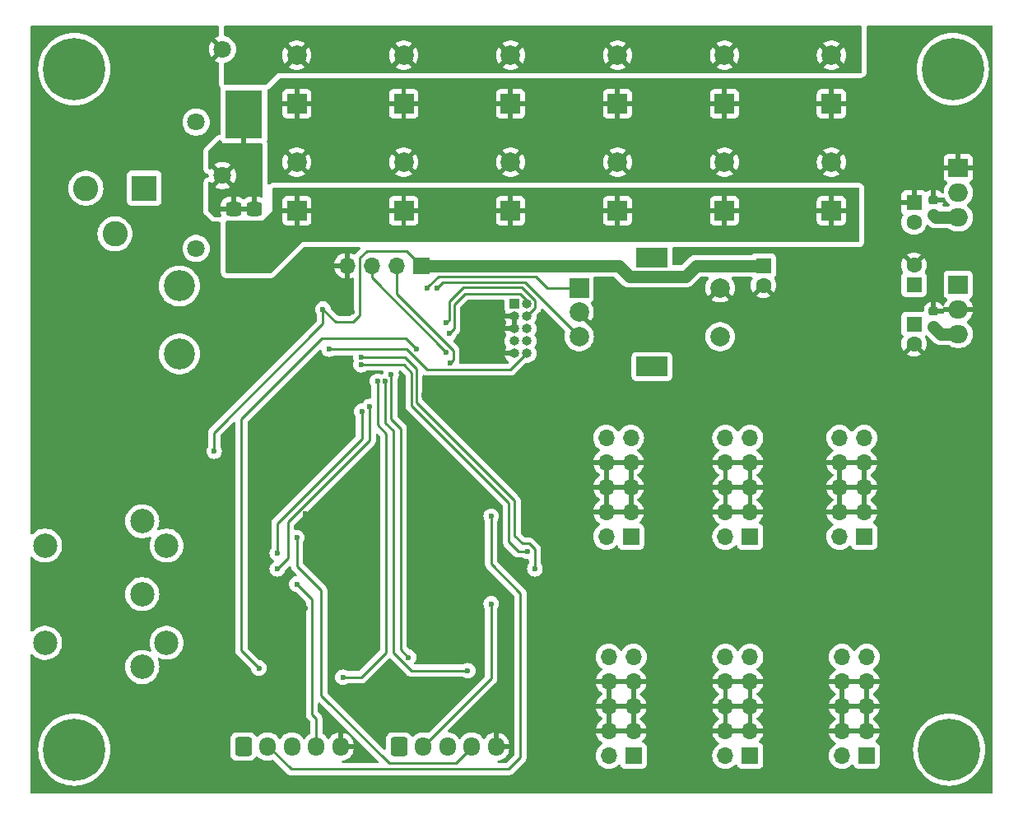
<source format=gbr>
%TF.GenerationSoftware,KiCad,Pcbnew,8.0.0*%
%TF.CreationDate,2024-07-13T20:07:24-07:00*%
%TF.ProjectId,midi-controller,6d696469-2d63-46f6-9e74-726f6c6c6572,rev?*%
%TF.SameCoordinates,Original*%
%TF.FileFunction,Copper,L2,Bot*%
%TF.FilePolarity,Positive*%
%FSLAX46Y46*%
G04 Gerber Fmt 4.6, Leading zero omitted, Abs format (unit mm)*
G04 Created by KiCad (PCBNEW 8.0.0) date 2024-07-13 20:07:24*
%MOMM*%
%LPD*%
G01*
G04 APERTURE LIST*
G04 Aperture macros list*
%AMRoundRect*
0 Rectangle with rounded corners*
0 $1 Rounding radius*
0 $2 $3 $4 $5 $6 $7 $8 $9 X,Y pos of 4 corners*
0 Add a 4 corners polygon primitive as box body*
4,1,4,$2,$3,$4,$5,$6,$7,$8,$9,$2,$3,0*
0 Add four circle primitives for the rounded corners*
1,1,$1+$1,$2,$3*
1,1,$1+$1,$4,$5*
1,1,$1+$1,$6,$7*
1,1,$1+$1,$8,$9*
0 Add four rect primitives between the rounded corners*
20,1,$1+$1,$2,$3,$4,$5,0*
20,1,$1+$1,$4,$5,$6,$7,0*
20,1,$1+$1,$6,$7,$8,$9,0*
20,1,$1+$1,$8,$9,$2,$3,0*%
G04 Aperture macros list end*
%TA.AperFunction,ComponentPad*%
%ADD10C,3.200000*%
%TD*%
%TA.AperFunction,ComponentPad*%
%ADD11C,6.400000*%
%TD*%
%TA.AperFunction,ComponentPad*%
%ADD12RoundRect,0.250000X-0.600000X-0.725000X0.600000X-0.725000X0.600000X0.725000X-0.600000X0.725000X0*%
%TD*%
%TA.AperFunction,ComponentPad*%
%ADD13O,1.700000X1.950000*%
%TD*%
%TA.AperFunction,ComponentPad*%
%ADD14R,2.000000X2.000000*%
%TD*%
%TA.AperFunction,ComponentPad*%
%ADD15C,2.000000*%
%TD*%
%TA.AperFunction,ComponentPad*%
%ADD16R,3.200000X2.000000*%
%TD*%
%TA.AperFunction,WasherPad*%
%ADD17C,2.499360*%
%TD*%
%TA.AperFunction,ComponentPad*%
%ADD18C,2.499360*%
%TD*%
%TA.AperFunction,ComponentPad*%
%ADD19R,1.000000X1.000000*%
%TD*%
%TA.AperFunction,ComponentPad*%
%ADD20O,1.000000X1.000000*%
%TD*%
%TA.AperFunction,ComponentPad*%
%ADD21R,1.700000X1.700000*%
%TD*%
%TA.AperFunction,ComponentPad*%
%ADD22O,1.700000X1.700000*%
%TD*%
%TA.AperFunction,ComponentPad*%
%ADD23R,2.000000X1.905000*%
%TD*%
%TA.AperFunction,ComponentPad*%
%ADD24O,2.000000X1.905000*%
%TD*%
%TA.AperFunction,ComponentPad*%
%ADD25C,1.800000*%
%TD*%
%TA.AperFunction,ComponentPad*%
%ADD26R,2.600000X2.600000*%
%TD*%
%TA.AperFunction,ComponentPad*%
%ADD27C,2.600000*%
%TD*%
%TA.AperFunction,SMDPad,CuDef*%
%ADD28RoundRect,0.360000X0.440000X-0.360000X0.440000X0.360000X-0.440000X0.360000X-0.440000X-0.360000X0*%
%TD*%
%TA.AperFunction,SMDPad,CuDef*%
%ADD29R,3.800000X4.960000*%
%TD*%
%TA.AperFunction,ComponentPad*%
%ADD30R,1.600000X1.600000*%
%TD*%
%TA.AperFunction,ComponentPad*%
%ADD31C,1.600000*%
%TD*%
%TA.AperFunction,SMDPad,CuDef*%
%ADD32RoundRect,0.225000X-0.250000X0.225000X-0.250000X-0.225000X0.250000X-0.225000X0.250000X0.225000X0*%
%TD*%
%TA.AperFunction,SMDPad,CuDef*%
%ADD33RoundRect,0.225000X0.250000X-0.225000X0.250000X0.225000X-0.250000X0.225000X-0.250000X-0.225000X0*%
%TD*%
%TA.AperFunction,ViaPad*%
%ADD34C,0.600000*%
%TD*%
%TA.AperFunction,Conductor*%
%ADD35C,0.250000*%
%TD*%
%TA.AperFunction,Conductor*%
%ADD36C,1.250000*%
%TD*%
G04 APERTURE END LIST*
D10*
%TO.P,SW2,1,A*%
%TO.N,Net-(SW2-A)*%
X117425000Y-78100000D03*
%TO.P,SW2,2,B*%
%TO.N,Net-(SW2-B)*%
X117425000Y-85100000D03*
%TD*%
D11*
%TO.P,H4,1*%
%TO.N,N/C*%
X196600000Y-125800000D03*
%TD*%
%TO.P,H3,1*%
%TO.N,N/C*%
X106600000Y-125800000D03*
%TD*%
%TO.P,H2,1*%
%TO.N,N/C*%
X197000000Y-55800000D03*
%TD*%
%TO.P,H1,1*%
%TO.N,N/C*%
X106600000Y-55800000D03*
%TD*%
D12*
%TO.P,J5,1,Pin_1*%
%TO.N,/CLK2_OUT*%
X124000000Y-125475000D03*
D13*
%TO.P,J5,2,Pin_2*%
%TO.N,/MOD2_OUT*%
X126500000Y-125475000D03*
%TO.P,J5,3,Pin_3*%
%TO.N,/GATE2_OUT*%
X129000000Y-125475000D03*
%TO.P,J5,4,Pin_4*%
%TO.N,/CV2_OUT*%
X131500000Y-125475000D03*
%TO.P,J5,5,Pin_5*%
%TO.N,GND*%
X134000000Y-125475000D03*
%TD*%
D12*
%TO.P,J4,1,Pin_1*%
%TO.N,/CLK1_OUT*%
X140000000Y-125475000D03*
D13*
%TO.P,J4,2,Pin_2*%
%TO.N,/MOD1_OUT*%
X142500000Y-125475000D03*
%TO.P,J4,3,Pin_3*%
%TO.N,/GATE1_OUT*%
X145000000Y-125475000D03*
%TO.P,J4,4,Pin_4*%
%TO.N,/CV1_OUT*%
X147500000Y-125475000D03*
%TO.P,J4,5,Pin_5*%
%TO.N,GND*%
X150000000Y-125475000D03*
%TD*%
D14*
%TO.P,SW1,A,A*%
%TO.N,/ENC_A*%
X158550000Y-78300000D03*
D15*
%TO.P,SW1,B,B*%
%TO.N,/ENC_B*%
X158550000Y-83300000D03*
%TO.P,SW1,C,C*%
%TO.N,GND*%
X158550000Y-80800000D03*
D16*
%TO.P,SW1,MP*%
%TO.N,N/C*%
X166050000Y-75200000D03*
X166050000Y-86400000D03*
D15*
%TO.P,SW1,S1,S1*%
%TO.N,/ENC_BTN*%
X173050000Y-83300000D03*
%TO.P,SW1,S2,S2*%
%TO.N,GND*%
X173050000Y-78300000D03*
%TD*%
D17*
%TO.P,J3,*%
%TO.N,*%
X103602300Y-104798740D03*
X103602300Y-114801260D03*
D18*
%TO.P,J3,1*%
%TO.N,unconnected-(J3-Pad1)*%
X113597200Y-117298080D03*
%TO.P,J3,2*%
%TO.N,unconnected-(J3-Pad2)*%
X113599740Y-109800000D03*
%TO.P,J3,3*%
%TO.N,unconnected-(J3-Pad3)*%
X113597200Y-102301920D03*
%TO.P,J3,4*%
%TO.N,Net-(J3-Pad4)*%
X116099100Y-114796180D03*
%TO.P,J3,5*%
%TO.N,Net-(D1-A)*%
X116099100Y-104803820D03*
%TD*%
D19*
%TO.P,J2,1,VTref*%
%TO.N,Net-(J2-VTref)*%
X151875000Y-79950000D03*
D20*
%TO.P,J2,2,SWDIO/TMS*%
%TO.N,/SWIO*%
X153145000Y-79950000D03*
%TO.P,J2,3,GND*%
%TO.N,GND*%
X151875000Y-81220000D03*
%TO.P,J2,4,SWCLK/TCK*%
%TO.N,/SWCLK*%
X153145000Y-81220000D03*
%TO.P,J2,5,GND*%
%TO.N,GND*%
X151875000Y-82490000D03*
%TO.P,J2,6,SWO/TDO*%
%TO.N,unconnected-(J2-SWO{slash}TDO-Pad6)*%
X153145000Y-82490000D03*
%TO.P,J2,7,KEY*%
%TO.N,unconnected-(J2-KEY-Pad7)*%
X151875000Y-83760000D03*
%TO.P,J2,8,NC/TDI*%
%TO.N,unconnected-(J2-NC{slash}TDI-Pad8)*%
X153145000Y-83760000D03*
%TO.P,J2,9,GNDDetect*%
%TO.N,GND*%
X151875000Y-85030000D03*
%TO.P,J2,10,~{RESET}*%
%TO.N,/NRST*%
X153145000Y-85030000D03*
%TD*%
D21*
%TO.P,J1,1,Pin_1*%
%TO.N,+3.3V*%
X142300000Y-76000000D03*
D22*
%TO.P,J1,2,Pin_2*%
%TO.N,/I2C_DAT*%
X139760000Y-76000000D03*
%TO.P,J1,3,Pin_3*%
%TO.N,/I2C_CLK*%
X137220000Y-76000000D03*
%TO.P,J1,4,Pin_4*%
%TO.N,GND*%
X134680000Y-76000000D03*
%TD*%
D23*
%TO.P,U5,1,GND*%
%TO.N,GND*%
X197555000Y-65960000D03*
D24*
%TO.P,U5,2,VI*%
%TO.N,Net-(U5-VI)*%
X197555000Y-68500000D03*
%TO.P,U5,3,VO*%
%TO.N,-12V*%
X197555000Y-71040000D03*
%TD*%
D23*
%TO.P,U4,1,VI*%
%TO.N,Net-(D12-K)*%
X197555000Y-77960000D03*
D24*
%TO.P,U4,2,GND*%
%TO.N,GND*%
X197555000Y-80500000D03*
%TO.P,U4,3,VO*%
%TO.N,+12V*%
X197555000Y-83040000D03*
%TD*%
D25*
%TO.P,TH2,1*%
%TO.N,GND*%
X121850000Y-53750000D03*
%TO.P,TH2,2*%
%TO.N,Net-(J6-Pad2)*%
X119150000Y-61250000D03*
%TD*%
%TO.P,TH1,1*%
%TO.N,Net-(D13-K)*%
X121850000Y-66750000D03*
%TO.P,TH1,2*%
%TO.N,Net-(SW2-B)*%
X119150000Y-74250000D03*
%TD*%
D21*
%TO.P,J12,1,Pin_1*%
%TO.N,+12V*%
X188140000Y-126420000D03*
D22*
%TO.P,J12,2,Pin_2*%
X185600000Y-126420000D03*
%TO.P,J12,3,Pin_3*%
%TO.N,GND*%
X188140000Y-123880000D03*
%TO.P,J12,4,Pin_4*%
X185600000Y-123880000D03*
%TO.P,J12,5,Pin_5*%
X188140000Y-121340000D03*
%TO.P,J12,6,Pin_6*%
X185600000Y-121340000D03*
%TO.P,J12,7,Pin_7*%
X188140000Y-118800000D03*
%TO.P,J12,8,Pin_8*%
X185600000Y-118800000D03*
%TO.P,J12,9,Pin_9*%
%TO.N,-12V*%
X188140000Y-116260000D03*
%TO.P,J12,10,Pin_10*%
X185600000Y-116260000D03*
%TD*%
D21*
%TO.P,J11,1,Pin_1*%
%TO.N,+12V*%
X187875000Y-103875000D03*
D22*
%TO.P,J11,2,Pin_2*%
X185335000Y-103875000D03*
%TO.P,J11,3,Pin_3*%
%TO.N,GND*%
X187875000Y-101335000D03*
%TO.P,J11,4,Pin_4*%
X185335000Y-101335000D03*
%TO.P,J11,5,Pin_5*%
X187875000Y-98795000D03*
%TO.P,J11,6,Pin_6*%
X185335000Y-98795000D03*
%TO.P,J11,7,Pin_7*%
X187875000Y-96255000D03*
%TO.P,J11,8,Pin_8*%
X185335000Y-96255000D03*
%TO.P,J11,9,Pin_9*%
%TO.N,-12V*%
X187875000Y-93715000D03*
%TO.P,J11,10,Pin_10*%
X185335000Y-93715000D03*
%TD*%
D21*
%TO.P,J10,1,Pin_1*%
%TO.N,+12V*%
X163875000Y-103875000D03*
D22*
%TO.P,J10,2,Pin_2*%
X161335000Y-103875000D03*
%TO.P,J10,3,Pin_3*%
%TO.N,GND*%
X163875000Y-101335000D03*
%TO.P,J10,4,Pin_4*%
X161335000Y-101335000D03*
%TO.P,J10,5,Pin_5*%
X163875000Y-98795000D03*
%TO.P,J10,6,Pin_6*%
X161335000Y-98795000D03*
%TO.P,J10,7,Pin_7*%
X163875000Y-96255000D03*
%TO.P,J10,8,Pin_8*%
X161335000Y-96255000D03*
%TO.P,J10,9,Pin_9*%
%TO.N,-12V*%
X163875000Y-93715000D03*
%TO.P,J10,10,Pin_10*%
X161335000Y-93715000D03*
%TD*%
D21*
%TO.P,J9,1,Pin_1*%
%TO.N,+12V*%
X176140000Y-103875000D03*
D22*
%TO.P,J9,2,Pin_2*%
X173600000Y-103875000D03*
%TO.P,J9,3,Pin_3*%
%TO.N,GND*%
X176140000Y-101335000D03*
%TO.P,J9,4,Pin_4*%
X173600000Y-101335000D03*
%TO.P,J9,5,Pin_5*%
X176140000Y-98795000D03*
%TO.P,J9,6,Pin_6*%
X173600000Y-98795000D03*
%TO.P,J9,7,Pin_7*%
X176140000Y-96255000D03*
%TO.P,J9,8,Pin_8*%
X173600000Y-96255000D03*
%TO.P,J9,9,Pin_9*%
%TO.N,-12V*%
X176140000Y-93715000D03*
%TO.P,J9,10,Pin_10*%
X173600000Y-93715000D03*
%TD*%
D21*
%TO.P,J8,1,Pin_1*%
%TO.N,+12V*%
X164140000Y-126420000D03*
D22*
%TO.P,J8,2,Pin_2*%
X161600000Y-126420000D03*
%TO.P,J8,3,Pin_3*%
%TO.N,GND*%
X164140000Y-123880000D03*
%TO.P,J8,4,Pin_4*%
X161600000Y-123880000D03*
%TO.P,J8,5,Pin_5*%
X164140000Y-121340000D03*
%TO.P,J8,6,Pin_6*%
X161600000Y-121340000D03*
%TO.P,J8,7,Pin_7*%
X164140000Y-118800000D03*
%TO.P,J8,8,Pin_8*%
X161600000Y-118800000D03*
%TO.P,J8,9,Pin_9*%
%TO.N,-12V*%
X164140000Y-116260000D03*
%TO.P,J8,10,Pin_10*%
X161600000Y-116260000D03*
%TD*%
D21*
%TO.P,J7,1,Pin_1*%
%TO.N,+12V*%
X176140000Y-126420000D03*
D22*
%TO.P,J7,2,Pin_2*%
X173600000Y-126420000D03*
%TO.P,J7,3,Pin_3*%
%TO.N,GND*%
X176140000Y-123880000D03*
%TO.P,J7,4,Pin_4*%
X173600000Y-123880000D03*
%TO.P,J7,5,Pin_5*%
X176140000Y-121340000D03*
%TO.P,J7,6,Pin_6*%
X173600000Y-121340000D03*
%TO.P,J7,7,Pin_7*%
X176140000Y-118800000D03*
%TO.P,J7,8,Pin_8*%
X173600000Y-118800000D03*
%TO.P,J7,9,Pin_9*%
%TO.N,-12V*%
X176140000Y-116260000D03*
%TO.P,J7,10,Pin_10*%
X173600000Y-116260000D03*
%TD*%
D26*
%TO.P,J6,1*%
%TO.N,Net-(SW2-A)*%
X113800000Y-68050000D03*
D27*
%TO.P,J6,2*%
%TO.N,Net-(J6-Pad2)*%
X107800000Y-68050000D03*
%TO.P,J6,3*%
%TO.N,N/C*%
X110800000Y-72750000D03*
%TD*%
D28*
%TO.P,D13,1,A*%
%TO.N,Net-(U5-VI)*%
X122987500Y-56667500D03*
%TO.P,D13,2,A*%
X125117500Y-56667500D03*
D29*
%TO.P,D13,3,K*%
%TO.N,Net-(D13-K)*%
X124052500Y-60467500D03*
%TD*%
%TO.P,D12,3,K*%
%TO.N,Net-(D12-K)*%
X124052500Y-73967500D03*
D28*
%TO.P,D12,2,A*%
%TO.N,Net-(D13-K)*%
X125117500Y-70167500D03*
%TO.P,D12,1,A*%
X122987500Y-70167500D03*
%TD*%
D30*
%TO.P,C34,1*%
%TO.N,GND*%
X193000000Y-69544887D03*
D31*
%TO.P,C34,2*%
%TO.N,-12V*%
X193000000Y-71544887D03*
%TD*%
D30*
%TO.P,C33,1*%
%TO.N,+12V*%
X193000000Y-82044888D03*
D31*
%TO.P,C33,2*%
%TO.N,GND*%
X193000000Y-84044888D03*
%TD*%
D30*
%TO.P,C32,1*%
%TO.N,+3.3V*%
X177500000Y-76044887D03*
D31*
%TO.P,C32,2*%
%TO.N,GND*%
X177500000Y-78044887D03*
%TD*%
D32*
%TO.P,C31,2*%
%TO.N,-12V*%
X195000000Y-70775000D03*
%TO.P,C31,1*%
%TO.N,GND*%
X195000000Y-69225000D03*
%TD*%
D33*
%TO.P,C30,1*%
%TO.N,+12V*%
X195000000Y-82275000D03*
%TO.P,C30,2*%
%TO.N,GND*%
X195000000Y-80725000D03*
%TD*%
D30*
%TO.P,C29,1*%
%TO.N,+12V*%
X193000000Y-77955113D03*
D31*
%TO.P,C29,2*%
%TO.N,GND*%
X193000000Y-75955113D03*
%TD*%
D14*
%TO.P,C28,1*%
%TO.N,GND*%
X184500000Y-59367677D03*
D15*
%TO.P,C28,2*%
%TO.N,Net-(U5-VI)*%
X184500000Y-54367677D03*
%TD*%
D14*
%TO.P,C27,1*%
%TO.N,Net-(D12-K)*%
X184500000Y-70367677D03*
D15*
%TO.P,C27,2*%
%TO.N,GND*%
X184500000Y-65367677D03*
%TD*%
D14*
%TO.P,C24,1*%
%TO.N,GND*%
X173500000Y-59367677D03*
D15*
%TO.P,C24,2*%
%TO.N,Net-(U5-VI)*%
X173500000Y-54367677D03*
%TD*%
D14*
%TO.P,C23,1*%
%TO.N,Net-(D12-K)*%
X173500000Y-70367677D03*
D15*
%TO.P,C23,2*%
%TO.N,GND*%
X173500000Y-65367677D03*
%TD*%
D14*
%TO.P,C22,1*%
%TO.N,GND*%
X162500000Y-59367677D03*
D15*
%TO.P,C22,2*%
%TO.N,Net-(U5-VI)*%
X162500000Y-54367677D03*
%TD*%
D14*
%TO.P,C21,1*%
%TO.N,Net-(D12-K)*%
X162500000Y-70367677D03*
D15*
%TO.P,C21,2*%
%TO.N,GND*%
X162500000Y-65367677D03*
%TD*%
D14*
%TO.P,C20,1*%
%TO.N,GND*%
X151500000Y-59367677D03*
D15*
%TO.P,C20,2*%
%TO.N,Net-(U5-VI)*%
X151500000Y-54367677D03*
%TD*%
D14*
%TO.P,C19,1*%
%TO.N,Net-(D12-K)*%
X151500000Y-70367677D03*
D15*
%TO.P,C19,2*%
%TO.N,GND*%
X151500000Y-65367677D03*
%TD*%
D14*
%TO.P,C18,1*%
%TO.N,GND*%
X140500000Y-59367677D03*
D15*
%TO.P,C18,2*%
%TO.N,Net-(U5-VI)*%
X140500000Y-54367677D03*
%TD*%
D14*
%TO.P,C17,1*%
%TO.N,Net-(D12-K)*%
X140500000Y-70367677D03*
D15*
%TO.P,C17,2*%
%TO.N,GND*%
X140500000Y-65367677D03*
%TD*%
D14*
%TO.P,C16,1*%
%TO.N,GND*%
X129500000Y-59367677D03*
D15*
%TO.P,C16,2*%
%TO.N,Net-(U5-VI)*%
X129500000Y-54367677D03*
%TD*%
D14*
%TO.P,C15,1*%
%TO.N,Net-(D12-K)*%
X129500000Y-70367677D03*
D15*
%TO.P,C15,2*%
%TO.N,GND*%
X129500000Y-65367677D03*
%TD*%
D34*
%TO.N,GND*%
X182700000Y-85900000D03*
%TO.N,+3.3V*%
X121000000Y-95100000D03*
X132200000Y-80500000D03*
%TO.N,/CLK1*%
X141000000Y-116300000D03*
X139200000Y-87200000D03*
%TO.N,/CLK2*%
X125600000Y-117400000D03*
%TO.N,/MOD1*%
X154000000Y-107200000D03*
%TO.N,/MOD2*%
X153200000Y-105400000D03*
X136100000Y-86200000D03*
%TO.N,/CV1*%
X136200000Y-91000000D03*
%TO.N,/CV2*%
X137000000Y-90500000D03*
%TO.N,/GATE1*%
X138600000Y-87900000D03*
%TO.N,/GATE2*%
X137800000Y-87900000D03*
%TO.N,/CLK2*%
X141800000Y-84625000D03*
%TO.N,GND*%
X142577427Y-89312864D03*
X140200000Y-90400000D03*
%TO.N,/MOD1*%
X136100000Y-85400000D03*
%TO.N,GND*%
X115100000Y-99100000D03*
X120900000Y-96800000D03*
X129500000Y-81800000D03*
X135200000Y-80800000D03*
%TO.N,/ENC_A*%
X142900000Y-78300000D03*
%TO.N,/ENC_B*%
X143900000Y-78300000D03*
%TO.N,/I2C_DAT*%
X145300000Y-86000000D03*
%TO.N,/I2C_CLK*%
X144900000Y-84900000D03*
%TO.N,/NRST*%
X132825000Y-84600000D03*
%TO.N,/SWCLK*%
X144900000Y-81900000D03*
%TO.N,/SWIO*%
X145175000Y-83000000D03*
%TO.N,/GATE1*%
X147100000Y-117675000D03*
%TO.N,/GATE2*%
X134250000Y-118350000D03*
%TO.N,/CV2*%
X127500000Y-107200000D03*
%TO.N,/CV1*%
X127500000Y-105600000D03*
%TO.N,GND*%
X129000000Y-116400000D03*
X135500000Y-116400000D03*
X151000000Y-116400000D03*
X143500000Y-116400000D03*
X148800000Y-88000000D03*
X143800000Y-90400000D03*
%TO.N,/MOD1_OUT*%
X149500000Y-110800000D03*
%TO.N,/MOD2_OUT*%
X149500000Y-101800000D03*
%TO.N,GND*%
X153200000Y-103600000D03*
X153200000Y-109000000D03*
X145800000Y-108200000D03*
X145800000Y-106300000D03*
X145800000Y-104400000D03*
%TO.N,/CV1_OUT*%
X129500000Y-104000000D03*
%TO.N,/CV2_OUT*%
X129500000Y-108775000D03*
%TO.N,GND*%
X126600000Y-111400000D03*
X130400000Y-111275000D03*
X126600000Y-101500000D03*
X130379442Y-101479442D03*
X131300000Y-106300000D03*
%TD*%
D35*
%TO.N,/MOD2_OUT*%
X149500000Y-106700000D02*
X149500000Y-101800000D01*
X152500000Y-126600000D02*
X152500000Y-109700000D01*
X152500000Y-109700000D02*
X149500000Y-106700000D01*
X151300000Y-127800000D02*
X152500000Y-126600000D01*
X128900000Y-127800000D02*
X151300000Y-127800000D01*
X126575000Y-125475000D02*
X128900000Y-127800000D01*
X126500000Y-125475000D02*
X126575000Y-125475000D01*
%TO.N,/CV1_OUT*%
X147500000Y-125600000D02*
X147500000Y-125475000D01*
X139000000Y-127200000D02*
X145900000Y-127200000D01*
X132000000Y-120200000D02*
X139000000Y-127200000D01*
X145900000Y-127200000D02*
X147500000Y-125600000D01*
X132000000Y-109400000D02*
X132000000Y-120200000D01*
X129500000Y-106900000D02*
X132000000Y-109400000D01*
X129500000Y-104000000D02*
X129500000Y-106900000D01*
%TO.N,+3.3V*%
X136700000Y-74500000D02*
X140800000Y-74500000D01*
X135300000Y-81800000D02*
X136000000Y-81100000D01*
X136000000Y-81100000D02*
X136000000Y-75200000D01*
X133500000Y-81800000D02*
X135300000Y-81800000D01*
X136000000Y-75200000D02*
X136700000Y-74500000D01*
X132200000Y-80500000D02*
X133500000Y-81800000D01*
X140800000Y-74500000D02*
X142300000Y-76000000D01*
%TO.N,/NRST*%
X151475000Y-86700000D02*
X153145000Y-85030000D01*
X140800000Y-84600000D02*
X142900000Y-86700000D01*
X142900000Y-86700000D02*
X151475000Y-86700000D01*
X132825000Y-84600000D02*
X140800000Y-84600000D01*
%TO.N,+3.3V*%
X132200000Y-82000000D02*
X121000000Y-93200000D01*
X121000000Y-93200000D02*
X121000000Y-95100000D01*
X132200000Y-80500000D02*
X132200000Y-82000000D01*
%TO.N,/GATE2*%
X138700000Y-115800000D02*
X136150000Y-118350000D01*
X136150000Y-118350000D02*
X134250000Y-118350000D01*
X138700000Y-93300000D02*
X138700000Y-115800000D01*
X137800000Y-92400000D02*
X138700000Y-93300000D01*
X137800000Y-87900000D02*
X137800000Y-92400000D01*
%TO.N,/GATE1*%
X139400000Y-115800000D02*
X141275000Y-117675000D01*
X139400000Y-93000000D02*
X139400000Y-115800000D01*
X141275000Y-117675000D02*
X147100000Y-117675000D01*
X138600000Y-92200000D02*
X139400000Y-93000000D01*
X138600000Y-87900000D02*
X138600000Y-92200000D01*
%TO.N,/CLK1*%
X139225000Y-91825000D02*
X140200000Y-92800000D01*
X140200000Y-92800000D02*
X140200000Y-115500000D01*
X139225000Y-87225000D02*
X139225000Y-91825000D01*
X139200000Y-87200000D02*
X139225000Y-87225000D01*
X140200000Y-115500000D02*
X141000000Y-116300000D01*
%TO.N,/MOD2*%
X141300000Y-90400000D02*
X151300000Y-100400000D01*
X151300000Y-100400000D02*
X151300000Y-104400000D01*
X152300000Y-105400000D02*
X153200000Y-105400000D01*
X141300000Y-87000000D02*
X141300000Y-90400000D01*
X140500000Y-86200000D02*
X141300000Y-87000000D01*
X136100000Y-86200000D02*
X140500000Y-86200000D01*
X151300000Y-104400000D02*
X152300000Y-105400000D01*
%TO.N,/MOD1*%
X154000000Y-105200000D02*
X154000000Y-107200000D01*
X153400000Y-104600000D02*
X154000000Y-105200000D01*
X151900000Y-103800000D02*
X152700000Y-104600000D01*
X141800000Y-90100000D02*
X151900000Y-100200000D01*
X141800000Y-86600000D02*
X141800000Y-90100000D01*
X140600000Y-85400000D02*
X141800000Y-86600000D01*
X152700000Y-104600000D02*
X153400000Y-104600000D01*
X151900000Y-100200000D02*
X151900000Y-103800000D01*
X136100000Y-85400000D02*
X140600000Y-85400000D01*
%TO.N,/CLK2*%
X123800000Y-115600000D02*
X125600000Y-117400000D01*
X123800000Y-91800000D02*
X123800000Y-115600000D01*
X140700000Y-83500000D02*
X132100000Y-83500000D01*
X141800000Y-84600000D02*
X140700000Y-83500000D01*
X132100000Y-83500000D02*
X123800000Y-91800000D01*
X141800000Y-84625000D02*
X141800000Y-84600000D01*
%TO.N,/I2C_CLK*%
X137220000Y-77220000D02*
X137220000Y-76000000D01*
X144900000Y-84900000D02*
X137220000Y-77220000D01*
%TO.N,/I2C_DAT*%
X145600000Y-85700000D02*
X145600000Y-84716116D01*
X139760000Y-78876116D02*
X139760000Y-76000000D01*
X145300000Y-86000000D02*
X145600000Y-85700000D01*
X145600000Y-84716116D02*
X139760000Y-78876116D01*
%TO.N,/CV1*%
X136200000Y-91000000D02*
X136200000Y-93800000D01*
X127500000Y-102500000D02*
X127500000Y-105600000D01*
X136200000Y-93800000D02*
X127500000Y-102500000D01*
%TO.N,/CV2*%
X137000000Y-91200000D02*
X137000000Y-90500000D01*
D36*
%TO.N,-12V*%
X195265000Y-71040000D02*
X195000000Y-70775000D01*
X197555000Y-71040000D02*
X195265000Y-71040000D01*
%TO.N,+12V*%
X195765000Y-83040000D02*
X195000000Y-82275000D01*
X197555000Y-83040000D02*
X195765000Y-83040000D01*
D35*
%TO.N,/ENC_B*%
X144500000Y-77700000D02*
X152950000Y-77700000D01*
X152950000Y-77700000D02*
X158550000Y-83300000D01*
X143900000Y-78300000D02*
X144500000Y-77700000D01*
%TO.N,/ENC_A*%
X143100000Y-78100000D02*
X142900000Y-78300000D01*
X144100000Y-77100000D02*
X143100000Y-78100000D01*
X152300000Y-77100000D02*
X144100000Y-77100000D01*
X155300000Y-78300000D02*
X154700000Y-77700000D01*
X154100000Y-77100000D02*
X152300000Y-77100000D01*
X154700000Y-77700000D02*
X154100000Y-77100000D01*
X158550000Y-78300000D02*
X155300000Y-78300000D01*
%TO.N,/SWCLK*%
X154000000Y-80365000D02*
X153145000Y-81220000D01*
X154000000Y-79600000D02*
X154000000Y-80365000D01*
X146625000Y-78275000D02*
X152675000Y-78275000D01*
X145200000Y-81600000D02*
X145200000Y-79700000D01*
X152675000Y-78275000D02*
X154000000Y-79600000D01*
X144900000Y-81900000D02*
X145200000Y-81600000D01*
X145200000Y-79700000D02*
X146625000Y-78275000D01*
%TO.N,/SWIO*%
X152475000Y-78900000D02*
X153145000Y-79570000D01*
X146800000Y-78900000D02*
X152475000Y-78900000D01*
X145700000Y-80000000D02*
X146800000Y-78900000D01*
X145700000Y-82475000D02*
X145700000Y-80000000D01*
X145175000Y-83000000D02*
X145700000Y-82475000D01*
X153145000Y-79570000D02*
X153145000Y-79950000D01*
%TO.N,/MOD1_OUT*%
X149500000Y-118475000D02*
X142500000Y-125475000D01*
X149500000Y-110800000D02*
X149500000Y-118475000D01*
%TO.N,/CV2_OUT*%
X131050000Y-122150000D02*
X131500000Y-122600000D01*
X131050000Y-110325000D02*
X131050000Y-122150000D01*
X129500000Y-108775000D02*
X131050000Y-110325000D01*
X131500000Y-122600000D02*
X131500000Y-125475000D01*
%TO.N,/CV2*%
X128600000Y-102375000D02*
X137000000Y-93975000D01*
X137000000Y-93975000D02*
X137000000Y-91200000D01*
X128600000Y-102500000D02*
X128600000Y-102375000D01*
X128600000Y-106100000D02*
X128600000Y-102500000D01*
X127500000Y-107200000D02*
X128600000Y-106100000D01*
D36*
%TO.N,+3.3V*%
X162600000Y-76000000D02*
X142300000Y-76000000D01*
X163700000Y-77100000D02*
X162600000Y-76000000D01*
X170555113Y-76044887D02*
X169500000Y-77100000D01*
X177500000Y-76044887D02*
X170555113Y-76044887D01*
X169500000Y-77100000D02*
X163700000Y-77100000D01*
%TD*%
%TA.AperFunction,Conductor*%
%TO.N,Net-(U5-VI)*%
G36*
X187543039Y-51320185D02*
G01*
X187588794Y-51372989D01*
X187600000Y-51424500D01*
X187600000Y-56076000D01*
X187580315Y-56143039D01*
X187527511Y-56188794D01*
X187476000Y-56200000D01*
X127599999Y-56200000D01*
X126436319Y-57363681D01*
X126374996Y-57397166D01*
X126348638Y-57400000D01*
X122124000Y-57400000D01*
X122056961Y-57380315D01*
X122011206Y-57327511D01*
X122000000Y-57276000D01*
X122000000Y-55249857D01*
X122019685Y-55182818D01*
X122072489Y-55137063D01*
X122103588Y-55127548D01*
X122194981Y-55112298D01*
X122414503Y-55036936D01*
X122618626Y-54926470D01*
X122801784Y-54783913D01*
X122958979Y-54613153D01*
X123085924Y-54418849D01*
X123108368Y-54367682D01*
X127994859Y-54367682D01*
X128015385Y-54615406D01*
X128015387Y-54615415D01*
X128076412Y-54856394D01*
X128176266Y-55084041D01*
X128276564Y-55237559D01*
X129017037Y-54497086D01*
X129034075Y-54560670D01*
X129099901Y-54674684D01*
X129192993Y-54767776D01*
X129307007Y-54833602D01*
X129370590Y-54850639D01*
X128629942Y-55591286D01*
X128676768Y-55627732D01*
X128676770Y-55627733D01*
X128895385Y-55746041D01*
X128895396Y-55746046D01*
X129130506Y-55826760D01*
X129375707Y-55867677D01*
X129624293Y-55867677D01*
X129869493Y-55826760D01*
X130104603Y-55746046D01*
X130104614Y-55746041D01*
X130323228Y-55627734D01*
X130323231Y-55627732D01*
X130370056Y-55591286D01*
X129629409Y-54850639D01*
X129692993Y-54833602D01*
X129807007Y-54767776D01*
X129900099Y-54674684D01*
X129965925Y-54560670D01*
X129982962Y-54497087D01*
X130723434Y-55237559D01*
X130823731Y-55084046D01*
X130923587Y-54856394D01*
X130984612Y-54615415D01*
X130984614Y-54615406D01*
X131005141Y-54367682D01*
X138994859Y-54367682D01*
X139015385Y-54615406D01*
X139015387Y-54615415D01*
X139076412Y-54856394D01*
X139176266Y-55084041D01*
X139276564Y-55237559D01*
X140017037Y-54497086D01*
X140034075Y-54560670D01*
X140099901Y-54674684D01*
X140192993Y-54767776D01*
X140307007Y-54833602D01*
X140370590Y-54850639D01*
X139629942Y-55591286D01*
X139676768Y-55627732D01*
X139676770Y-55627733D01*
X139895385Y-55746041D01*
X139895396Y-55746046D01*
X140130506Y-55826760D01*
X140375707Y-55867677D01*
X140624293Y-55867677D01*
X140869493Y-55826760D01*
X141104603Y-55746046D01*
X141104614Y-55746041D01*
X141323228Y-55627734D01*
X141323231Y-55627732D01*
X141370056Y-55591286D01*
X140629409Y-54850639D01*
X140692993Y-54833602D01*
X140807007Y-54767776D01*
X140900099Y-54674684D01*
X140965925Y-54560670D01*
X140982962Y-54497087D01*
X141723434Y-55237559D01*
X141823731Y-55084046D01*
X141923587Y-54856394D01*
X141984612Y-54615415D01*
X141984614Y-54615406D01*
X142005141Y-54367682D01*
X149994859Y-54367682D01*
X150015385Y-54615406D01*
X150015387Y-54615415D01*
X150076412Y-54856394D01*
X150176266Y-55084041D01*
X150276564Y-55237559D01*
X151017037Y-54497086D01*
X151034075Y-54560670D01*
X151099901Y-54674684D01*
X151192993Y-54767776D01*
X151307007Y-54833602D01*
X151370590Y-54850639D01*
X150629942Y-55591286D01*
X150676768Y-55627732D01*
X150676770Y-55627733D01*
X150895385Y-55746041D01*
X150895396Y-55746046D01*
X151130506Y-55826760D01*
X151375707Y-55867677D01*
X151624293Y-55867677D01*
X151869493Y-55826760D01*
X152104603Y-55746046D01*
X152104614Y-55746041D01*
X152323228Y-55627734D01*
X152323231Y-55627732D01*
X152370056Y-55591286D01*
X151629409Y-54850639D01*
X151692993Y-54833602D01*
X151807007Y-54767776D01*
X151900099Y-54674684D01*
X151965925Y-54560670D01*
X151982962Y-54497087D01*
X152723434Y-55237559D01*
X152823731Y-55084046D01*
X152923587Y-54856394D01*
X152984612Y-54615415D01*
X152984614Y-54615406D01*
X153005141Y-54367682D01*
X160994859Y-54367682D01*
X161015385Y-54615406D01*
X161015387Y-54615415D01*
X161076412Y-54856394D01*
X161176266Y-55084041D01*
X161276564Y-55237559D01*
X162017037Y-54497086D01*
X162034075Y-54560670D01*
X162099901Y-54674684D01*
X162192993Y-54767776D01*
X162307007Y-54833602D01*
X162370590Y-54850639D01*
X161629942Y-55591286D01*
X161676768Y-55627732D01*
X161676770Y-55627733D01*
X161895385Y-55746041D01*
X161895396Y-55746046D01*
X162130506Y-55826760D01*
X162375707Y-55867677D01*
X162624293Y-55867677D01*
X162869493Y-55826760D01*
X163104603Y-55746046D01*
X163104614Y-55746041D01*
X163323228Y-55627734D01*
X163323231Y-55627732D01*
X163370056Y-55591286D01*
X162629409Y-54850639D01*
X162692993Y-54833602D01*
X162807007Y-54767776D01*
X162900099Y-54674684D01*
X162965925Y-54560670D01*
X162982962Y-54497086D01*
X163723434Y-55237559D01*
X163823731Y-55084046D01*
X163923587Y-54856394D01*
X163984612Y-54615415D01*
X163984614Y-54615406D01*
X164005141Y-54367682D01*
X171994859Y-54367682D01*
X172015385Y-54615406D01*
X172015387Y-54615415D01*
X172076412Y-54856394D01*
X172176266Y-55084041D01*
X172276564Y-55237559D01*
X173017037Y-54497086D01*
X173034075Y-54560670D01*
X173099901Y-54674684D01*
X173192993Y-54767776D01*
X173307007Y-54833602D01*
X173370590Y-54850639D01*
X172629942Y-55591286D01*
X172676768Y-55627732D01*
X172676770Y-55627733D01*
X172895385Y-55746041D01*
X172895396Y-55746046D01*
X173130506Y-55826760D01*
X173375707Y-55867677D01*
X173624293Y-55867677D01*
X173869493Y-55826760D01*
X174104603Y-55746046D01*
X174104614Y-55746041D01*
X174323228Y-55627734D01*
X174323231Y-55627732D01*
X174370056Y-55591286D01*
X173629409Y-54850639D01*
X173692993Y-54833602D01*
X173807007Y-54767776D01*
X173900099Y-54674684D01*
X173965925Y-54560670D01*
X173982962Y-54497087D01*
X174723434Y-55237559D01*
X174823731Y-55084046D01*
X174923587Y-54856394D01*
X174984612Y-54615415D01*
X174984614Y-54615406D01*
X175005141Y-54367682D01*
X182994859Y-54367682D01*
X183015385Y-54615406D01*
X183015387Y-54615415D01*
X183076412Y-54856394D01*
X183176266Y-55084041D01*
X183276564Y-55237559D01*
X184017037Y-54497086D01*
X184034075Y-54560670D01*
X184099901Y-54674684D01*
X184192993Y-54767776D01*
X184307007Y-54833602D01*
X184370590Y-54850639D01*
X183629942Y-55591286D01*
X183676768Y-55627732D01*
X183676770Y-55627733D01*
X183895385Y-55746041D01*
X183895396Y-55746046D01*
X184130506Y-55826760D01*
X184375707Y-55867677D01*
X184624293Y-55867677D01*
X184869493Y-55826760D01*
X185104603Y-55746046D01*
X185104614Y-55746041D01*
X185323228Y-55627734D01*
X185323231Y-55627732D01*
X185370056Y-55591286D01*
X184629409Y-54850639D01*
X184692993Y-54833602D01*
X184807007Y-54767776D01*
X184900099Y-54674684D01*
X184965925Y-54560670D01*
X184982962Y-54497087D01*
X185723434Y-55237559D01*
X185823731Y-55084046D01*
X185923587Y-54856394D01*
X185984612Y-54615415D01*
X185984614Y-54615406D01*
X186005141Y-54367682D01*
X186005141Y-54367671D01*
X185984614Y-54119947D01*
X185984612Y-54119938D01*
X185923587Y-53878959D01*
X185823731Y-53651307D01*
X185723434Y-53497793D01*
X184982962Y-54238266D01*
X184965925Y-54174684D01*
X184900099Y-54060670D01*
X184807007Y-53967578D01*
X184692993Y-53901752D01*
X184629410Y-53884714D01*
X185370057Y-53144067D01*
X185370056Y-53144066D01*
X185323229Y-53107620D01*
X185104614Y-52989312D01*
X185104603Y-52989307D01*
X184869493Y-52908593D01*
X184624293Y-52867677D01*
X184375707Y-52867677D01*
X184130506Y-52908593D01*
X183895396Y-52989307D01*
X183895390Y-52989309D01*
X183676761Y-53107626D01*
X183629942Y-53144065D01*
X183629942Y-53144067D01*
X184370590Y-53884714D01*
X184307007Y-53901752D01*
X184192993Y-53967578D01*
X184099901Y-54060670D01*
X184034075Y-54174684D01*
X184017037Y-54238266D01*
X183276564Y-53497793D01*
X183176267Y-53651309D01*
X183076412Y-53878959D01*
X183015387Y-54119938D01*
X183015385Y-54119947D01*
X182994859Y-54367671D01*
X182994859Y-54367682D01*
X175005141Y-54367682D01*
X175005141Y-54367671D01*
X174984614Y-54119947D01*
X174984612Y-54119938D01*
X174923587Y-53878959D01*
X174823731Y-53651307D01*
X174723434Y-53497793D01*
X173982962Y-54238266D01*
X173965925Y-54174684D01*
X173900099Y-54060670D01*
X173807007Y-53967578D01*
X173692993Y-53901752D01*
X173629410Y-53884714D01*
X174370057Y-53144067D01*
X174370056Y-53144066D01*
X174323229Y-53107620D01*
X174104614Y-52989312D01*
X174104603Y-52989307D01*
X173869493Y-52908593D01*
X173624293Y-52867677D01*
X173375707Y-52867677D01*
X173130506Y-52908593D01*
X172895396Y-52989307D01*
X172895390Y-52989309D01*
X172676761Y-53107626D01*
X172629942Y-53144065D01*
X172629942Y-53144067D01*
X173370590Y-53884714D01*
X173307007Y-53901752D01*
X173192993Y-53967578D01*
X173099901Y-54060670D01*
X173034075Y-54174684D01*
X173017037Y-54238266D01*
X172276564Y-53497793D01*
X172176267Y-53651309D01*
X172076412Y-53878959D01*
X172015387Y-54119938D01*
X172015385Y-54119947D01*
X171994859Y-54367671D01*
X171994859Y-54367682D01*
X164005141Y-54367682D01*
X164005141Y-54367671D01*
X163984614Y-54119947D01*
X163984612Y-54119938D01*
X163923587Y-53878959D01*
X163823731Y-53651307D01*
X163723434Y-53497793D01*
X162982962Y-54238266D01*
X162965925Y-54174684D01*
X162900099Y-54060670D01*
X162807007Y-53967578D01*
X162692993Y-53901752D01*
X162629410Y-53884714D01*
X163370057Y-53144067D01*
X163370056Y-53144066D01*
X163323229Y-53107620D01*
X163104614Y-52989312D01*
X163104603Y-52989307D01*
X162869493Y-52908593D01*
X162624293Y-52867677D01*
X162375707Y-52867677D01*
X162130506Y-52908593D01*
X161895396Y-52989307D01*
X161895390Y-52989309D01*
X161676761Y-53107626D01*
X161629942Y-53144065D01*
X161629942Y-53144067D01*
X162370590Y-53884714D01*
X162307007Y-53901752D01*
X162192993Y-53967578D01*
X162099901Y-54060670D01*
X162034075Y-54174684D01*
X162017037Y-54238266D01*
X161276564Y-53497793D01*
X161176267Y-53651309D01*
X161076412Y-53878959D01*
X161015387Y-54119938D01*
X161015385Y-54119947D01*
X160994859Y-54367671D01*
X160994859Y-54367682D01*
X153005141Y-54367682D01*
X153005141Y-54367671D01*
X152984614Y-54119947D01*
X152984612Y-54119938D01*
X152923587Y-53878959D01*
X152823731Y-53651307D01*
X152723434Y-53497793D01*
X151982962Y-54238266D01*
X151965925Y-54174684D01*
X151900099Y-54060670D01*
X151807007Y-53967578D01*
X151692993Y-53901752D01*
X151629410Y-53884714D01*
X152370057Y-53144067D01*
X152370056Y-53144066D01*
X152323229Y-53107620D01*
X152104614Y-52989312D01*
X152104603Y-52989307D01*
X151869493Y-52908593D01*
X151624293Y-52867677D01*
X151375707Y-52867677D01*
X151130506Y-52908593D01*
X150895396Y-52989307D01*
X150895390Y-52989309D01*
X150676761Y-53107626D01*
X150629942Y-53144065D01*
X150629942Y-53144067D01*
X151370590Y-53884714D01*
X151307007Y-53901752D01*
X151192993Y-53967578D01*
X151099901Y-54060670D01*
X151034075Y-54174684D01*
X151017037Y-54238266D01*
X150276564Y-53497793D01*
X150176267Y-53651309D01*
X150076412Y-53878959D01*
X150015387Y-54119938D01*
X150015385Y-54119947D01*
X149994859Y-54367671D01*
X149994859Y-54367682D01*
X142005141Y-54367682D01*
X142005141Y-54367671D01*
X141984614Y-54119947D01*
X141984612Y-54119938D01*
X141923587Y-53878959D01*
X141823731Y-53651307D01*
X141723434Y-53497793D01*
X140982962Y-54238266D01*
X140965925Y-54174684D01*
X140900099Y-54060670D01*
X140807007Y-53967578D01*
X140692993Y-53901752D01*
X140629410Y-53884714D01*
X141370057Y-53144067D01*
X141370056Y-53144066D01*
X141323229Y-53107620D01*
X141104614Y-52989312D01*
X141104603Y-52989307D01*
X140869493Y-52908593D01*
X140624293Y-52867677D01*
X140375707Y-52867677D01*
X140130506Y-52908593D01*
X139895396Y-52989307D01*
X139895390Y-52989309D01*
X139676761Y-53107626D01*
X139629942Y-53144065D01*
X139629942Y-53144067D01*
X140370590Y-53884714D01*
X140307007Y-53901752D01*
X140192993Y-53967578D01*
X140099901Y-54060670D01*
X140034075Y-54174684D01*
X140017037Y-54238266D01*
X139276564Y-53497793D01*
X139176267Y-53651309D01*
X139076412Y-53878959D01*
X139015387Y-54119938D01*
X139015385Y-54119947D01*
X138994859Y-54367671D01*
X138994859Y-54367682D01*
X131005141Y-54367682D01*
X131005141Y-54367671D01*
X130984614Y-54119947D01*
X130984612Y-54119938D01*
X130923587Y-53878959D01*
X130823731Y-53651307D01*
X130723434Y-53497793D01*
X129982962Y-54238266D01*
X129965925Y-54174684D01*
X129900099Y-54060670D01*
X129807007Y-53967578D01*
X129692993Y-53901752D01*
X129629410Y-53884714D01*
X130370057Y-53144067D01*
X130370056Y-53144066D01*
X130323229Y-53107620D01*
X130104614Y-52989312D01*
X130104603Y-52989307D01*
X129869493Y-52908593D01*
X129624293Y-52867677D01*
X129375707Y-52867677D01*
X129130506Y-52908593D01*
X128895396Y-52989307D01*
X128895390Y-52989309D01*
X128676761Y-53107626D01*
X128629942Y-53144065D01*
X128629942Y-53144067D01*
X129370590Y-53884714D01*
X129307007Y-53901752D01*
X129192993Y-53967578D01*
X129099901Y-54060670D01*
X129034075Y-54174684D01*
X129017037Y-54238266D01*
X128276564Y-53497793D01*
X128176267Y-53651309D01*
X128076412Y-53878959D01*
X128015387Y-54119938D01*
X128015385Y-54119947D01*
X127994859Y-54367671D01*
X127994859Y-54367682D01*
X123108368Y-54367682D01*
X123179157Y-54206300D01*
X123236134Y-53981305D01*
X123236135Y-53981297D01*
X123255300Y-53750006D01*
X123255300Y-53749993D01*
X123236135Y-53518702D01*
X123236133Y-53518691D01*
X123179157Y-53293699D01*
X123085924Y-53081151D01*
X122958983Y-52886852D01*
X122958980Y-52886849D01*
X122958979Y-52886847D01*
X122801784Y-52716087D01*
X122801779Y-52716083D01*
X122801777Y-52716081D01*
X122618634Y-52573535D01*
X122618628Y-52573531D01*
X122414504Y-52463064D01*
X122414495Y-52463061D01*
X122194983Y-52387702D01*
X122103590Y-52372451D01*
X122040705Y-52342000D01*
X122004265Y-52282385D01*
X122000000Y-52250142D01*
X122000000Y-51424500D01*
X122019685Y-51357461D01*
X122072489Y-51311706D01*
X122124000Y-51300500D01*
X187476000Y-51300500D01*
X187543039Y-51320185D01*
G37*
%TD.AperFunction*%
%TD*%
%TA.AperFunction,Conductor*%
%TO.N,Net-(D13-K)*%
G36*
X124245539Y-60237185D02*
G01*
X124291294Y-60289989D01*
X124302500Y-60341500D01*
X124302500Y-63447500D01*
X125876000Y-63447500D01*
X125943039Y-63467185D01*
X125988794Y-63519989D01*
X126000000Y-63571500D01*
X126000000Y-68872735D01*
X125980315Y-68939774D01*
X125927511Y-68985529D01*
X125858353Y-68995473D01*
X125846074Y-68993070D01*
X125674289Y-68950348D01*
X125632283Y-68947500D01*
X125367500Y-68947500D01*
X125367500Y-70293500D01*
X125347815Y-70360539D01*
X125295011Y-70406294D01*
X125243500Y-70417500D01*
X121687500Y-70417500D01*
X121687500Y-70602282D01*
X121690348Y-70644289D01*
X121735494Y-70825820D01*
X121737812Y-70832129D01*
X121735208Y-70833085D01*
X121745209Y-70889711D01*
X121718232Y-70954163D01*
X121660693Y-70993798D01*
X121621969Y-71000000D01*
X121051362Y-71000000D01*
X120984323Y-70980315D01*
X120963681Y-70963681D01*
X120436319Y-70436319D01*
X120402834Y-70374996D01*
X120400000Y-70348638D01*
X120400000Y-69917500D01*
X121687500Y-69917500D01*
X122737500Y-69917500D01*
X122737500Y-68947500D01*
X123237500Y-68947500D01*
X123237500Y-69917500D01*
X124867500Y-69917500D01*
X124867500Y-68947500D01*
X124602717Y-68947500D01*
X124560710Y-68950348D01*
X124379181Y-68995493D01*
X124211600Y-69078606D01*
X124130186Y-69144048D01*
X124065602Y-69170706D01*
X123996858Y-69158215D01*
X123974814Y-69144048D01*
X123893399Y-69078606D01*
X123725818Y-68995493D01*
X123544289Y-68950348D01*
X123502283Y-68947500D01*
X123237500Y-68947500D01*
X122737500Y-68947500D01*
X122472717Y-68947500D01*
X122430710Y-68950348D01*
X122249181Y-68995493D01*
X122081600Y-69078606D01*
X121935802Y-69195801D01*
X121935801Y-69195802D01*
X121818606Y-69341600D01*
X121735493Y-69509181D01*
X121690348Y-69690710D01*
X121687500Y-69732717D01*
X121687500Y-69917500D01*
X120400000Y-69917500D01*
X120400000Y-67506776D01*
X120419685Y-67439737D01*
X120472489Y-67393982D01*
X120541647Y-67384038D01*
X120605203Y-67413063D01*
X120627809Y-67438954D01*
X120698812Y-67547633D01*
X121450000Y-66796445D01*
X121450000Y-66802661D01*
X121477259Y-66904394D01*
X121529920Y-66995606D01*
X121604394Y-67070080D01*
X121695606Y-67122741D01*
X121797339Y-67150000D01*
X121803553Y-67150000D01*
X121051201Y-67902351D01*
X121081649Y-67926050D01*
X121285697Y-68036476D01*
X121285706Y-68036479D01*
X121505139Y-68111811D01*
X121733993Y-68150000D01*
X121966007Y-68150000D01*
X122194860Y-68111811D01*
X122414293Y-68036479D01*
X122414301Y-68036476D01*
X122618355Y-67926047D01*
X122648797Y-67902351D01*
X122648798Y-67902350D01*
X121896448Y-67150000D01*
X121902661Y-67150000D01*
X122004394Y-67122741D01*
X122095606Y-67070080D01*
X122170080Y-66995606D01*
X122222741Y-66904394D01*
X122250000Y-66802661D01*
X122250000Y-66796447D01*
X123001186Y-67547633D01*
X123085482Y-67418611D01*
X123178682Y-67206135D01*
X123235638Y-66981218D01*
X123254798Y-66750005D01*
X123254798Y-66749994D01*
X123235638Y-66518781D01*
X123178682Y-66293864D01*
X123085484Y-66081393D01*
X123001186Y-65952365D01*
X122250000Y-66703551D01*
X122250000Y-66697339D01*
X122222741Y-66595606D01*
X122170080Y-66504394D01*
X122095606Y-66429920D01*
X122004394Y-66377259D01*
X121902661Y-66350000D01*
X121896447Y-66350000D01*
X122648797Y-65597647D01*
X122648797Y-65597645D01*
X122618360Y-65573955D01*
X122618354Y-65573951D01*
X122414302Y-65463523D01*
X122414293Y-65463520D01*
X122194860Y-65388188D01*
X121966007Y-65350000D01*
X121733993Y-65350000D01*
X121505139Y-65388188D01*
X121285706Y-65463520D01*
X121285697Y-65463523D01*
X121081650Y-65573949D01*
X121051200Y-65597647D01*
X121803554Y-66350000D01*
X121797339Y-66350000D01*
X121695606Y-66377259D01*
X121604394Y-66429920D01*
X121529920Y-66504394D01*
X121477259Y-66595606D01*
X121450000Y-66697339D01*
X121450000Y-66703554D01*
X120698812Y-65952366D01*
X120627809Y-66061045D01*
X120574662Y-66106401D01*
X120505431Y-66115825D01*
X120442095Y-66086323D01*
X120404764Y-66027263D01*
X120400000Y-65993223D01*
X120400000Y-64251362D01*
X120419685Y-64184323D01*
X120436319Y-64163681D01*
X121491560Y-63108439D01*
X121552881Y-63074956D01*
X121622573Y-63079940D01*
X121678506Y-63121812D01*
X121695421Y-63152789D01*
X121709145Y-63189586D01*
X121709149Y-63189593D01*
X121795309Y-63304687D01*
X121795312Y-63304690D01*
X121910406Y-63390850D01*
X121910413Y-63390854D01*
X122045120Y-63441096D01*
X122045127Y-63441098D01*
X122104655Y-63447499D01*
X122104672Y-63447500D01*
X123802500Y-63447500D01*
X123802500Y-60341500D01*
X123822185Y-60274461D01*
X123874989Y-60228706D01*
X123926500Y-60217500D01*
X124178500Y-60217500D01*
X124245539Y-60237185D01*
G37*
%TD.AperFunction*%
%TD*%
%TA.AperFunction,Conductor*%
%TO.N,Net-(D12-K)*%
G36*
X187343039Y-68019685D02*
G01*
X187388794Y-68072489D01*
X187400000Y-68124000D01*
X187400000Y-73476000D01*
X187380315Y-73543039D01*
X187327511Y-73588794D01*
X187276000Y-73600000D01*
X129999999Y-73600000D01*
X126836319Y-76763681D01*
X126774996Y-76797166D01*
X126748638Y-76800000D01*
X122324000Y-76800000D01*
X122256961Y-76780315D01*
X122211206Y-76727511D01*
X122200000Y-76676000D01*
X122200000Y-71524000D01*
X122219685Y-71456961D01*
X122267509Y-71415521D01*
X128000000Y-71415521D01*
X128006401Y-71475049D01*
X128006403Y-71475056D01*
X128056645Y-71609763D01*
X128056649Y-71609770D01*
X128142809Y-71724864D01*
X128142812Y-71724867D01*
X128257906Y-71811027D01*
X128257913Y-71811031D01*
X128392620Y-71861273D01*
X128392627Y-71861275D01*
X128452155Y-71867676D01*
X128452172Y-71867677D01*
X129250000Y-71867677D01*
X129250000Y-70800689D01*
X129307007Y-70833602D01*
X129434174Y-70867677D01*
X129565826Y-70867677D01*
X129692993Y-70833602D01*
X129750000Y-70800689D01*
X129750000Y-71867677D01*
X130547828Y-71867677D01*
X130547844Y-71867676D01*
X130607372Y-71861275D01*
X130607379Y-71861273D01*
X130742086Y-71811031D01*
X130742093Y-71811027D01*
X130857187Y-71724867D01*
X130857190Y-71724864D01*
X130943350Y-71609770D01*
X130943354Y-71609763D01*
X130993596Y-71475056D01*
X130993598Y-71475049D01*
X130999999Y-71415521D01*
X139000000Y-71415521D01*
X139006401Y-71475049D01*
X139006403Y-71475056D01*
X139056645Y-71609763D01*
X139056649Y-71609770D01*
X139142809Y-71724864D01*
X139142812Y-71724867D01*
X139257906Y-71811027D01*
X139257913Y-71811031D01*
X139392620Y-71861273D01*
X139392627Y-71861275D01*
X139452155Y-71867676D01*
X139452172Y-71867677D01*
X140250000Y-71867677D01*
X140250000Y-70800689D01*
X140307007Y-70833602D01*
X140434174Y-70867677D01*
X140565826Y-70867677D01*
X140692993Y-70833602D01*
X140750000Y-70800689D01*
X140750000Y-71867677D01*
X141547828Y-71867677D01*
X141547844Y-71867676D01*
X141607372Y-71861275D01*
X141607379Y-71861273D01*
X141742086Y-71811031D01*
X141742093Y-71811027D01*
X141857187Y-71724867D01*
X141857190Y-71724864D01*
X141943350Y-71609770D01*
X141943354Y-71609763D01*
X141993596Y-71475056D01*
X141993598Y-71475049D01*
X141999999Y-71415521D01*
X150000000Y-71415521D01*
X150006401Y-71475049D01*
X150006403Y-71475056D01*
X150056645Y-71609763D01*
X150056649Y-71609770D01*
X150142809Y-71724864D01*
X150142812Y-71724867D01*
X150257906Y-71811027D01*
X150257913Y-71811031D01*
X150392620Y-71861273D01*
X150392627Y-71861275D01*
X150452155Y-71867676D01*
X150452172Y-71867677D01*
X151250000Y-71867677D01*
X151250000Y-70800689D01*
X151307007Y-70833602D01*
X151434174Y-70867677D01*
X151565826Y-70867677D01*
X151692993Y-70833602D01*
X151750000Y-70800689D01*
X151750000Y-71867677D01*
X152547828Y-71867677D01*
X152547844Y-71867676D01*
X152607372Y-71861275D01*
X152607379Y-71861273D01*
X152742086Y-71811031D01*
X152742093Y-71811027D01*
X152857187Y-71724867D01*
X152857190Y-71724864D01*
X152943350Y-71609770D01*
X152943354Y-71609763D01*
X152993596Y-71475056D01*
X152993598Y-71475049D01*
X152999999Y-71415521D01*
X161000000Y-71415521D01*
X161006401Y-71475049D01*
X161006403Y-71475056D01*
X161056645Y-71609763D01*
X161056649Y-71609770D01*
X161142809Y-71724864D01*
X161142812Y-71724867D01*
X161257906Y-71811027D01*
X161257913Y-71811031D01*
X161392620Y-71861273D01*
X161392627Y-71861275D01*
X161452155Y-71867676D01*
X161452172Y-71867677D01*
X162250000Y-71867677D01*
X162250000Y-70800689D01*
X162307007Y-70833602D01*
X162434174Y-70867677D01*
X162565826Y-70867677D01*
X162692993Y-70833602D01*
X162750000Y-70800689D01*
X162750000Y-71867677D01*
X163547828Y-71867677D01*
X163547844Y-71867676D01*
X163607372Y-71861275D01*
X163607379Y-71861273D01*
X163742086Y-71811031D01*
X163742093Y-71811027D01*
X163857187Y-71724867D01*
X163857190Y-71724864D01*
X163943350Y-71609770D01*
X163943354Y-71609763D01*
X163993596Y-71475056D01*
X163993598Y-71475049D01*
X163999999Y-71415521D01*
X172000000Y-71415521D01*
X172006401Y-71475049D01*
X172006403Y-71475056D01*
X172056645Y-71609763D01*
X172056649Y-71609770D01*
X172142809Y-71724864D01*
X172142812Y-71724867D01*
X172257906Y-71811027D01*
X172257913Y-71811031D01*
X172392620Y-71861273D01*
X172392627Y-71861275D01*
X172452155Y-71867676D01*
X172452172Y-71867677D01*
X173250000Y-71867677D01*
X173250000Y-70800689D01*
X173307007Y-70833602D01*
X173434174Y-70867677D01*
X173565826Y-70867677D01*
X173692993Y-70833602D01*
X173750000Y-70800689D01*
X173750000Y-71867677D01*
X174547828Y-71867677D01*
X174547844Y-71867676D01*
X174607372Y-71861275D01*
X174607379Y-71861273D01*
X174742086Y-71811031D01*
X174742093Y-71811027D01*
X174857187Y-71724867D01*
X174857190Y-71724864D01*
X174943350Y-71609770D01*
X174943354Y-71609763D01*
X174993596Y-71475056D01*
X174993598Y-71475049D01*
X174999999Y-71415521D01*
X183000000Y-71415521D01*
X183006401Y-71475049D01*
X183006403Y-71475056D01*
X183056645Y-71609763D01*
X183056649Y-71609770D01*
X183142809Y-71724864D01*
X183142812Y-71724867D01*
X183257906Y-71811027D01*
X183257913Y-71811031D01*
X183392620Y-71861273D01*
X183392627Y-71861275D01*
X183452155Y-71867676D01*
X183452172Y-71867677D01*
X184250000Y-71867677D01*
X184250000Y-70800689D01*
X184307007Y-70833602D01*
X184434174Y-70867677D01*
X184565826Y-70867677D01*
X184692993Y-70833602D01*
X184750000Y-70800689D01*
X184750000Y-71867677D01*
X185547828Y-71867677D01*
X185547844Y-71867676D01*
X185607372Y-71861275D01*
X185607379Y-71861273D01*
X185742086Y-71811031D01*
X185742093Y-71811027D01*
X185857187Y-71724867D01*
X185857190Y-71724864D01*
X185943350Y-71609770D01*
X185943354Y-71609763D01*
X185993596Y-71475056D01*
X185993598Y-71475049D01*
X185999999Y-71415521D01*
X186000000Y-71415504D01*
X186000000Y-70617677D01*
X184933012Y-70617677D01*
X184965925Y-70560670D01*
X185000000Y-70433503D01*
X185000000Y-70301851D01*
X184965925Y-70174684D01*
X184933012Y-70117677D01*
X186000000Y-70117677D01*
X186000000Y-69319849D01*
X185999999Y-69319832D01*
X185993598Y-69260304D01*
X185993596Y-69260297D01*
X185943354Y-69125590D01*
X185943350Y-69125583D01*
X185857190Y-69010489D01*
X185857187Y-69010486D01*
X185742093Y-68924326D01*
X185742086Y-68924322D01*
X185607379Y-68874080D01*
X185607372Y-68874078D01*
X185547844Y-68867677D01*
X184750000Y-68867677D01*
X184750000Y-69934665D01*
X184692993Y-69901752D01*
X184565826Y-69867677D01*
X184434174Y-69867677D01*
X184307007Y-69901752D01*
X184250000Y-69934665D01*
X184250000Y-68867677D01*
X183452155Y-68867677D01*
X183392627Y-68874078D01*
X183392620Y-68874080D01*
X183257913Y-68924322D01*
X183257906Y-68924326D01*
X183142812Y-69010486D01*
X183142809Y-69010489D01*
X183056649Y-69125583D01*
X183056645Y-69125590D01*
X183006403Y-69260297D01*
X183006401Y-69260304D01*
X183000000Y-69319832D01*
X183000000Y-70117677D01*
X184066988Y-70117677D01*
X184034075Y-70174684D01*
X184000000Y-70301851D01*
X184000000Y-70433503D01*
X184034075Y-70560670D01*
X184066988Y-70617677D01*
X183000000Y-70617677D01*
X183000000Y-71415521D01*
X174999999Y-71415521D01*
X175000000Y-71415504D01*
X175000000Y-70617677D01*
X173933012Y-70617677D01*
X173965925Y-70560670D01*
X174000000Y-70433503D01*
X174000000Y-70301851D01*
X173965925Y-70174684D01*
X173933012Y-70117677D01*
X175000000Y-70117677D01*
X175000000Y-69319849D01*
X174999999Y-69319832D01*
X174993598Y-69260304D01*
X174993596Y-69260297D01*
X174943354Y-69125590D01*
X174943350Y-69125583D01*
X174857190Y-69010489D01*
X174857187Y-69010486D01*
X174742093Y-68924326D01*
X174742086Y-68924322D01*
X174607379Y-68874080D01*
X174607372Y-68874078D01*
X174547844Y-68867677D01*
X173750000Y-68867677D01*
X173750000Y-69934665D01*
X173692993Y-69901752D01*
X173565826Y-69867677D01*
X173434174Y-69867677D01*
X173307007Y-69901752D01*
X173250000Y-69934665D01*
X173250000Y-68867677D01*
X172452155Y-68867677D01*
X172392627Y-68874078D01*
X172392620Y-68874080D01*
X172257913Y-68924322D01*
X172257906Y-68924326D01*
X172142812Y-69010486D01*
X172142809Y-69010489D01*
X172056649Y-69125583D01*
X172056645Y-69125590D01*
X172006403Y-69260297D01*
X172006401Y-69260304D01*
X172000000Y-69319832D01*
X172000000Y-70117677D01*
X173066988Y-70117677D01*
X173034075Y-70174684D01*
X173000000Y-70301851D01*
X173000000Y-70433503D01*
X173034075Y-70560670D01*
X173066988Y-70617677D01*
X172000000Y-70617677D01*
X172000000Y-71415521D01*
X163999999Y-71415521D01*
X164000000Y-71415504D01*
X164000000Y-70617677D01*
X162933012Y-70617677D01*
X162965925Y-70560670D01*
X163000000Y-70433503D01*
X163000000Y-70301851D01*
X162965925Y-70174684D01*
X162933012Y-70117677D01*
X164000000Y-70117677D01*
X164000000Y-69319849D01*
X163999999Y-69319832D01*
X163993598Y-69260304D01*
X163993596Y-69260297D01*
X163943354Y-69125590D01*
X163943350Y-69125583D01*
X163857190Y-69010489D01*
X163857187Y-69010486D01*
X163742093Y-68924326D01*
X163742086Y-68924322D01*
X163607379Y-68874080D01*
X163607372Y-68874078D01*
X163547844Y-68867677D01*
X162750000Y-68867677D01*
X162750000Y-69934665D01*
X162692993Y-69901752D01*
X162565826Y-69867677D01*
X162434174Y-69867677D01*
X162307007Y-69901752D01*
X162250000Y-69934665D01*
X162250000Y-68867677D01*
X161452155Y-68867677D01*
X161392627Y-68874078D01*
X161392620Y-68874080D01*
X161257913Y-68924322D01*
X161257906Y-68924326D01*
X161142812Y-69010486D01*
X161142809Y-69010489D01*
X161056649Y-69125583D01*
X161056645Y-69125590D01*
X161006403Y-69260297D01*
X161006401Y-69260304D01*
X161000000Y-69319832D01*
X161000000Y-70117677D01*
X162066988Y-70117677D01*
X162034075Y-70174684D01*
X162000000Y-70301851D01*
X162000000Y-70433503D01*
X162034075Y-70560670D01*
X162066988Y-70617677D01*
X161000000Y-70617677D01*
X161000000Y-71415521D01*
X152999999Y-71415521D01*
X153000000Y-71415504D01*
X153000000Y-70617677D01*
X151933012Y-70617677D01*
X151965925Y-70560670D01*
X152000000Y-70433503D01*
X152000000Y-70301851D01*
X151965925Y-70174684D01*
X151933012Y-70117677D01*
X153000000Y-70117677D01*
X153000000Y-69319849D01*
X152999999Y-69319832D01*
X152993598Y-69260304D01*
X152993596Y-69260297D01*
X152943354Y-69125590D01*
X152943350Y-69125583D01*
X152857190Y-69010489D01*
X152857187Y-69010486D01*
X152742093Y-68924326D01*
X152742086Y-68924322D01*
X152607379Y-68874080D01*
X152607372Y-68874078D01*
X152547844Y-68867677D01*
X151750000Y-68867677D01*
X151750000Y-69934665D01*
X151692993Y-69901752D01*
X151565826Y-69867677D01*
X151434174Y-69867677D01*
X151307007Y-69901752D01*
X151250000Y-69934665D01*
X151250000Y-68867677D01*
X150452155Y-68867677D01*
X150392627Y-68874078D01*
X150392620Y-68874080D01*
X150257913Y-68924322D01*
X150257906Y-68924326D01*
X150142812Y-69010486D01*
X150142809Y-69010489D01*
X150056649Y-69125583D01*
X150056645Y-69125590D01*
X150006403Y-69260297D01*
X150006401Y-69260304D01*
X150000000Y-69319832D01*
X150000000Y-70117677D01*
X151066988Y-70117677D01*
X151034075Y-70174684D01*
X151000000Y-70301851D01*
X151000000Y-70433503D01*
X151034075Y-70560670D01*
X151066988Y-70617677D01*
X150000000Y-70617677D01*
X150000000Y-71415521D01*
X141999999Y-71415521D01*
X142000000Y-71415504D01*
X142000000Y-70617677D01*
X140933012Y-70617677D01*
X140965925Y-70560670D01*
X141000000Y-70433503D01*
X141000000Y-70301851D01*
X140965925Y-70174684D01*
X140933012Y-70117677D01*
X142000000Y-70117677D01*
X142000000Y-69319849D01*
X141999999Y-69319832D01*
X141993598Y-69260304D01*
X141993596Y-69260297D01*
X141943354Y-69125590D01*
X141943350Y-69125583D01*
X141857190Y-69010489D01*
X141857187Y-69010486D01*
X141742093Y-68924326D01*
X141742086Y-68924322D01*
X141607379Y-68874080D01*
X141607372Y-68874078D01*
X141547844Y-68867677D01*
X140750000Y-68867677D01*
X140750000Y-69934665D01*
X140692993Y-69901752D01*
X140565826Y-69867677D01*
X140434174Y-69867677D01*
X140307007Y-69901752D01*
X140250000Y-69934665D01*
X140250000Y-68867677D01*
X139452155Y-68867677D01*
X139392627Y-68874078D01*
X139392620Y-68874080D01*
X139257913Y-68924322D01*
X139257906Y-68924326D01*
X139142812Y-69010486D01*
X139142809Y-69010489D01*
X139056649Y-69125583D01*
X139056645Y-69125590D01*
X139006403Y-69260297D01*
X139006401Y-69260304D01*
X139000000Y-69319832D01*
X139000000Y-70117677D01*
X140066988Y-70117677D01*
X140034075Y-70174684D01*
X140000000Y-70301851D01*
X140000000Y-70433503D01*
X140034075Y-70560670D01*
X140066988Y-70617677D01*
X139000000Y-70617677D01*
X139000000Y-71415521D01*
X130999999Y-71415521D01*
X131000000Y-71415504D01*
X131000000Y-70617677D01*
X129933012Y-70617677D01*
X129965925Y-70560670D01*
X130000000Y-70433503D01*
X130000000Y-70301851D01*
X129965925Y-70174684D01*
X129933012Y-70117677D01*
X131000000Y-70117677D01*
X131000000Y-69319849D01*
X130999999Y-69319832D01*
X130993598Y-69260304D01*
X130993596Y-69260297D01*
X130943354Y-69125590D01*
X130943350Y-69125583D01*
X130857190Y-69010489D01*
X130857187Y-69010486D01*
X130742093Y-68924326D01*
X130742086Y-68924322D01*
X130607379Y-68874080D01*
X130607372Y-68874078D01*
X130547844Y-68867677D01*
X129750000Y-68867677D01*
X129750000Y-69934665D01*
X129692993Y-69901752D01*
X129565826Y-69867677D01*
X129434174Y-69867677D01*
X129307007Y-69901752D01*
X129250000Y-69934665D01*
X129250000Y-68867677D01*
X128452155Y-68867677D01*
X128392627Y-68874078D01*
X128392620Y-68874080D01*
X128257913Y-68924322D01*
X128257906Y-68924326D01*
X128142812Y-69010486D01*
X128142809Y-69010489D01*
X128056649Y-69125583D01*
X128056645Y-69125590D01*
X128006403Y-69260297D01*
X128006401Y-69260304D01*
X128000000Y-69319832D01*
X128000000Y-70117677D01*
X129066988Y-70117677D01*
X129034075Y-70174684D01*
X129000000Y-70301851D01*
X129000000Y-70433503D01*
X129034075Y-70560670D01*
X129066988Y-70617677D01*
X128000000Y-70617677D01*
X128000000Y-71415521D01*
X122267509Y-71415521D01*
X122272489Y-71411206D01*
X122324000Y-71400000D01*
X126000000Y-71400000D01*
X127000000Y-70400000D01*
X127000000Y-68124000D01*
X127019685Y-68056961D01*
X127072489Y-68011206D01*
X127124000Y-68000000D01*
X187276000Y-68000000D01*
X187343039Y-68019685D01*
G37*
%TD.AperFunction*%
%TD*%
%TA.AperFunction,Conductor*%
%TO.N,GND*%
G36*
X163674075Y-123687007D02*
G01*
X163640000Y-123814174D01*
X163640000Y-123945826D01*
X163674075Y-124072993D01*
X163706988Y-124130000D01*
X162033012Y-124130000D01*
X162065925Y-124072993D01*
X162100000Y-123945826D01*
X162100000Y-123814174D01*
X162065925Y-123687007D01*
X162033012Y-123630000D01*
X163706988Y-123630000D01*
X163674075Y-123687007D01*
G37*
%TD.AperFunction*%
%TA.AperFunction,Conductor*%
G36*
X161850000Y-123446988D02*
G01*
X161792993Y-123414075D01*
X161665826Y-123380000D01*
X161534174Y-123380000D01*
X161407007Y-123414075D01*
X161350000Y-123446988D01*
X161350000Y-121773012D01*
X161407007Y-121805925D01*
X161534174Y-121840000D01*
X161665826Y-121840000D01*
X161792993Y-121805925D01*
X161850000Y-121773012D01*
X161850000Y-123446988D01*
G37*
%TD.AperFunction*%
%TA.AperFunction,Conductor*%
G36*
X164390000Y-123446988D02*
G01*
X164332993Y-123414075D01*
X164205826Y-123380000D01*
X164074174Y-123380000D01*
X163947007Y-123414075D01*
X163890000Y-123446988D01*
X163890000Y-121773012D01*
X163947007Y-121805925D01*
X164074174Y-121840000D01*
X164205826Y-121840000D01*
X164332993Y-121805925D01*
X164390000Y-121773012D01*
X164390000Y-123446988D01*
G37*
%TD.AperFunction*%
%TA.AperFunction,Conductor*%
G36*
X163674075Y-121147007D02*
G01*
X163640000Y-121274174D01*
X163640000Y-121405826D01*
X163674075Y-121532993D01*
X163706988Y-121590000D01*
X162033012Y-121590000D01*
X162065925Y-121532993D01*
X162100000Y-121405826D01*
X162100000Y-121274174D01*
X162065925Y-121147007D01*
X162033012Y-121090000D01*
X163706988Y-121090000D01*
X163674075Y-121147007D01*
G37*
%TD.AperFunction*%
%TA.AperFunction,Conductor*%
G36*
X161850000Y-120906988D02*
G01*
X161792993Y-120874075D01*
X161665826Y-120840000D01*
X161534174Y-120840000D01*
X161407007Y-120874075D01*
X161350000Y-120906988D01*
X161350000Y-119233012D01*
X161407007Y-119265925D01*
X161534174Y-119300000D01*
X161665826Y-119300000D01*
X161792993Y-119265925D01*
X161850000Y-119233012D01*
X161850000Y-120906988D01*
G37*
%TD.AperFunction*%
%TA.AperFunction,Conductor*%
G36*
X164390000Y-120906988D02*
G01*
X164332993Y-120874075D01*
X164205826Y-120840000D01*
X164074174Y-120840000D01*
X163947007Y-120874075D01*
X163890000Y-120906988D01*
X163890000Y-119233012D01*
X163947007Y-119265925D01*
X164074174Y-119300000D01*
X164205826Y-119300000D01*
X164332993Y-119265925D01*
X164390000Y-119233012D01*
X164390000Y-120906988D01*
G37*
%TD.AperFunction*%
%TA.AperFunction,Conductor*%
G36*
X163674075Y-118607007D02*
G01*
X163640000Y-118734174D01*
X163640000Y-118865826D01*
X163674075Y-118992993D01*
X163706988Y-119050000D01*
X162033012Y-119050000D01*
X162065925Y-118992993D01*
X162100000Y-118865826D01*
X162100000Y-118734174D01*
X162065925Y-118607007D01*
X162033012Y-118550000D01*
X163706988Y-118550000D01*
X163674075Y-118607007D01*
G37*
%TD.AperFunction*%
%TA.AperFunction,Conductor*%
G36*
X175674075Y-123687007D02*
G01*
X175640000Y-123814174D01*
X175640000Y-123945826D01*
X175674075Y-124072993D01*
X175706988Y-124130000D01*
X174033012Y-124130000D01*
X174065925Y-124072993D01*
X174100000Y-123945826D01*
X174100000Y-123814174D01*
X174065925Y-123687007D01*
X174033012Y-123630000D01*
X175706988Y-123630000D01*
X175674075Y-123687007D01*
G37*
%TD.AperFunction*%
%TA.AperFunction,Conductor*%
G36*
X173850000Y-123446988D02*
G01*
X173792993Y-123414075D01*
X173665826Y-123380000D01*
X173534174Y-123380000D01*
X173407007Y-123414075D01*
X173350000Y-123446988D01*
X173350000Y-121773012D01*
X173407007Y-121805925D01*
X173534174Y-121840000D01*
X173665826Y-121840000D01*
X173792993Y-121805925D01*
X173850000Y-121773012D01*
X173850000Y-123446988D01*
G37*
%TD.AperFunction*%
%TA.AperFunction,Conductor*%
G36*
X176390000Y-123446988D02*
G01*
X176332993Y-123414075D01*
X176205826Y-123380000D01*
X176074174Y-123380000D01*
X175947007Y-123414075D01*
X175890000Y-123446988D01*
X175890000Y-121773012D01*
X175947007Y-121805925D01*
X176074174Y-121840000D01*
X176205826Y-121840000D01*
X176332993Y-121805925D01*
X176390000Y-121773012D01*
X176390000Y-123446988D01*
G37*
%TD.AperFunction*%
%TA.AperFunction,Conductor*%
G36*
X175674075Y-121147007D02*
G01*
X175640000Y-121274174D01*
X175640000Y-121405826D01*
X175674075Y-121532993D01*
X175706988Y-121590000D01*
X174033012Y-121590000D01*
X174065925Y-121532993D01*
X174100000Y-121405826D01*
X174100000Y-121274174D01*
X174065925Y-121147007D01*
X174033012Y-121090000D01*
X175706988Y-121090000D01*
X175674075Y-121147007D01*
G37*
%TD.AperFunction*%
%TA.AperFunction,Conductor*%
G36*
X173850000Y-120906988D02*
G01*
X173792993Y-120874075D01*
X173665826Y-120840000D01*
X173534174Y-120840000D01*
X173407007Y-120874075D01*
X173350000Y-120906988D01*
X173350000Y-119233012D01*
X173407007Y-119265925D01*
X173534174Y-119300000D01*
X173665826Y-119300000D01*
X173792993Y-119265925D01*
X173850000Y-119233012D01*
X173850000Y-120906988D01*
G37*
%TD.AperFunction*%
%TA.AperFunction,Conductor*%
G36*
X176390000Y-120906988D02*
G01*
X176332993Y-120874075D01*
X176205826Y-120840000D01*
X176074174Y-120840000D01*
X175947007Y-120874075D01*
X175890000Y-120906988D01*
X175890000Y-119233012D01*
X175947007Y-119265925D01*
X176074174Y-119300000D01*
X176205826Y-119300000D01*
X176332993Y-119265925D01*
X176390000Y-119233012D01*
X176390000Y-120906988D01*
G37*
%TD.AperFunction*%
%TA.AperFunction,Conductor*%
G36*
X175674075Y-118607007D02*
G01*
X175640000Y-118734174D01*
X175640000Y-118865826D01*
X175674075Y-118992993D01*
X175706988Y-119050000D01*
X174033012Y-119050000D01*
X174065925Y-118992993D01*
X174100000Y-118865826D01*
X174100000Y-118734174D01*
X174065925Y-118607007D01*
X174033012Y-118550000D01*
X175706988Y-118550000D01*
X175674075Y-118607007D01*
G37*
%TD.AperFunction*%
%TA.AperFunction,Conductor*%
G36*
X187674075Y-123687007D02*
G01*
X187640000Y-123814174D01*
X187640000Y-123945826D01*
X187674075Y-124072993D01*
X187706988Y-124130000D01*
X186033012Y-124130000D01*
X186065925Y-124072993D01*
X186100000Y-123945826D01*
X186100000Y-123814174D01*
X186065925Y-123687007D01*
X186033012Y-123630000D01*
X187706988Y-123630000D01*
X187674075Y-123687007D01*
G37*
%TD.AperFunction*%
%TA.AperFunction,Conductor*%
G36*
X185850000Y-123446988D02*
G01*
X185792993Y-123414075D01*
X185665826Y-123380000D01*
X185534174Y-123380000D01*
X185407007Y-123414075D01*
X185350000Y-123446988D01*
X185350000Y-121773012D01*
X185407007Y-121805925D01*
X185534174Y-121840000D01*
X185665826Y-121840000D01*
X185792993Y-121805925D01*
X185850000Y-121773012D01*
X185850000Y-123446988D01*
G37*
%TD.AperFunction*%
%TA.AperFunction,Conductor*%
G36*
X188390000Y-123446988D02*
G01*
X188332993Y-123414075D01*
X188205826Y-123380000D01*
X188074174Y-123380000D01*
X187947007Y-123414075D01*
X187890000Y-123446988D01*
X187890000Y-121773012D01*
X187947007Y-121805925D01*
X188074174Y-121840000D01*
X188205826Y-121840000D01*
X188332993Y-121805925D01*
X188390000Y-121773012D01*
X188390000Y-123446988D01*
G37*
%TD.AperFunction*%
%TA.AperFunction,Conductor*%
G36*
X187674075Y-121147007D02*
G01*
X187640000Y-121274174D01*
X187640000Y-121405826D01*
X187674075Y-121532993D01*
X187706988Y-121590000D01*
X186033012Y-121590000D01*
X186065925Y-121532993D01*
X186100000Y-121405826D01*
X186100000Y-121274174D01*
X186065925Y-121147007D01*
X186033012Y-121090000D01*
X187706988Y-121090000D01*
X187674075Y-121147007D01*
G37*
%TD.AperFunction*%
%TA.AperFunction,Conductor*%
G36*
X185850000Y-120906988D02*
G01*
X185792993Y-120874075D01*
X185665826Y-120840000D01*
X185534174Y-120840000D01*
X185407007Y-120874075D01*
X185350000Y-120906988D01*
X185350000Y-119233012D01*
X185407007Y-119265925D01*
X185534174Y-119300000D01*
X185665826Y-119300000D01*
X185792993Y-119265925D01*
X185850000Y-119233012D01*
X185850000Y-120906988D01*
G37*
%TD.AperFunction*%
%TA.AperFunction,Conductor*%
G36*
X188390000Y-120906988D02*
G01*
X188332993Y-120874075D01*
X188205826Y-120840000D01*
X188074174Y-120840000D01*
X187947007Y-120874075D01*
X187890000Y-120906988D01*
X187890000Y-119233012D01*
X187947007Y-119265925D01*
X188074174Y-119300000D01*
X188205826Y-119300000D01*
X188332993Y-119265925D01*
X188390000Y-119233012D01*
X188390000Y-120906988D01*
G37*
%TD.AperFunction*%
%TA.AperFunction,Conductor*%
G36*
X187674075Y-118607007D02*
G01*
X187640000Y-118734174D01*
X187640000Y-118865826D01*
X187674075Y-118992993D01*
X187706988Y-119050000D01*
X186033012Y-119050000D01*
X186065925Y-118992993D01*
X186100000Y-118865826D01*
X186100000Y-118734174D01*
X186065925Y-118607007D01*
X186033012Y-118550000D01*
X187706988Y-118550000D01*
X187674075Y-118607007D01*
G37*
%TD.AperFunction*%
%TA.AperFunction,Conductor*%
G36*
X163409075Y-101142007D02*
G01*
X163375000Y-101269174D01*
X163375000Y-101400826D01*
X163409075Y-101527993D01*
X163441988Y-101585000D01*
X161768012Y-101585000D01*
X161800925Y-101527993D01*
X161835000Y-101400826D01*
X161835000Y-101269174D01*
X161800925Y-101142007D01*
X161768012Y-101085000D01*
X163441988Y-101085000D01*
X163409075Y-101142007D01*
G37*
%TD.AperFunction*%
%TA.AperFunction,Conductor*%
G36*
X161585000Y-100901988D02*
G01*
X161527993Y-100869075D01*
X161400826Y-100835000D01*
X161269174Y-100835000D01*
X161142007Y-100869075D01*
X161085000Y-100901988D01*
X161085000Y-99228012D01*
X161142007Y-99260925D01*
X161269174Y-99295000D01*
X161400826Y-99295000D01*
X161527993Y-99260925D01*
X161585000Y-99228012D01*
X161585000Y-100901988D01*
G37*
%TD.AperFunction*%
%TA.AperFunction,Conductor*%
G36*
X164125000Y-100901988D02*
G01*
X164067993Y-100869075D01*
X163940826Y-100835000D01*
X163809174Y-100835000D01*
X163682007Y-100869075D01*
X163625000Y-100901988D01*
X163625000Y-99228012D01*
X163682007Y-99260925D01*
X163809174Y-99295000D01*
X163940826Y-99295000D01*
X164067993Y-99260925D01*
X164125000Y-99228012D01*
X164125000Y-100901988D01*
G37*
%TD.AperFunction*%
%TA.AperFunction,Conductor*%
G36*
X163409075Y-98602007D02*
G01*
X163375000Y-98729174D01*
X163375000Y-98860826D01*
X163409075Y-98987993D01*
X163441988Y-99045000D01*
X161768012Y-99045000D01*
X161800925Y-98987993D01*
X161835000Y-98860826D01*
X161835000Y-98729174D01*
X161800925Y-98602007D01*
X161768012Y-98545000D01*
X163441988Y-98545000D01*
X163409075Y-98602007D01*
G37*
%TD.AperFunction*%
%TA.AperFunction,Conductor*%
G36*
X161585000Y-98361988D02*
G01*
X161527993Y-98329075D01*
X161400826Y-98295000D01*
X161269174Y-98295000D01*
X161142007Y-98329075D01*
X161085000Y-98361988D01*
X161085000Y-96688012D01*
X161142007Y-96720925D01*
X161269174Y-96755000D01*
X161400826Y-96755000D01*
X161527993Y-96720925D01*
X161585000Y-96688012D01*
X161585000Y-98361988D01*
G37*
%TD.AperFunction*%
%TA.AperFunction,Conductor*%
G36*
X164125000Y-98361988D02*
G01*
X164067993Y-98329075D01*
X163940826Y-98295000D01*
X163809174Y-98295000D01*
X163682007Y-98329075D01*
X163625000Y-98361988D01*
X163625000Y-96688012D01*
X163682007Y-96720925D01*
X163809174Y-96755000D01*
X163940826Y-96755000D01*
X164067993Y-96720925D01*
X164125000Y-96688012D01*
X164125000Y-98361988D01*
G37*
%TD.AperFunction*%
%TA.AperFunction,Conductor*%
G36*
X163409075Y-96062007D02*
G01*
X163375000Y-96189174D01*
X163375000Y-96320826D01*
X163409075Y-96447993D01*
X163441988Y-96505000D01*
X161768012Y-96505000D01*
X161800925Y-96447993D01*
X161835000Y-96320826D01*
X161835000Y-96189174D01*
X161800925Y-96062007D01*
X161768012Y-96005000D01*
X163441988Y-96005000D01*
X163409075Y-96062007D01*
G37*
%TD.AperFunction*%
%TA.AperFunction,Conductor*%
G36*
X175674075Y-101142007D02*
G01*
X175640000Y-101269174D01*
X175640000Y-101400826D01*
X175674075Y-101527993D01*
X175706988Y-101585000D01*
X174033012Y-101585000D01*
X174065925Y-101527993D01*
X174100000Y-101400826D01*
X174100000Y-101269174D01*
X174065925Y-101142007D01*
X174033012Y-101085000D01*
X175706988Y-101085000D01*
X175674075Y-101142007D01*
G37*
%TD.AperFunction*%
%TA.AperFunction,Conductor*%
G36*
X173850000Y-100901988D02*
G01*
X173792993Y-100869075D01*
X173665826Y-100835000D01*
X173534174Y-100835000D01*
X173407007Y-100869075D01*
X173350000Y-100901988D01*
X173350000Y-99228012D01*
X173407007Y-99260925D01*
X173534174Y-99295000D01*
X173665826Y-99295000D01*
X173792993Y-99260925D01*
X173850000Y-99228012D01*
X173850000Y-100901988D01*
G37*
%TD.AperFunction*%
%TA.AperFunction,Conductor*%
G36*
X176390000Y-100901988D02*
G01*
X176332993Y-100869075D01*
X176205826Y-100835000D01*
X176074174Y-100835000D01*
X175947007Y-100869075D01*
X175890000Y-100901988D01*
X175890000Y-99228012D01*
X175947007Y-99260925D01*
X176074174Y-99295000D01*
X176205826Y-99295000D01*
X176332993Y-99260925D01*
X176390000Y-99228012D01*
X176390000Y-100901988D01*
G37*
%TD.AperFunction*%
%TA.AperFunction,Conductor*%
G36*
X175674075Y-98602007D02*
G01*
X175640000Y-98729174D01*
X175640000Y-98860826D01*
X175674075Y-98987993D01*
X175706988Y-99045000D01*
X174033012Y-99045000D01*
X174065925Y-98987993D01*
X174100000Y-98860826D01*
X174100000Y-98729174D01*
X174065925Y-98602007D01*
X174033012Y-98545000D01*
X175706988Y-98545000D01*
X175674075Y-98602007D01*
G37*
%TD.AperFunction*%
%TA.AperFunction,Conductor*%
G36*
X173850000Y-98361988D02*
G01*
X173792993Y-98329075D01*
X173665826Y-98295000D01*
X173534174Y-98295000D01*
X173407007Y-98329075D01*
X173350000Y-98361988D01*
X173350000Y-96688012D01*
X173407007Y-96720925D01*
X173534174Y-96755000D01*
X173665826Y-96755000D01*
X173792993Y-96720925D01*
X173850000Y-96688012D01*
X173850000Y-98361988D01*
G37*
%TD.AperFunction*%
%TA.AperFunction,Conductor*%
G36*
X176390000Y-98361988D02*
G01*
X176332993Y-98329075D01*
X176205826Y-98295000D01*
X176074174Y-98295000D01*
X175947007Y-98329075D01*
X175890000Y-98361988D01*
X175890000Y-96688012D01*
X175947007Y-96720925D01*
X176074174Y-96755000D01*
X176205826Y-96755000D01*
X176332993Y-96720925D01*
X176390000Y-96688012D01*
X176390000Y-98361988D01*
G37*
%TD.AperFunction*%
%TA.AperFunction,Conductor*%
G36*
X175674075Y-96062007D02*
G01*
X175640000Y-96189174D01*
X175640000Y-96320826D01*
X175674075Y-96447993D01*
X175706988Y-96505000D01*
X174033012Y-96505000D01*
X174065925Y-96447993D01*
X174100000Y-96320826D01*
X174100000Y-96189174D01*
X174065925Y-96062007D01*
X174033012Y-96005000D01*
X175706988Y-96005000D01*
X175674075Y-96062007D01*
G37*
%TD.AperFunction*%
%TA.AperFunction,Conductor*%
G36*
X187409075Y-101142007D02*
G01*
X187375000Y-101269174D01*
X187375000Y-101400826D01*
X187409075Y-101527993D01*
X187441988Y-101585000D01*
X185768012Y-101585000D01*
X185800925Y-101527993D01*
X185835000Y-101400826D01*
X185835000Y-101269174D01*
X185800925Y-101142007D01*
X185768012Y-101085000D01*
X187441988Y-101085000D01*
X187409075Y-101142007D01*
G37*
%TD.AperFunction*%
%TA.AperFunction,Conductor*%
G36*
X185585000Y-100901988D02*
G01*
X185527993Y-100869075D01*
X185400826Y-100835000D01*
X185269174Y-100835000D01*
X185142007Y-100869075D01*
X185085000Y-100901988D01*
X185085000Y-99228012D01*
X185142007Y-99260925D01*
X185269174Y-99295000D01*
X185400826Y-99295000D01*
X185527993Y-99260925D01*
X185585000Y-99228012D01*
X185585000Y-100901988D01*
G37*
%TD.AperFunction*%
%TA.AperFunction,Conductor*%
G36*
X188125000Y-100901988D02*
G01*
X188067993Y-100869075D01*
X187940826Y-100835000D01*
X187809174Y-100835000D01*
X187682007Y-100869075D01*
X187625000Y-100901988D01*
X187625000Y-99228012D01*
X187682007Y-99260925D01*
X187809174Y-99295000D01*
X187940826Y-99295000D01*
X188067993Y-99260925D01*
X188125000Y-99228012D01*
X188125000Y-100901988D01*
G37*
%TD.AperFunction*%
%TA.AperFunction,Conductor*%
G36*
X187409075Y-98602007D02*
G01*
X187375000Y-98729174D01*
X187375000Y-98860826D01*
X187409075Y-98987993D01*
X187441988Y-99045000D01*
X185768012Y-99045000D01*
X185800925Y-98987993D01*
X185835000Y-98860826D01*
X185835000Y-98729174D01*
X185800925Y-98602007D01*
X185768012Y-98545000D01*
X187441988Y-98545000D01*
X187409075Y-98602007D01*
G37*
%TD.AperFunction*%
%TA.AperFunction,Conductor*%
G36*
X185585000Y-98361988D02*
G01*
X185527993Y-98329075D01*
X185400826Y-98295000D01*
X185269174Y-98295000D01*
X185142007Y-98329075D01*
X185085000Y-98361988D01*
X185085000Y-96688012D01*
X185142007Y-96720925D01*
X185269174Y-96755000D01*
X185400826Y-96755000D01*
X185527993Y-96720925D01*
X185585000Y-96688012D01*
X185585000Y-98361988D01*
G37*
%TD.AperFunction*%
%TA.AperFunction,Conductor*%
G36*
X188125000Y-98361988D02*
G01*
X188067993Y-98329075D01*
X187940826Y-98295000D01*
X187809174Y-98295000D01*
X187682007Y-98329075D01*
X187625000Y-98361988D01*
X187625000Y-96688012D01*
X187682007Y-96720925D01*
X187809174Y-96755000D01*
X187940826Y-96755000D01*
X188067993Y-96720925D01*
X188125000Y-96688012D01*
X188125000Y-98361988D01*
G37*
%TD.AperFunction*%
%TA.AperFunction,Conductor*%
G36*
X187409075Y-96062007D02*
G01*
X187375000Y-96189174D01*
X187375000Y-96320826D01*
X187409075Y-96447993D01*
X187441988Y-96505000D01*
X185768012Y-96505000D01*
X185800925Y-96447993D01*
X185835000Y-96320826D01*
X185835000Y-96189174D01*
X185800925Y-96062007D01*
X185768012Y-96005000D01*
X187441988Y-96005000D01*
X187409075Y-96062007D01*
G37*
%TD.AperFunction*%
%TA.AperFunction,Conductor*%
G36*
X121437539Y-51320185D02*
G01*
X121483294Y-51372989D01*
X121494500Y-51424500D01*
X121494500Y-52250149D01*
X121497392Y-52294076D01*
X121482154Y-52362263D01*
X121432470Y-52411388D01*
X121413924Y-52419502D01*
X121285703Y-52463521D01*
X121285697Y-52463523D01*
X121081650Y-52573949D01*
X121051200Y-52597647D01*
X121803553Y-53350000D01*
X121797339Y-53350000D01*
X121695606Y-53377259D01*
X121604394Y-53429920D01*
X121529920Y-53504394D01*
X121477259Y-53595606D01*
X121450000Y-53697339D01*
X121450000Y-53703554D01*
X120698811Y-52952365D01*
X120614516Y-53081390D01*
X120521317Y-53293864D01*
X120464361Y-53518781D01*
X120445202Y-53749994D01*
X120445202Y-53750005D01*
X120464361Y-53981218D01*
X120521317Y-54206135D01*
X120614515Y-54418606D01*
X120698812Y-54547633D01*
X121450000Y-53796445D01*
X121450000Y-53802661D01*
X121477259Y-53904394D01*
X121529920Y-53995606D01*
X121604394Y-54070080D01*
X121695606Y-54122741D01*
X121797339Y-54150000D01*
X121803553Y-54150000D01*
X121051201Y-54902351D01*
X121081649Y-54926050D01*
X121285697Y-55036476D01*
X121285706Y-55036479D01*
X121416831Y-55081495D01*
X121473846Y-55121880D01*
X121499977Y-55186680D01*
X121499307Y-55216419D01*
X121496890Y-55233228D01*
X121494500Y-55249857D01*
X121494500Y-57276000D01*
X121494501Y-57276009D01*
X121506052Y-57383450D01*
X121506054Y-57383462D01*
X121517260Y-57434972D01*
X121551383Y-57537497D01*
X121551386Y-57537503D01*
X121629171Y-57658537D01*
X121629173Y-57658541D01*
X121659180Y-57693170D01*
X121688205Y-57756725D01*
X121681649Y-57817706D01*
X121658408Y-57880017D01*
X121652001Y-57939616D01*
X121652000Y-57939635D01*
X121652000Y-62450785D01*
X121632315Y-62517824D01*
X121579511Y-62563579D01*
X121536847Y-62574469D01*
X121466024Y-62579534D01*
X121445434Y-62581007D01*
X121445431Y-62581007D01*
X121445431Y-62581008D01*
X121310623Y-62631287D01*
X121310622Y-62631288D01*
X121255796Y-62661224D01*
X121254687Y-62661747D01*
X121249301Y-62664770D01*
X121134118Y-62750996D01*
X121134106Y-62751006D01*
X120078889Y-63806225D01*
X120078856Y-63806260D01*
X120042718Y-63846492D01*
X120026073Y-63867147D01*
X119994433Y-63911025D01*
X119934663Y-64041899D01*
X119914976Y-64108944D01*
X119894500Y-64251363D01*
X119894500Y-65993237D01*
X119899376Y-66063260D01*
X119899379Y-66063290D01*
X119904144Y-66097330D01*
X119918681Y-66166022D01*
X119918682Y-66166024D01*
X119918683Y-66166027D01*
X119974051Y-66289720D01*
X119977470Y-66297357D01*
X120005465Y-66341646D01*
X120014798Y-66356411D01*
X120014799Y-66356412D01*
X120016491Y-66358527D01*
X120017972Y-66360130D01*
X120108200Y-66465855D01*
X120228652Y-66544550D01*
X120228655Y-66544551D01*
X120228656Y-66544552D01*
X120286108Y-66571314D01*
X120287650Y-66572133D01*
X120291990Y-66574053D01*
X120291993Y-66574055D01*
X120359163Y-66594326D01*
X120417656Y-66632540D01*
X120446204Y-66696311D01*
X120446914Y-66723275D01*
X120444700Y-66750001D01*
X120446922Y-66776824D01*
X120432839Y-66845259D01*
X120383992Y-66895217D01*
X120358281Y-66906037D01*
X120262496Y-66934163D01*
X120262492Y-66934165D01*
X120141462Y-67011947D01*
X120141451Y-67011955D01*
X120088659Y-67057699D01*
X119994433Y-67166440D01*
X119994430Y-67166444D01*
X119934664Y-67297310D01*
X119914976Y-67364358D01*
X119894500Y-67506777D01*
X119894500Y-70348640D01*
X119897397Y-70402688D01*
X119897397Y-70402689D01*
X119900229Y-70429022D01*
X119900232Y-70429049D01*
X119908885Y-70482445D01*
X119908885Y-70482447D01*
X119919701Y-70511444D01*
X119959168Y-70617257D01*
X119992653Y-70678580D01*
X120078877Y-70793761D01*
X120078881Y-70793765D01*
X120078886Y-70793771D01*
X120354378Y-71069262D01*
X120606239Y-71321123D01*
X120606255Y-71321137D01*
X120606262Y-71321144D01*
X120646480Y-71357271D01*
X120646492Y-71357281D01*
X120646500Y-71357288D01*
X120667142Y-71373922D01*
X120711026Y-71405567D01*
X120841903Y-71465338D01*
X120908942Y-71485023D01*
X120908946Y-71485024D01*
X121051362Y-71505500D01*
X121051365Y-71505500D01*
X121528000Y-71505500D01*
X121595039Y-71525185D01*
X121640794Y-71577989D01*
X121652000Y-71629500D01*
X121652000Y-76495370D01*
X121652001Y-76495376D01*
X121658408Y-76554981D01*
X121658409Y-76554983D01*
X121686682Y-76630788D01*
X121694240Y-76672678D01*
X121694322Y-76672674D01*
X121694357Y-76673326D01*
X121694500Y-76674119D01*
X121694500Y-76676000D01*
X121694501Y-76676009D01*
X121706052Y-76783450D01*
X121706054Y-76783462D01*
X121717260Y-76834972D01*
X121751383Y-76937497D01*
X121751386Y-76937503D01*
X121829171Y-77058537D01*
X121829179Y-77058548D01*
X121874923Y-77111340D01*
X121874926Y-77111343D01*
X121874930Y-77111347D01*
X121983664Y-77205567D01*
X121983667Y-77205568D01*
X121983668Y-77205569D01*
X122105486Y-77261203D01*
X122114541Y-77265338D01*
X122181580Y-77285023D01*
X122181584Y-77285024D01*
X122324000Y-77305500D01*
X122324003Y-77305500D01*
X126748640Y-77305500D01*
X126758786Y-77304955D01*
X126802678Y-77302603D01*
X126802686Y-77302602D01*
X126802688Y-77302602D01*
X126802689Y-77302602D01*
X126809682Y-77301849D01*
X126829036Y-77299769D01*
X126829046Y-77299767D01*
X126829049Y-77299767D01*
X126838648Y-77298211D01*
X126882448Y-77291114D01*
X127017257Y-77240832D01*
X127078580Y-77207347D01*
X127193762Y-77121123D01*
X130173065Y-74141818D01*
X130234388Y-74108334D01*
X130260746Y-74105500D01*
X135910547Y-74105500D01*
X135977586Y-74125185D01*
X136023341Y-74177989D01*
X136033285Y-74247147D01*
X136004260Y-74310703D01*
X135998228Y-74317181D01*
X135509835Y-74805574D01*
X135508252Y-74803991D01*
X135458768Y-74837674D01*
X135388923Y-74839520D01*
X135362516Y-74828622D01*
X135362486Y-74828688D01*
X135361024Y-74828006D01*
X135358702Y-74827048D01*
X135357580Y-74826400D01*
X135143492Y-74726570D01*
X135143486Y-74726567D01*
X134930000Y-74669364D01*
X134930000Y-75566988D01*
X134872993Y-75534075D01*
X134745826Y-75500000D01*
X134614174Y-75500000D01*
X134487007Y-75534075D01*
X134430000Y-75566988D01*
X134430000Y-74669364D01*
X134429999Y-74669364D01*
X134216513Y-74726567D01*
X134216507Y-74726570D01*
X134002422Y-74826399D01*
X134002420Y-74826400D01*
X133808926Y-74961886D01*
X133808920Y-74961891D01*
X133641891Y-75128920D01*
X133641886Y-75128926D01*
X133506400Y-75322420D01*
X133506399Y-75322422D01*
X133406570Y-75536507D01*
X133406567Y-75536513D01*
X133349364Y-75749999D01*
X133349364Y-75750000D01*
X134246988Y-75750000D01*
X134214075Y-75807007D01*
X134180000Y-75934174D01*
X134180000Y-76065826D01*
X134214075Y-76192993D01*
X134246988Y-76250000D01*
X133349364Y-76250000D01*
X133406567Y-76463486D01*
X133406570Y-76463492D01*
X133506399Y-76677578D01*
X133641894Y-76871082D01*
X133808917Y-77038105D01*
X134002421Y-77173600D01*
X134216507Y-77273429D01*
X134216516Y-77273433D01*
X134430000Y-77330634D01*
X134430000Y-76433012D01*
X134487007Y-76465925D01*
X134614174Y-76500000D01*
X134745826Y-76500000D01*
X134872993Y-76465925D01*
X134930000Y-76433012D01*
X134930000Y-77330633D01*
X135143483Y-77273433D01*
X135143487Y-77273431D01*
X135198094Y-77247968D01*
X135267172Y-77237476D01*
X135330956Y-77265995D01*
X135369196Y-77324471D01*
X135374500Y-77360350D01*
X135374500Y-80789547D01*
X135354815Y-80856586D01*
X135338181Y-80877228D01*
X135077229Y-81138181D01*
X135015906Y-81171666D01*
X134989548Y-81174500D01*
X133810453Y-81174500D01*
X133743414Y-81154815D01*
X133722772Y-81138181D01*
X133026211Y-80441621D01*
X132992726Y-80380298D01*
X132990673Y-80367838D01*
X132985368Y-80320745D01*
X132925789Y-80150478D01*
X132829816Y-79997738D01*
X132702262Y-79870184D01*
X132651761Y-79838452D01*
X132549523Y-79774211D01*
X132379254Y-79714631D01*
X132379249Y-79714630D01*
X132200004Y-79694435D01*
X132199996Y-79694435D01*
X132020750Y-79714630D01*
X132020745Y-79714631D01*
X131850476Y-79774211D01*
X131697737Y-79870184D01*
X131570184Y-79997737D01*
X131474211Y-80150476D01*
X131414631Y-80320745D01*
X131414630Y-80320750D01*
X131394435Y-80499996D01*
X131394435Y-80500003D01*
X131414630Y-80679249D01*
X131414631Y-80679254D01*
X131474211Y-80849524D01*
X131531131Y-80940110D01*
X131549912Y-80970000D01*
X131555493Y-80978881D01*
X131574500Y-81044854D01*
X131574500Y-81689547D01*
X131554815Y-81756586D01*
X131538181Y-81777228D01*
X126072212Y-87243197D01*
X120601270Y-92714139D01*
X120601267Y-92714142D01*
X120577015Y-92738394D01*
X120514144Y-92801264D01*
X120514142Y-92801267D01*
X120496034Y-92828368D01*
X120496033Y-92828370D01*
X120496032Y-92828369D01*
X120445689Y-92903712D01*
X120445685Y-92903719D01*
X120413075Y-92982449D01*
X120398538Y-93017543D01*
X120398538Y-93017545D01*
X120398537Y-93017548D01*
X120380130Y-93110090D01*
X120374500Y-93138396D01*
X120374500Y-94555145D01*
X120355494Y-94621117D01*
X120274211Y-94750476D01*
X120214631Y-94920745D01*
X120214630Y-94920750D01*
X120194435Y-95099996D01*
X120194435Y-95100003D01*
X120214630Y-95279249D01*
X120214631Y-95279254D01*
X120274211Y-95449523D01*
X120349932Y-95570031D01*
X120370184Y-95602262D01*
X120497738Y-95729816D01*
X120650478Y-95825789D01*
X120820745Y-95885368D01*
X120820750Y-95885369D01*
X120999996Y-95905565D01*
X121000000Y-95905565D01*
X121000004Y-95905565D01*
X121179249Y-95885369D01*
X121179252Y-95885368D01*
X121179255Y-95885368D01*
X121349522Y-95825789D01*
X121502262Y-95729816D01*
X121629816Y-95602262D01*
X121725789Y-95449522D01*
X121785368Y-95279255D01*
X121805565Y-95100000D01*
X121802259Y-95070659D01*
X121785369Y-94920750D01*
X121785368Y-94920745D01*
X121772416Y-94883730D01*
X121725789Y-94750478D01*
X121644505Y-94621116D01*
X121625500Y-94555145D01*
X121625500Y-93510452D01*
X121645185Y-93443413D01*
X121661819Y-93422771D01*
X122962819Y-92121771D01*
X123024142Y-92088286D01*
X123093834Y-92093270D01*
X123149767Y-92135142D01*
X123174184Y-92200606D01*
X123174500Y-92209452D01*
X123174500Y-115661606D01*
X123182222Y-115700427D01*
X123198537Y-115782453D01*
X123204869Y-115797737D01*
X123204870Y-115797741D01*
X123245685Y-115896280D01*
X123245687Y-115896284D01*
X123245688Y-115896286D01*
X123265474Y-115925897D01*
X123314140Y-115998731D01*
X123314141Y-115998732D01*
X123314142Y-115998733D01*
X123401267Y-116085858D01*
X123401268Y-116085858D01*
X123408335Y-116092925D01*
X123408334Y-116092925D01*
X123408338Y-116092928D01*
X124773787Y-117458378D01*
X124807272Y-117519701D01*
X124809326Y-117532174D01*
X124814630Y-117579249D01*
X124874210Y-117749521D01*
X124940019Y-117854255D01*
X124970184Y-117902262D01*
X125097738Y-118029816D01*
X125188080Y-118086582D01*
X125245117Y-118122421D01*
X125250478Y-118125789D01*
X125361242Y-118164547D01*
X125420745Y-118185368D01*
X125420750Y-118185369D01*
X125599996Y-118205565D01*
X125600000Y-118205565D01*
X125600004Y-118205565D01*
X125779249Y-118185369D01*
X125779252Y-118185368D01*
X125779255Y-118185368D01*
X125949522Y-118125789D01*
X126102262Y-118029816D01*
X126229816Y-117902262D01*
X126325789Y-117749522D01*
X126385368Y-117579255D01*
X126388348Y-117552805D01*
X126405565Y-117400003D01*
X126405565Y-117399996D01*
X126385369Y-117220750D01*
X126385368Y-117220745D01*
X126368569Y-117172737D01*
X126325789Y-117050478D01*
X126325174Y-117049500D01*
X126247917Y-116926546D01*
X126229816Y-116897738D01*
X126102262Y-116770184D01*
X126028226Y-116723664D01*
X125949521Y-116674210D01*
X125779249Y-116614630D01*
X125732174Y-116609326D01*
X125667760Y-116582259D01*
X125658378Y-116573787D01*
X124461819Y-115377228D01*
X124428334Y-115315905D01*
X124425500Y-115289547D01*
X124425500Y-92110452D01*
X124445185Y-92043413D01*
X124461819Y-92022771D01*
X128105709Y-88378881D01*
X131823710Y-84660879D01*
X131885031Y-84627396D01*
X131954723Y-84632380D01*
X132010656Y-84674252D01*
X132034609Y-84734679D01*
X132039630Y-84779249D01*
X132039631Y-84779254D01*
X132099211Y-84949523D01*
X132180724Y-85079249D01*
X132195184Y-85102262D01*
X132322738Y-85229816D01*
X132354100Y-85249522D01*
X132472509Y-85323924D01*
X132475478Y-85325789D01*
X132582913Y-85363382D01*
X132645745Y-85385368D01*
X132645750Y-85385369D01*
X132824996Y-85405565D01*
X132825000Y-85405565D01*
X132825004Y-85405565D01*
X133004249Y-85385369D01*
X133004252Y-85385368D01*
X133004255Y-85385368D01*
X133174522Y-85325789D01*
X133303883Y-85244505D01*
X133369855Y-85225500D01*
X135175340Y-85225500D01*
X135242379Y-85245185D01*
X135288134Y-85297989D01*
X135298560Y-85363382D01*
X135294435Y-85399995D01*
X135294435Y-85400003D01*
X135314630Y-85579249D01*
X135314633Y-85579262D01*
X135376510Y-85756094D01*
X135374364Y-85756844D01*
X135383962Y-85815144D01*
X135375609Y-85843590D01*
X135376510Y-85843906D01*
X135314633Y-86020737D01*
X135314630Y-86020750D01*
X135294435Y-86199996D01*
X135294435Y-86200003D01*
X135314630Y-86379249D01*
X135314631Y-86379254D01*
X135374211Y-86549523D01*
X135470184Y-86702262D01*
X135597738Y-86829816D01*
X135688080Y-86886582D01*
X135742340Y-86920676D01*
X135750478Y-86925789D01*
X135875000Y-86969361D01*
X135920745Y-86985368D01*
X135920750Y-86985369D01*
X136099996Y-87005565D01*
X136100000Y-87005565D01*
X136100004Y-87005565D01*
X136279249Y-86985369D01*
X136279252Y-86985368D01*
X136279255Y-86985368D01*
X136449522Y-86925789D01*
X136578883Y-86844505D01*
X136644855Y-86825500D01*
X138308190Y-86825500D01*
X138375229Y-86845185D01*
X138420984Y-86897989D01*
X138430928Y-86967147D01*
X138425231Y-86990455D01*
X138414631Y-87020747D01*
X138412091Y-87043289D01*
X138385024Y-87107703D01*
X138329826Y-87146445D01*
X138250478Y-87174211D01*
X138243905Y-87176511D01*
X138243155Y-87174369D01*
X138184821Y-87183957D01*
X138156408Y-87175612D01*
X138156094Y-87176510D01*
X137979262Y-87114633D01*
X137979249Y-87114630D01*
X137800004Y-87094435D01*
X137799996Y-87094435D01*
X137620750Y-87114630D01*
X137620745Y-87114631D01*
X137450476Y-87174211D01*
X137297737Y-87270184D01*
X137170184Y-87397737D01*
X137074211Y-87550476D01*
X137014631Y-87720745D01*
X137014630Y-87720750D01*
X136994435Y-87899996D01*
X136994435Y-87900003D01*
X137014630Y-88079249D01*
X137014631Y-88079254D01*
X137074211Y-88249524D01*
X137155493Y-88378881D01*
X137174500Y-88444854D01*
X137174500Y-89575340D01*
X137154815Y-89642379D01*
X137102011Y-89688134D01*
X137036618Y-89698560D01*
X137000004Y-89694435D01*
X136999996Y-89694435D01*
X136820750Y-89714630D01*
X136820745Y-89714631D01*
X136650476Y-89774211D01*
X136497737Y-89870184D01*
X136370184Y-89997737D01*
X136281911Y-90138223D01*
X136229576Y-90184514D01*
X136190800Y-90195471D01*
X136020750Y-90214630D01*
X136020745Y-90214631D01*
X135850476Y-90274211D01*
X135697737Y-90370184D01*
X135570184Y-90497737D01*
X135474211Y-90650476D01*
X135414631Y-90820745D01*
X135414630Y-90820750D01*
X135394435Y-90999996D01*
X135394435Y-91000003D01*
X135414630Y-91179249D01*
X135414631Y-91179254D01*
X135474211Y-91349524D01*
X135555493Y-91478881D01*
X135574500Y-91544854D01*
X135574500Y-93489547D01*
X135554815Y-93556586D01*
X135538181Y-93577228D01*
X131191489Y-97923920D01*
X127101270Y-102014139D01*
X127101267Y-102014142D01*
X127075071Y-102040338D01*
X127014142Y-102101266D01*
X126997966Y-102125475D01*
X126981899Y-102149522D01*
X126945690Y-102203710D01*
X126945685Y-102203719D01*
X126932924Y-102234529D01*
X126898538Y-102317544D01*
X126898535Y-102317556D01*
X126874500Y-102438389D01*
X126874500Y-105055145D01*
X126855494Y-105121117D01*
X126774211Y-105250476D01*
X126714631Y-105420745D01*
X126714630Y-105420750D01*
X126694435Y-105599996D01*
X126694435Y-105600003D01*
X126714630Y-105779249D01*
X126714631Y-105779254D01*
X126774211Y-105949523D01*
X126811865Y-106009448D01*
X126870184Y-106102262D01*
X126997738Y-106229816D01*
X127047114Y-106260841D01*
X127101487Y-106295006D01*
X127147778Y-106347341D01*
X127158426Y-106416395D01*
X127130051Y-106480243D01*
X127101487Y-106504994D01*
X126997737Y-106570184D01*
X126870184Y-106697737D01*
X126774211Y-106850476D01*
X126714631Y-107020745D01*
X126714630Y-107020750D01*
X126694435Y-107199996D01*
X126694435Y-107200003D01*
X126714630Y-107379249D01*
X126714631Y-107379254D01*
X126774211Y-107549523D01*
X126870184Y-107702262D01*
X126997738Y-107829816D01*
X127150478Y-107925789D01*
X127275211Y-107969435D01*
X127320745Y-107985368D01*
X127320750Y-107985369D01*
X127499996Y-108005565D01*
X127500000Y-108005565D01*
X127500004Y-108005565D01*
X127679249Y-107985369D01*
X127679252Y-107985368D01*
X127679255Y-107985368D01*
X127849522Y-107925789D01*
X128002262Y-107829816D01*
X128129816Y-107702262D01*
X128225789Y-107549522D01*
X128285368Y-107379255D01*
X128290672Y-107332173D01*
X128317737Y-107267763D01*
X128326201Y-107258387D01*
X128668731Y-106915858D01*
X128730053Y-106882374D01*
X128799745Y-106887358D01*
X128855678Y-106929230D01*
X128878028Y-106979348D01*
X128898535Y-107082446D01*
X128898540Y-107082461D01*
X128945685Y-107196280D01*
X128945690Y-107196289D01*
X128979914Y-107247507D01*
X128979915Y-107247509D01*
X129014141Y-107298733D01*
X129105586Y-107390178D01*
X129105608Y-107390198D01*
X129484054Y-107768644D01*
X129517539Y-107829967D01*
X129512555Y-107899659D01*
X129470683Y-107955592D01*
X129410258Y-107979545D01*
X129320748Y-107989631D01*
X129320745Y-107989631D01*
X129150476Y-108049211D01*
X128997737Y-108145184D01*
X128870184Y-108272737D01*
X128774211Y-108425476D01*
X128714631Y-108595745D01*
X128714630Y-108595750D01*
X128694435Y-108774996D01*
X128694435Y-108775003D01*
X128714630Y-108954249D01*
X128714631Y-108954254D01*
X128731081Y-109001264D01*
X128774211Y-109124522D01*
X128870184Y-109277262D01*
X128997738Y-109404816D01*
X129150478Y-109500789D01*
X129320745Y-109560368D01*
X129367823Y-109565672D01*
X129432236Y-109592737D01*
X129441621Y-109601211D01*
X130388181Y-110547771D01*
X130421666Y-110609094D01*
X130424500Y-110635452D01*
X130424500Y-122211611D01*
X130448535Y-122332444D01*
X130448540Y-122332461D01*
X130495685Y-122446280D01*
X130495690Y-122446289D01*
X130529914Y-122497507D01*
X130529915Y-122497509D01*
X130564141Y-122548733D01*
X130655586Y-122640178D01*
X130655608Y-122640198D01*
X130838181Y-122822771D01*
X130871666Y-122884094D01*
X130874500Y-122910452D01*
X130874500Y-124077019D01*
X130854815Y-124144058D01*
X130806797Y-124187503D01*
X130792180Y-124194950D01*
X130620213Y-124319890D01*
X130469894Y-124470209D01*
X130469890Y-124470214D01*
X130350318Y-124634793D01*
X130294989Y-124677459D01*
X130225375Y-124683438D01*
X130163580Y-124650833D01*
X130149682Y-124634793D01*
X130030109Y-124470214D01*
X130030105Y-124470209D01*
X129879786Y-124319890D01*
X129707820Y-124194951D01*
X129518414Y-124098444D01*
X129518413Y-124098443D01*
X129518412Y-124098443D01*
X129316243Y-124032754D01*
X129316241Y-124032753D01*
X129316240Y-124032753D01*
X129146234Y-124005827D01*
X129106287Y-123999500D01*
X128893713Y-123999500D01*
X128853766Y-124005827D01*
X128683760Y-124032753D01*
X128481585Y-124098444D01*
X128292179Y-124194951D01*
X128120213Y-124319890D01*
X127969894Y-124470209D01*
X127969890Y-124470214D01*
X127850318Y-124634793D01*
X127794989Y-124677459D01*
X127725375Y-124683438D01*
X127663580Y-124650833D01*
X127649682Y-124634793D01*
X127530109Y-124470214D01*
X127530105Y-124470209D01*
X127379786Y-124319890D01*
X127207820Y-124194951D01*
X127018414Y-124098444D01*
X127018413Y-124098443D01*
X127018412Y-124098443D01*
X126816243Y-124032754D01*
X126816241Y-124032753D01*
X126816240Y-124032753D01*
X126646234Y-124005827D01*
X126606287Y-123999500D01*
X126393713Y-123999500D01*
X126353766Y-124005827D01*
X126183760Y-124032753D01*
X125981585Y-124098444D01*
X125792179Y-124194951D01*
X125620215Y-124319889D01*
X125481398Y-124458706D01*
X125420075Y-124492190D01*
X125350383Y-124487206D01*
X125294450Y-124445334D01*
X125288178Y-124436120D01*
X125192712Y-124281344D01*
X125068657Y-124157289D01*
X125068656Y-124157288D01*
X124962737Y-124091957D01*
X124919336Y-124065187D01*
X124919331Y-124065185D01*
X124917862Y-124064698D01*
X124752797Y-124010001D01*
X124752795Y-124010000D01*
X124650010Y-123999500D01*
X123349998Y-123999500D01*
X123349981Y-123999501D01*
X123247203Y-124010000D01*
X123247200Y-124010001D01*
X123080668Y-124065185D01*
X123080663Y-124065187D01*
X122931342Y-124157289D01*
X122807289Y-124281342D01*
X122715187Y-124430663D01*
X122715185Y-124430668D01*
X122710325Y-124445334D01*
X122660001Y-124597203D01*
X122660001Y-124597204D01*
X122660000Y-124597204D01*
X122649500Y-124699983D01*
X122649500Y-126250001D01*
X122649501Y-126250018D01*
X122660000Y-126352796D01*
X122660001Y-126352799D01*
X122705894Y-126491294D01*
X122715186Y-126519334D01*
X122807288Y-126668656D01*
X122931344Y-126792712D01*
X123080666Y-126884814D01*
X123247203Y-126939999D01*
X123349991Y-126950500D01*
X124650008Y-126950499D01*
X124752797Y-126939999D01*
X124919334Y-126884814D01*
X125068656Y-126792712D01*
X125192712Y-126668656D01*
X125284814Y-126519334D01*
X125284814Y-126519331D01*
X125288178Y-126513879D01*
X125340126Y-126467154D01*
X125409088Y-126455931D01*
X125473170Y-126483774D01*
X125481398Y-126491294D01*
X125620213Y-126630109D01*
X125792179Y-126755048D01*
X125792181Y-126755049D01*
X125792184Y-126755051D01*
X125981588Y-126851557D01*
X126183757Y-126917246D01*
X126393713Y-126950500D01*
X126393714Y-126950500D01*
X126606286Y-126950500D01*
X126606287Y-126950500D01*
X126816243Y-126917246D01*
X126982794Y-126863129D01*
X127052631Y-126861135D01*
X127108790Y-126893380D01*
X128501263Y-128285855D01*
X128501267Y-128285858D01*
X128603710Y-128354309D01*
X128603711Y-128354309D01*
X128603715Y-128354312D01*
X128670396Y-128381931D01*
X128670398Y-128381933D01*
X128717543Y-128401461D01*
X128717548Y-128401463D01*
X128737597Y-128405451D01*
X128771196Y-128412134D01*
X128838392Y-128425501D01*
X128838394Y-128425501D01*
X128967721Y-128425501D01*
X128967741Y-128425500D01*
X151361607Y-128425500D01*
X151422029Y-128413481D01*
X151482452Y-128401463D01*
X151482455Y-128401461D01*
X151482458Y-128401461D01*
X151515787Y-128387654D01*
X151515786Y-128387654D01*
X151515792Y-128387652D01*
X151596286Y-128354312D01*
X151647509Y-128320084D01*
X151698733Y-128285858D01*
X151785858Y-128198733D01*
X151785859Y-128198731D01*
X151792925Y-128191665D01*
X151792928Y-128191661D01*
X152898729Y-127085860D01*
X152898733Y-127085858D01*
X152985858Y-126998733D01*
X153054311Y-126896286D01*
X153101463Y-126782452D01*
X153125500Y-126661606D01*
X153125500Y-126420000D01*
X160244341Y-126420000D01*
X160264936Y-126655403D01*
X160264938Y-126655413D01*
X160326094Y-126883655D01*
X160326096Y-126883659D01*
X160326097Y-126883663D01*
X160423677Y-127092923D01*
X160425965Y-127097830D01*
X160425967Y-127097834D01*
X160479650Y-127174500D01*
X160561505Y-127291401D01*
X160728599Y-127458495D01*
X160825384Y-127526265D01*
X160922165Y-127594032D01*
X160922167Y-127594033D01*
X160922170Y-127594035D01*
X161136337Y-127693903D01*
X161364592Y-127755063D01*
X161541034Y-127770500D01*
X161599999Y-127775659D01*
X161600000Y-127775659D01*
X161600001Y-127775659D01*
X161658966Y-127770500D01*
X161835408Y-127755063D01*
X162063663Y-127693903D01*
X162277830Y-127594035D01*
X162471401Y-127458495D01*
X162593329Y-127336566D01*
X162654648Y-127303084D01*
X162724340Y-127308068D01*
X162780274Y-127349939D01*
X162797189Y-127380917D01*
X162846202Y-127512328D01*
X162846206Y-127512335D01*
X162932452Y-127627544D01*
X162932455Y-127627547D01*
X163047664Y-127713793D01*
X163047671Y-127713797D01*
X163182517Y-127764091D01*
X163182516Y-127764091D01*
X163189444Y-127764835D01*
X163242127Y-127770500D01*
X165037872Y-127770499D01*
X165097483Y-127764091D01*
X165232331Y-127713796D01*
X165347546Y-127627546D01*
X165433796Y-127512331D01*
X165484091Y-127377483D01*
X165490500Y-127317873D01*
X165490499Y-126420000D01*
X172244341Y-126420000D01*
X172264936Y-126655403D01*
X172264938Y-126655413D01*
X172326094Y-126883655D01*
X172326096Y-126883659D01*
X172326097Y-126883663D01*
X172423677Y-127092923D01*
X172425965Y-127097830D01*
X172425967Y-127097834D01*
X172479650Y-127174500D01*
X172561505Y-127291401D01*
X172728599Y-127458495D01*
X172825384Y-127526265D01*
X172922165Y-127594032D01*
X172922167Y-127594033D01*
X172922170Y-127594035D01*
X173136337Y-127693903D01*
X173364592Y-127755063D01*
X173541034Y-127770500D01*
X173599999Y-127775659D01*
X173600000Y-127775659D01*
X173600001Y-127775659D01*
X173658966Y-127770500D01*
X173835408Y-127755063D01*
X174063663Y-127693903D01*
X174277830Y-127594035D01*
X174471401Y-127458495D01*
X174593329Y-127336566D01*
X174654648Y-127303084D01*
X174724340Y-127308068D01*
X174780274Y-127349939D01*
X174797189Y-127380917D01*
X174846202Y-127512328D01*
X174846206Y-127512335D01*
X174932452Y-127627544D01*
X174932455Y-127627547D01*
X175047664Y-127713793D01*
X175047671Y-127713797D01*
X175182517Y-127764091D01*
X175182516Y-127764091D01*
X175189444Y-127764835D01*
X175242127Y-127770500D01*
X177037872Y-127770499D01*
X177097483Y-127764091D01*
X177232331Y-127713796D01*
X177347546Y-127627546D01*
X177433796Y-127512331D01*
X177484091Y-127377483D01*
X177490500Y-127317873D01*
X177490499Y-126420000D01*
X184244341Y-126420000D01*
X184264936Y-126655403D01*
X184264938Y-126655413D01*
X184326094Y-126883655D01*
X184326096Y-126883659D01*
X184326097Y-126883663D01*
X184423677Y-127092923D01*
X184425965Y-127097830D01*
X184425967Y-127097834D01*
X184479650Y-127174500D01*
X184561505Y-127291401D01*
X184728599Y-127458495D01*
X184825384Y-127526265D01*
X184922165Y-127594032D01*
X184922167Y-127594033D01*
X184922170Y-127594035D01*
X185136337Y-127693903D01*
X185364592Y-127755063D01*
X185541034Y-127770500D01*
X185599999Y-127775659D01*
X185600000Y-127775659D01*
X185600001Y-127775659D01*
X185658966Y-127770500D01*
X185835408Y-127755063D01*
X186063663Y-127693903D01*
X186277830Y-127594035D01*
X186471401Y-127458495D01*
X186593329Y-127336566D01*
X186654648Y-127303084D01*
X186724340Y-127308068D01*
X186780274Y-127349939D01*
X186797189Y-127380917D01*
X186846202Y-127512328D01*
X186846206Y-127512335D01*
X186932452Y-127627544D01*
X186932455Y-127627547D01*
X187047664Y-127713793D01*
X187047671Y-127713797D01*
X187182517Y-127764091D01*
X187182516Y-127764091D01*
X187189444Y-127764835D01*
X187242127Y-127770500D01*
X189037872Y-127770499D01*
X189097483Y-127764091D01*
X189232331Y-127713796D01*
X189347546Y-127627546D01*
X189433796Y-127512331D01*
X189484091Y-127377483D01*
X189490500Y-127317873D01*
X189490499Y-125800000D01*
X192894422Y-125800000D01*
X192914722Y-126187339D01*
X192930910Y-126289548D01*
X192975398Y-126570433D01*
X193074422Y-126939998D01*
X193075788Y-126945094D01*
X193214787Y-127307197D01*
X193390877Y-127652793D01*
X193602122Y-127978082D01*
X193602124Y-127978084D01*
X193846219Y-128279516D01*
X194120484Y-128553781D01*
X194120488Y-128553784D01*
X194421917Y-128797877D01*
X194747206Y-129009122D01*
X194747211Y-129009125D01*
X195092806Y-129185214D01*
X195454913Y-129324214D01*
X195829567Y-129424602D01*
X196212662Y-129485278D01*
X196578576Y-129504455D01*
X196599999Y-129505578D01*
X196600000Y-129505578D01*
X196600001Y-129505578D01*
X196620301Y-129504514D01*
X196987338Y-129485278D01*
X197370433Y-129424602D01*
X197745087Y-129324214D01*
X198107194Y-129185214D01*
X198452789Y-129009125D01*
X198778084Y-128797876D01*
X199079516Y-128553781D01*
X199353781Y-128279516D01*
X199597876Y-127978084D01*
X199809125Y-127652789D01*
X199985214Y-127307194D01*
X200124214Y-126945087D01*
X200224602Y-126570433D01*
X200285278Y-126187338D01*
X200305578Y-125800000D01*
X200285278Y-125412662D01*
X200224602Y-125029567D01*
X200124214Y-124654913D01*
X199985214Y-124292806D01*
X199809125Y-123947211D01*
X199603126Y-123630000D01*
X199597877Y-123621917D01*
X199431539Y-123416507D01*
X199353781Y-123320484D01*
X199079516Y-123046219D01*
X198911858Y-122910452D01*
X198778082Y-122802122D01*
X198452793Y-122590877D01*
X198107197Y-122414787D01*
X197745094Y-122275788D01*
X197745087Y-122275786D01*
X197370433Y-122175398D01*
X197370429Y-122175397D01*
X197370428Y-122175397D01*
X196987339Y-122114722D01*
X196600001Y-122094422D01*
X196599999Y-122094422D01*
X196212660Y-122114722D01*
X195829572Y-122175397D01*
X195829570Y-122175397D01*
X195454905Y-122275788D01*
X195092802Y-122414787D01*
X194747206Y-122590877D01*
X194421917Y-122802122D01*
X194120488Y-123046215D01*
X194120480Y-123046222D01*
X193846222Y-123320480D01*
X193846215Y-123320488D01*
X193602122Y-123621917D01*
X193390877Y-123947206D01*
X193214787Y-124292802D01*
X193075788Y-124654905D01*
X192975397Y-125029570D01*
X192975397Y-125029572D01*
X192914722Y-125412660D01*
X192894422Y-125799999D01*
X192894422Y-125800000D01*
X189490499Y-125800000D01*
X189490499Y-125522128D01*
X189484091Y-125462517D01*
X189482810Y-125459083D01*
X189433797Y-125327671D01*
X189433793Y-125327664D01*
X189347547Y-125212455D01*
X189347544Y-125212452D01*
X189232335Y-125126206D01*
X189232328Y-125126202D01*
X189100401Y-125076997D01*
X189044467Y-125035126D01*
X189020050Y-124969662D01*
X189034902Y-124901389D01*
X189056053Y-124873133D01*
X189178108Y-124751078D01*
X189313600Y-124557578D01*
X189413429Y-124343492D01*
X189413432Y-124343486D01*
X189470636Y-124130000D01*
X188573012Y-124130000D01*
X188605925Y-124072993D01*
X188640000Y-123945826D01*
X188640000Y-123814174D01*
X188605925Y-123687007D01*
X188573012Y-123630000D01*
X189470636Y-123630000D01*
X189470635Y-123629999D01*
X189413432Y-123416513D01*
X189413429Y-123416507D01*
X189313600Y-123202422D01*
X189313599Y-123202420D01*
X189178113Y-123008926D01*
X189178108Y-123008920D01*
X189011082Y-122841894D01*
X188824968Y-122711575D01*
X188781344Y-122656998D01*
X188774151Y-122587499D01*
X188805673Y-122525145D01*
X188824968Y-122508425D01*
X189011082Y-122378105D01*
X189178105Y-122211082D01*
X189313600Y-122017578D01*
X189413429Y-121803492D01*
X189413432Y-121803486D01*
X189470636Y-121590000D01*
X188573012Y-121590000D01*
X188605925Y-121532993D01*
X188640000Y-121405826D01*
X188640000Y-121274174D01*
X188605925Y-121147007D01*
X188573012Y-121090000D01*
X189470636Y-121090000D01*
X189470635Y-121089999D01*
X189413432Y-120876513D01*
X189413429Y-120876507D01*
X189313600Y-120662422D01*
X189313599Y-120662420D01*
X189178113Y-120468926D01*
X189178108Y-120468920D01*
X189011082Y-120301894D01*
X188824968Y-120171575D01*
X188781344Y-120116998D01*
X188774151Y-120047499D01*
X188805673Y-119985145D01*
X188824968Y-119968425D01*
X189011082Y-119838105D01*
X189178105Y-119671082D01*
X189313600Y-119477578D01*
X189413429Y-119263492D01*
X189413432Y-119263486D01*
X189470636Y-119050000D01*
X188573012Y-119050000D01*
X188605925Y-118992993D01*
X188640000Y-118865826D01*
X188640000Y-118734174D01*
X188605925Y-118607007D01*
X188573012Y-118550000D01*
X189470636Y-118550000D01*
X189470635Y-118549999D01*
X189413432Y-118336513D01*
X189413429Y-118336507D01*
X189313600Y-118122421D01*
X189313599Y-118122420D01*
X189178113Y-117928926D01*
X189178108Y-117928920D01*
X189011078Y-117761890D01*
X188825405Y-117631879D01*
X188781780Y-117577302D01*
X188774588Y-117507804D01*
X188806110Y-117445449D01*
X188825406Y-117428730D01*
X189011401Y-117298495D01*
X189178495Y-117131401D01*
X189314035Y-116937830D01*
X189413903Y-116723663D01*
X189475063Y-116495408D01*
X189495659Y-116260000D01*
X189475063Y-116024592D01*
X189414279Y-115797741D01*
X189413905Y-115796344D01*
X189413904Y-115796343D01*
X189413903Y-115796337D01*
X189314035Y-115582171D01*
X189308462Y-115574211D01*
X189178494Y-115388597D01*
X189011402Y-115221506D01*
X189011395Y-115221501D01*
X188817834Y-115085967D01*
X188817830Y-115085965D01*
X188817828Y-115085964D01*
X188603663Y-114986097D01*
X188603659Y-114986096D01*
X188603655Y-114986094D01*
X188375413Y-114924938D01*
X188375403Y-114924936D01*
X188140001Y-114904341D01*
X188139999Y-114904341D01*
X187904596Y-114924936D01*
X187904586Y-114924938D01*
X187676344Y-114986094D01*
X187676335Y-114986098D01*
X187462171Y-115085964D01*
X187462169Y-115085965D01*
X187268597Y-115221505D01*
X187101505Y-115388597D01*
X186971575Y-115574158D01*
X186916998Y-115617783D01*
X186847500Y-115624977D01*
X186785145Y-115593454D01*
X186768425Y-115574158D01*
X186638494Y-115388597D01*
X186471402Y-115221506D01*
X186471395Y-115221501D01*
X186277834Y-115085967D01*
X186277830Y-115085965D01*
X186277828Y-115085964D01*
X186063663Y-114986097D01*
X186063659Y-114986096D01*
X186063655Y-114986094D01*
X185835413Y-114924938D01*
X185835403Y-114924936D01*
X185600001Y-114904341D01*
X185599999Y-114904341D01*
X185364596Y-114924936D01*
X185364586Y-114924938D01*
X185136344Y-114986094D01*
X185136335Y-114986098D01*
X184922171Y-115085964D01*
X184922169Y-115085965D01*
X184728597Y-115221505D01*
X184561505Y-115388597D01*
X184425965Y-115582169D01*
X184425964Y-115582171D01*
X184326098Y-115796335D01*
X184326094Y-115796344D01*
X184264938Y-116024586D01*
X184264936Y-116024596D01*
X184244341Y-116259999D01*
X184244341Y-116260000D01*
X184264936Y-116495403D01*
X184264938Y-116495413D01*
X184326094Y-116723655D01*
X184326096Y-116723659D01*
X184326097Y-116723663D01*
X184420703Y-116926546D01*
X184425965Y-116937830D01*
X184425967Y-116937834D01*
X184504842Y-117050478D01*
X184561505Y-117131401D01*
X184728599Y-117298495D01*
X184873557Y-117399996D01*
X184914594Y-117428730D01*
X184958219Y-117483307D01*
X184965413Y-117552805D01*
X184933890Y-117615160D01*
X184914595Y-117631880D01*
X184728922Y-117761890D01*
X184728920Y-117761891D01*
X184561891Y-117928920D01*
X184561886Y-117928926D01*
X184426400Y-118122420D01*
X184426400Y-118122421D01*
X184326570Y-118336507D01*
X184326567Y-118336513D01*
X184269364Y-118549999D01*
X184269364Y-118550000D01*
X185166988Y-118550000D01*
X185134075Y-118607007D01*
X185100000Y-118734174D01*
X185100000Y-118865826D01*
X185134075Y-118992993D01*
X185166988Y-119050000D01*
X184269364Y-119050000D01*
X184326567Y-119263486D01*
X184326570Y-119263492D01*
X184426399Y-119477578D01*
X184561894Y-119671082D01*
X184728917Y-119838105D01*
X184915031Y-119968425D01*
X184958656Y-120023003D01*
X184965848Y-120092501D01*
X184934326Y-120154856D01*
X184915031Y-120171575D01*
X184728922Y-120301890D01*
X184728920Y-120301891D01*
X184561891Y-120468920D01*
X184561886Y-120468926D01*
X184426400Y-120662420D01*
X184426399Y-120662422D01*
X184326570Y-120876507D01*
X184326567Y-120876513D01*
X184269364Y-121089999D01*
X184269364Y-121090000D01*
X185166988Y-121090000D01*
X185134075Y-121147007D01*
X185100000Y-121274174D01*
X185100000Y-121405826D01*
X185134075Y-121532993D01*
X185166988Y-121590000D01*
X184269364Y-121590000D01*
X184326567Y-121803486D01*
X184326570Y-121803492D01*
X184426399Y-122017578D01*
X184561894Y-122211082D01*
X184728917Y-122378105D01*
X184915031Y-122508425D01*
X184958656Y-122563003D01*
X184965848Y-122632501D01*
X184934326Y-122694856D01*
X184915031Y-122711575D01*
X184728922Y-122841890D01*
X184728920Y-122841891D01*
X184561891Y-123008920D01*
X184561886Y-123008926D01*
X184426400Y-123202420D01*
X184426399Y-123202422D01*
X184326570Y-123416507D01*
X184326567Y-123416513D01*
X184269364Y-123629999D01*
X184269364Y-123630000D01*
X185166988Y-123630000D01*
X185134075Y-123687007D01*
X185100000Y-123814174D01*
X185100000Y-123945826D01*
X185134075Y-124072993D01*
X185166988Y-124130000D01*
X184269364Y-124130000D01*
X184326567Y-124343486D01*
X184326570Y-124343492D01*
X184426399Y-124557578D01*
X184561894Y-124751082D01*
X184728917Y-124918105D01*
X184914595Y-125048119D01*
X184958219Y-125102696D01*
X184965412Y-125172195D01*
X184933890Y-125234549D01*
X184914595Y-125251269D01*
X184728594Y-125381508D01*
X184561505Y-125548597D01*
X184425965Y-125742169D01*
X184425964Y-125742171D01*
X184326098Y-125956335D01*
X184326094Y-125956344D01*
X184264938Y-126184586D01*
X184264936Y-126184596D01*
X184244341Y-126419999D01*
X184244341Y-126420000D01*
X177490499Y-126420000D01*
X177490499Y-125522128D01*
X177484091Y-125462517D01*
X177482810Y-125459083D01*
X177433797Y-125327671D01*
X177433793Y-125327664D01*
X177347547Y-125212455D01*
X177347544Y-125212452D01*
X177232335Y-125126206D01*
X177232328Y-125126202D01*
X177100401Y-125076997D01*
X177044467Y-125035126D01*
X177020050Y-124969662D01*
X177034902Y-124901389D01*
X177056053Y-124873133D01*
X177178108Y-124751078D01*
X177313600Y-124557578D01*
X177413429Y-124343492D01*
X177413432Y-124343486D01*
X177470636Y-124130000D01*
X176573012Y-124130000D01*
X176605925Y-124072993D01*
X176640000Y-123945826D01*
X176640000Y-123814174D01*
X176605925Y-123687007D01*
X176573012Y-123630000D01*
X177470636Y-123630000D01*
X177470635Y-123629999D01*
X177413432Y-123416513D01*
X177413429Y-123416507D01*
X177313600Y-123202422D01*
X177313599Y-123202420D01*
X177178113Y-123008926D01*
X177178108Y-123008920D01*
X177011082Y-122841894D01*
X176824968Y-122711575D01*
X176781344Y-122656998D01*
X176774151Y-122587499D01*
X176805673Y-122525145D01*
X176824968Y-122508425D01*
X177011082Y-122378105D01*
X177178105Y-122211082D01*
X177313600Y-122017578D01*
X177413429Y-121803492D01*
X177413432Y-121803486D01*
X177470636Y-121590000D01*
X176573012Y-121590000D01*
X176605925Y-121532993D01*
X176640000Y-121405826D01*
X176640000Y-121274174D01*
X176605925Y-121147007D01*
X176573012Y-121090000D01*
X177470636Y-121090000D01*
X177470635Y-121089999D01*
X177413432Y-120876513D01*
X177413429Y-120876507D01*
X177313600Y-120662422D01*
X177313599Y-120662420D01*
X177178113Y-120468926D01*
X177178108Y-120468920D01*
X177011082Y-120301894D01*
X176824968Y-120171575D01*
X176781344Y-120116998D01*
X176774151Y-120047499D01*
X176805673Y-119985145D01*
X176824968Y-119968425D01*
X177011082Y-119838105D01*
X177178105Y-119671082D01*
X177313600Y-119477578D01*
X177413429Y-119263492D01*
X177413432Y-119263486D01*
X177470636Y-119050000D01*
X176573012Y-119050000D01*
X176605925Y-118992993D01*
X176640000Y-118865826D01*
X176640000Y-118734174D01*
X176605925Y-118607007D01*
X176573012Y-118550000D01*
X177470636Y-118550000D01*
X177470635Y-118549999D01*
X177413432Y-118336513D01*
X177413429Y-118336507D01*
X177313600Y-118122421D01*
X177313599Y-118122420D01*
X177178113Y-117928926D01*
X177178108Y-117928920D01*
X177011078Y-117761890D01*
X176825405Y-117631879D01*
X176781780Y-117577302D01*
X176774588Y-117507804D01*
X176806110Y-117445449D01*
X176825406Y-117428730D01*
X177011401Y-117298495D01*
X177178495Y-117131401D01*
X177314035Y-116937830D01*
X177413903Y-116723663D01*
X177475063Y-116495408D01*
X177495659Y-116260000D01*
X177475063Y-116024592D01*
X177414279Y-115797741D01*
X177413905Y-115796344D01*
X177413904Y-115796343D01*
X177413903Y-115796337D01*
X177314035Y-115582171D01*
X177308462Y-115574211D01*
X177178494Y-115388597D01*
X177011402Y-115221506D01*
X177011395Y-115221501D01*
X176817834Y-115085967D01*
X176817830Y-115085965D01*
X176817828Y-115085964D01*
X176603663Y-114986097D01*
X176603659Y-114986096D01*
X176603655Y-114986094D01*
X176375413Y-114924938D01*
X176375403Y-114924936D01*
X176140001Y-114904341D01*
X176139999Y-114904341D01*
X175904596Y-114924936D01*
X175904586Y-114924938D01*
X175676344Y-114986094D01*
X175676335Y-114986098D01*
X175462171Y-115085964D01*
X175462169Y-115085965D01*
X175268597Y-115221505D01*
X175101505Y-115388597D01*
X174971575Y-115574158D01*
X174916998Y-115617783D01*
X174847500Y-115624977D01*
X174785145Y-115593454D01*
X174768425Y-115574158D01*
X174638494Y-115388597D01*
X174471402Y-115221506D01*
X174471395Y-115221501D01*
X174277834Y-115085967D01*
X174277830Y-115085965D01*
X174277828Y-115085964D01*
X174063663Y-114986097D01*
X174063659Y-114986096D01*
X174063655Y-114986094D01*
X173835413Y-114924938D01*
X173835403Y-114924936D01*
X173600001Y-114904341D01*
X173599999Y-114904341D01*
X173364596Y-114924936D01*
X173364586Y-114924938D01*
X173136344Y-114986094D01*
X173136335Y-114986098D01*
X172922171Y-115085964D01*
X172922169Y-115085965D01*
X172728597Y-115221505D01*
X172561505Y-115388597D01*
X172425965Y-115582169D01*
X172425964Y-115582171D01*
X172326098Y-115796335D01*
X172326094Y-115796344D01*
X172264938Y-116024586D01*
X172264936Y-116024596D01*
X172244341Y-116259999D01*
X172244341Y-116260000D01*
X172264936Y-116495403D01*
X172264938Y-116495413D01*
X172326094Y-116723655D01*
X172326096Y-116723659D01*
X172326097Y-116723663D01*
X172420703Y-116926546D01*
X172425965Y-116937830D01*
X172425967Y-116937834D01*
X172504842Y-117050478D01*
X172561505Y-117131401D01*
X172728599Y-117298495D01*
X172873557Y-117399996D01*
X172914594Y-117428730D01*
X172958219Y-117483307D01*
X172965413Y-117552805D01*
X172933890Y-117615160D01*
X172914595Y-117631880D01*
X172728922Y-117761890D01*
X172728920Y-117761891D01*
X172561891Y-117928920D01*
X172561886Y-117928926D01*
X172426400Y-118122420D01*
X172426400Y-118122421D01*
X172326570Y-118336507D01*
X172326567Y-118336513D01*
X172269364Y-118549999D01*
X172269364Y-118550000D01*
X173166988Y-118550000D01*
X173134075Y-118607007D01*
X173100000Y-118734174D01*
X173100000Y-118865826D01*
X173134075Y-118992993D01*
X173166988Y-119050000D01*
X172269364Y-119050000D01*
X172326567Y-119263486D01*
X172326570Y-119263492D01*
X172426399Y-119477578D01*
X172561894Y-119671082D01*
X172728917Y-119838105D01*
X172915031Y-119968425D01*
X172958656Y-120023003D01*
X172965848Y-120092501D01*
X172934326Y-120154856D01*
X172915031Y-120171575D01*
X172728922Y-120301890D01*
X172728920Y-120301891D01*
X172561891Y-120468920D01*
X172561886Y-120468926D01*
X172426400Y-120662420D01*
X172426399Y-120662422D01*
X172326570Y-120876507D01*
X172326567Y-120876513D01*
X172269364Y-121089999D01*
X172269364Y-121090000D01*
X173166988Y-121090000D01*
X173134075Y-121147007D01*
X173100000Y-121274174D01*
X173100000Y-121405826D01*
X173134075Y-121532993D01*
X173166988Y-121590000D01*
X172269364Y-121590000D01*
X172326567Y-121803486D01*
X172326570Y-121803492D01*
X172426399Y-122017578D01*
X172561894Y-122211082D01*
X172728917Y-122378105D01*
X172915031Y-122508425D01*
X172958656Y-122563003D01*
X172965848Y-122632501D01*
X172934326Y-122694856D01*
X172915031Y-122711575D01*
X172728922Y-122841890D01*
X172728920Y-122841891D01*
X172561891Y-123008920D01*
X172561886Y-123008926D01*
X172426400Y-123202420D01*
X172426399Y-123202422D01*
X172326570Y-123416507D01*
X172326567Y-123416513D01*
X172269364Y-123629999D01*
X172269364Y-123630000D01*
X173166988Y-123630000D01*
X173134075Y-123687007D01*
X173100000Y-123814174D01*
X173100000Y-123945826D01*
X173134075Y-124072993D01*
X173166988Y-124130000D01*
X172269364Y-124130000D01*
X172326567Y-124343486D01*
X172326570Y-124343492D01*
X172426399Y-124557578D01*
X172561894Y-124751082D01*
X172728917Y-124918105D01*
X172914595Y-125048119D01*
X172958219Y-125102696D01*
X172965412Y-125172195D01*
X172933890Y-125234549D01*
X172914595Y-125251269D01*
X172728594Y-125381508D01*
X172561505Y-125548597D01*
X172425965Y-125742169D01*
X172425964Y-125742171D01*
X172326098Y-125956335D01*
X172326094Y-125956344D01*
X172264938Y-126184586D01*
X172264936Y-126184596D01*
X172244341Y-126419999D01*
X172244341Y-126420000D01*
X165490499Y-126420000D01*
X165490499Y-125522128D01*
X165484091Y-125462517D01*
X165482810Y-125459083D01*
X165433797Y-125327671D01*
X165433793Y-125327664D01*
X165347547Y-125212455D01*
X165347544Y-125212452D01*
X165232335Y-125126206D01*
X165232328Y-125126202D01*
X165100401Y-125076997D01*
X165044467Y-125035126D01*
X165020050Y-124969662D01*
X165034902Y-124901389D01*
X165056053Y-124873133D01*
X165178108Y-124751078D01*
X165313600Y-124557578D01*
X165413429Y-124343492D01*
X165413432Y-124343486D01*
X165470636Y-124130000D01*
X164573012Y-124130000D01*
X164605925Y-124072993D01*
X164640000Y-123945826D01*
X164640000Y-123814174D01*
X164605925Y-123687007D01*
X164573012Y-123630000D01*
X165470636Y-123630000D01*
X165470635Y-123629999D01*
X165413432Y-123416513D01*
X165413429Y-123416507D01*
X165313600Y-123202422D01*
X165313599Y-123202420D01*
X165178113Y-123008926D01*
X165178108Y-123008920D01*
X165011082Y-122841894D01*
X164824968Y-122711575D01*
X164781344Y-122656998D01*
X164774151Y-122587499D01*
X164805673Y-122525145D01*
X164824968Y-122508425D01*
X165011082Y-122378105D01*
X165178105Y-122211082D01*
X165313600Y-122017578D01*
X165413429Y-121803492D01*
X165413432Y-121803486D01*
X165470636Y-121590000D01*
X164573012Y-121590000D01*
X164605925Y-121532993D01*
X164640000Y-121405826D01*
X164640000Y-121274174D01*
X164605925Y-121147007D01*
X164573012Y-121090000D01*
X165470636Y-121090000D01*
X165470635Y-121089999D01*
X165413432Y-120876513D01*
X165413429Y-120876507D01*
X165313600Y-120662422D01*
X165313599Y-120662420D01*
X165178113Y-120468926D01*
X165178108Y-120468920D01*
X165011082Y-120301894D01*
X164824968Y-120171575D01*
X164781344Y-120116998D01*
X164774151Y-120047499D01*
X164805673Y-119985145D01*
X164824968Y-119968425D01*
X165011082Y-119838105D01*
X165178105Y-119671082D01*
X165313600Y-119477578D01*
X165413429Y-119263492D01*
X165413432Y-119263486D01*
X165470636Y-119050000D01*
X164573012Y-119050000D01*
X164605925Y-118992993D01*
X164640000Y-118865826D01*
X164640000Y-118734174D01*
X164605925Y-118607007D01*
X164573012Y-118550000D01*
X165470636Y-118550000D01*
X165470635Y-118549999D01*
X165413432Y-118336513D01*
X165413429Y-118336507D01*
X165313600Y-118122421D01*
X165313599Y-118122420D01*
X165178113Y-117928926D01*
X165178108Y-117928920D01*
X165011078Y-117761890D01*
X164825405Y-117631879D01*
X164781780Y-117577302D01*
X164774588Y-117507804D01*
X164806110Y-117445449D01*
X164825406Y-117428730D01*
X165011401Y-117298495D01*
X165178495Y-117131401D01*
X165314035Y-116937830D01*
X165413903Y-116723663D01*
X165475063Y-116495408D01*
X165495659Y-116260000D01*
X165475063Y-116024592D01*
X165414279Y-115797741D01*
X165413905Y-115796344D01*
X165413904Y-115796343D01*
X165413903Y-115796337D01*
X165314035Y-115582171D01*
X165308462Y-115574211D01*
X165178494Y-115388597D01*
X165011402Y-115221506D01*
X165011395Y-115221501D01*
X164817834Y-115085967D01*
X164817830Y-115085965D01*
X164817828Y-115085964D01*
X164603663Y-114986097D01*
X164603659Y-114986096D01*
X164603655Y-114986094D01*
X164375413Y-114924938D01*
X164375403Y-114924936D01*
X164140001Y-114904341D01*
X164139999Y-114904341D01*
X163904596Y-114924936D01*
X163904586Y-114924938D01*
X163676344Y-114986094D01*
X163676335Y-114986098D01*
X163462171Y-115085964D01*
X163462169Y-115085965D01*
X163268597Y-115221505D01*
X163101505Y-115388597D01*
X162971575Y-115574158D01*
X162916998Y-115617783D01*
X162847500Y-115624977D01*
X162785145Y-115593454D01*
X162768425Y-115574158D01*
X162638494Y-115388597D01*
X162471402Y-115221506D01*
X162471395Y-115221501D01*
X162277834Y-115085967D01*
X162277830Y-115085965D01*
X162277828Y-115085964D01*
X162063663Y-114986097D01*
X162063659Y-114986096D01*
X162063655Y-114986094D01*
X161835413Y-114924938D01*
X161835403Y-114924936D01*
X161600001Y-114904341D01*
X161599999Y-114904341D01*
X161364596Y-114924936D01*
X161364586Y-114924938D01*
X161136344Y-114986094D01*
X161136335Y-114986098D01*
X160922171Y-115085964D01*
X160922169Y-115085965D01*
X160728597Y-115221505D01*
X160561505Y-115388597D01*
X160425965Y-115582169D01*
X160425964Y-115582171D01*
X160326098Y-115796335D01*
X160326094Y-115796344D01*
X160264938Y-116024586D01*
X160264936Y-116024596D01*
X160244341Y-116259999D01*
X160244341Y-116260000D01*
X160264936Y-116495403D01*
X160264938Y-116495413D01*
X160326094Y-116723655D01*
X160326096Y-116723659D01*
X160326097Y-116723663D01*
X160420703Y-116926546D01*
X160425965Y-116937830D01*
X160425967Y-116937834D01*
X160504842Y-117050478D01*
X160561505Y-117131401D01*
X160728599Y-117298495D01*
X160873557Y-117399996D01*
X160914594Y-117428730D01*
X160958219Y-117483307D01*
X160965413Y-117552805D01*
X160933890Y-117615160D01*
X160914595Y-117631880D01*
X160728922Y-117761890D01*
X160728920Y-117761891D01*
X160561891Y-117928920D01*
X160561886Y-117928926D01*
X160426400Y-118122420D01*
X160426400Y-118122421D01*
X160326570Y-118336507D01*
X160326567Y-118336513D01*
X160269364Y-118549999D01*
X160269364Y-118550000D01*
X161166988Y-118550000D01*
X161134075Y-118607007D01*
X161100000Y-118734174D01*
X161100000Y-118865826D01*
X161134075Y-118992993D01*
X161166988Y-119050000D01*
X160269364Y-119050000D01*
X160326567Y-119263486D01*
X160326570Y-119263492D01*
X160426399Y-119477578D01*
X160561894Y-119671082D01*
X160728917Y-119838105D01*
X160915031Y-119968425D01*
X160958656Y-120023003D01*
X160965848Y-120092501D01*
X160934326Y-120154856D01*
X160915031Y-120171575D01*
X160728922Y-120301890D01*
X160728920Y-120301891D01*
X160561891Y-120468920D01*
X160561886Y-120468926D01*
X160426400Y-120662420D01*
X160426399Y-120662422D01*
X160326570Y-120876507D01*
X160326567Y-120876513D01*
X160269364Y-121089999D01*
X160269364Y-121090000D01*
X161166988Y-121090000D01*
X161134075Y-121147007D01*
X161100000Y-121274174D01*
X161100000Y-121405826D01*
X161134075Y-121532993D01*
X161166988Y-121590000D01*
X160269364Y-121590000D01*
X160326567Y-121803486D01*
X160326570Y-121803492D01*
X160426399Y-122017578D01*
X160561894Y-122211082D01*
X160728917Y-122378105D01*
X160915031Y-122508425D01*
X160958656Y-122563003D01*
X160965848Y-122632501D01*
X160934326Y-122694856D01*
X160915031Y-122711575D01*
X160728922Y-122841890D01*
X160728920Y-122841891D01*
X160561891Y-123008920D01*
X160561886Y-123008926D01*
X160426400Y-123202420D01*
X160426399Y-123202422D01*
X160326570Y-123416507D01*
X160326567Y-123416513D01*
X160269364Y-123629999D01*
X160269364Y-123630000D01*
X161166988Y-123630000D01*
X161134075Y-123687007D01*
X161100000Y-123814174D01*
X161100000Y-123945826D01*
X161134075Y-124072993D01*
X161166988Y-124130000D01*
X160269364Y-124130000D01*
X160326567Y-124343486D01*
X160326570Y-124343492D01*
X160426399Y-124557578D01*
X160561894Y-124751082D01*
X160728917Y-124918105D01*
X160914595Y-125048119D01*
X160958219Y-125102696D01*
X160965412Y-125172195D01*
X160933890Y-125234549D01*
X160914595Y-125251269D01*
X160728594Y-125381508D01*
X160561505Y-125548597D01*
X160425965Y-125742169D01*
X160425964Y-125742171D01*
X160326098Y-125956335D01*
X160326094Y-125956344D01*
X160264938Y-126184586D01*
X160264936Y-126184596D01*
X160244341Y-126419999D01*
X160244341Y-126420000D01*
X153125500Y-126420000D01*
X153125500Y-109767741D01*
X153125501Y-109767720D01*
X153125501Y-109638391D01*
X153101464Y-109517555D01*
X153101463Y-109517549D01*
X153054312Y-109403715D01*
X152985858Y-109301267D01*
X152985855Y-109301263D01*
X150161819Y-106477227D01*
X150128334Y-106415904D01*
X150125500Y-106389546D01*
X150125500Y-102344854D01*
X150144507Y-102278881D01*
X150172376Y-102234529D01*
X150225789Y-102149522D01*
X150285368Y-101979255D01*
X150285696Y-101976344D01*
X150305565Y-101800003D01*
X150305565Y-101799996D01*
X150285369Y-101620750D01*
X150285368Y-101620745D01*
X150225788Y-101450476D01*
X150129815Y-101297737D01*
X150002262Y-101170184D01*
X149849523Y-101074211D01*
X149679254Y-101014631D01*
X149679249Y-101014630D01*
X149500004Y-100994435D01*
X149499996Y-100994435D01*
X149320750Y-101014630D01*
X149320745Y-101014631D01*
X149150476Y-101074211D01*
X148997737Y-101170184D01*
X148870184Y-101297737D01*
X148774211Y-101450476D01*
X148714631Y-101620745D01*
X148714630Y-101620750D01*
X148694435Y-101799996D01*
X148694435Y-101800003D01*
X148714630Y-101979249D01*
X148714631Y-101979254D01*
X148774211Y-102149524D01*
X148855493Y-102278881D01*
X148874500Y-102344854D01*
X148874500Y-106761611D01*
X148898535Y-106882444D01*
X148898540Y-106882461D01*
X148945685Y-106996281D01*
X148945688Y-106996286D01*
X148977023Y-107043180D01*
X148977024Y-107043183D01*
X149014138Y-107098728D01*
X149014139Y-107098729D01*
X149014142Y-107098733D01*
X149101267Y-107185858D01*
X149101269Y-107185859D01*
X149108335Y-107192925D01*
X149108334Y-107192925D01*
X149108338Y-107192928D01*
X151838181Y-109922771D01*
X151871666Y-109984094D01*
X151874500Y-110010452D01*
X151874500Y-126289548D01*
X151854815Y-126356587D01*
X151838181Y-126377229D01*
X151077229Y-127138181D01*
X151015906Y-127171666D01*
X150989548Y-127174500D01*
X150264376Y-127174500D01*
X150197337Y-127154815D01*
X150151582Y-127102011D01*
X150141638Y-127032853D01*
X150170663Y-126969297D01*
X150229441Y-126931523D01*
X150244978Y-126928027D01*
X150316127Y-126916757D01*
X150316130Y-126916757D01*
X150518217Y-126851095D01*
X150707557Y-126754620D01*
X150879459Y-126629727D01*
X150879464Y-126629723D01*
X151029723Y-126479464D01*
X151029727Y-126479459D01*
X151154620Y-126307557D01*
X151251095Y-126118217D01*
X151316757Y-125916130D01*
X151316757Y-125916127D01*
X151347030Y-125725000D01*
X150404146Y-125725000D01*
X150442630Y-125658343D01*
X150475000Y-125537535D01*
X150475000Y-125412465D01*
X150442630Y-125291657D01*
X150404146Y-125225000D01*
X151347030Y-125225000D01*
X151316757Y-125033872D01*
X151316757Y-125033869D01*
X151251095Y-124831782D01*
X151154620Y-124642442D01*
X151029727Y-124470540D01*
X151029723Y-124470535D01*
X150879464Y-124320276D01*
X150879459Y-124320272D01*
X150707557Y-124195379D01*
X150518215Y-124098903D01*
X150316124Y-124033241D01*
X150250000Y-124022768D01*
X150250000Y-125070854D01*
X150183343Y-125032370D01*
X150062535Y-125000000D01*
X149937465Y-125000000D01*
X149816657Y-125032370D01*
X149750000Y-125070854D01*
X149750000Y-124022768D01*
X149749999Y-124022768D01*
X149683875Y-124033241D01*
X149481784Y-124098903D01*
X149292442Y-124195379D01*
X149120540Y-124320272D01*
X149120535Y-124320276D01*
X148970276Y-124470535D01*
X148970272Y-124470540D01*
X148850627Y-124635218D01*
X148795297Y-124677884D01*
X148725684Y-124683863D01*
X148663889Y-124651257D01*
X148649991Y-124635218D01*
X148530109Y-124470214D01*
X148530105Y-124470209D01*
X148379786Y-124319890D01*
X148207820Y-124194951D01*
X148018414Y-124098444D01*
X148018413Y-124098443D01*
X148018412Y-124098443D01*
X147816243Y-124032754D01*
X147816241Y-124032753D01*
X147816240Y-124032753D01*
X147646234Y-124005827D01*
X147606287Y-123999500D01*
X147393713Y-123999500D01*
X147353766Y-124005827D01*
X147183760Y-124032753D01*
X146981585Y-124098444D01*
X146792179Y-124194951D01*
X146620213Y-124319890D01*
X146469894Y-124470209D01*
X146469890Y-124470214D01*
X146350318Y-124634793D01*
X146294989Y-124677459D01*
X146225375Y-124683438D01*
X146163580Y-124650833D01*
X146149682Y-124634793D01*
X146030109Y-124470214D01*
X146030105Y-124470209D01*
X145879786Y-124319890D01*
X145707820Y-124194951D01*
X145518414Y-124098444D01*
X145518413Y-124098443D01*
X145518412Y-124098443D01*
X145316243Y-124032754D01*
X145316241Y-124032753D01*
X145316240Y-124032753D01*
X145170201Y-124009623D01*
X145134116Y-124003907D01*
X145070982Y-123973979D01*
X145034051Y-123914667D01*
X145035049Y-123844805D01*
X145065832Y-123793756D01*
X149898729Y-118960860D01*
X149898733Y-118960858D01*
X149985858Y-118873733D01*
X150054311Y-118771286D01*
X150054312Y-118771285D01*
X150054313Y-118771282D01*
X150054315Y-118771279D01*
X150054315Y-118771277D01*
X150069684Y-118734174D01*
X150101463Y-118657451D01*
X150102046Y-118654523D01*
X150125500Y-118536606D01*
X150125500Y-111344854D01*
X150144507Y-111278881D01*
X150225788Y-111149524D01*
X150280291Y-110993763D01*
X150285368Y-110979255D01*
X150305565Y-110800000D01*
X150304289Y-110788676D01*
X150285369Y-110620750D01*
X150285368Y-110620745D01*
X150225788Y-110450476D01*
X150129815Y-110297737D01*
X150002262Y-110170184D01*
X149849523Y-110074211D01*
X149679254Y-110014631D01*
X149679249Y-110014630D01*
X149500004Y-109994435D01*
X149499996Y-109994435D01*
X149320750Y-110014630D01*
X149320745Y-110014631D01*
X149150476Y-110074211D01*
X148997737Y-110170184D01*
X148870184Y-110297737D01*
X148774211Y-110450476D01*
X148714631Y-110620745D01*
X148714630Y-110620750D01*
X148694435Y-110799996D01*
X148694435Y-110800003D01*
X148714630Y-110979249D01*
X148714631Y-110979254D01*
X148774211Y-111149524D01*
X148855493Y-111278881D01*
X148874500Y-111344854D01*
X148874500Y-118164547D01*
X148854815Y-118231586D01*
X148838181Y-118252228D01*
X143052183Y-124038225D01*
X142990860Y-124071710D01*
X142926185Y-124068475D01*
X142816245Y-124032754D01*
X142816246Y-124032754D01*
X142646234Y-124005827D01*
X142606287Y-123999500D01*
X142393713Y-123999500D01*
X142353766Y-124005827D01*
X142183760Y-124032753D01*
X141981585Y-124098444D01*
X141792179Y-124194951D01*
X141620215Y-124319889D01*
X141481398Y-124458706D01*
X141420075Y-124492190D01*
X141350383Y-124487206D01*
X141294450Y-124445334D01*
X141288178Y-124436120D01*
X141192712Y-124281344D01*
X141068657Y-124157289D01*
X141068656Y-124157288D01*
X140962737Y-124091957D01*
X140919336Y-124065187D01*
X140919331Y-124065185D01*
X140917862Y-124064698D01*
X140752797Y-124010001D01*
X140752795Y-124010000D01*
X140650010Y-123999500D01*
X139349998Y-123999500D01*
X139349981Y-123999501D01*
X139247203Y-124010000D01*
X139247200Y-124010001D01*
X139080668Y-124065185D01*
X139080663Y-124065187D01*
X138931342Y-124157289D01*
X138807289Y-124281342D01*
X138715187Y-124430663D01*
X138715185Y-124430668D01*
X138710325Y-124445334D01*
X138660001Y-124597203D01*
X138660001Y-124597204D01*
X138660000Y-124597204D01*
X138649500Y-124699983D01*
X138649500Y-125665548D01*
X138629815Y-125732587D01*
X138577011Y-125778342D01*
X138507853Y-125788286D01*
X138444297Y-125759261D01*
X138437819Y-125753229D01*
X132661819Y-119977229D01*
X132628334Y-119915906D01*
X132625500Y-119889548D01*
X132625500Y-109338393D01*
X132625499Y-109338389D01*
X132601464Y-109217555D01*
X132601463Y-109217548D01*
X132562930Y-109124522D01*
X132562929Y-109124518D01*
X132554317Y-109103725D01*
X132554310Y-109103712D01*
X132532643Y-109071286D01*
X132485858Y-109001267D01*
X132485856Y-109001264D01*
X132395637Y-108911045D01*
X132395606Y-108911016D01*
X130161819Y-106677229D01*
X130128334Y-106615906D01*
X130125500Y-106589548D01*
X130125500Y-104544854D01*
X130144507Y-104478881D01*
X130225788Y-104349524D01*
X130229588Y-104338664D01*
X130285368Y-104179255D01*
X130285369Y-104179249D01*
X130305565Y-104000003D01*
X130305565Y-103999996D01*
X130285369Y-103820750D01*
X130285368Y-103820745D01*
X130281631Y-103810064D01*
X130225789Y-103650478D01*
X130218951Y-103639596D01*
X130144427Y-103520992D01*
X130129816Y-103497738D01*
X130002262Y-103370184D01*
X129875599Y-103290596D01*
X129849523Y-103274211D01*
X129679254Y-103214631D01*
X129679249Y-103214630D01*
X129500004Y-103194435D01*
X129499996Y-103194435D01*
X129363383Y-103209827D01*
X129294561Y-103197772D01*
X129243182Y-103150423D01*
X129225500Y-103086607D01*
X129225500Y-102685451D01*
X129245185Y-102618412D01*
X129261814Y-102597775D01*
X137398729Y-94460860D01*
X137398733Y-94460858D01*
X137485858Y-94373733D01*
X137554311Y-94271286D01*
X137554312Y-94271285D01*
X137554313Y-94271282D01*
X137554315Y-94271279D01*
X137564672Y-94246272D01*
X137601463Y-94157451D01*
X137625500Y-94036607D01*
X137625500Y-93913393D01*
X137625500Y-93409452D01*
X137645185Y-93342413D01*
X137697989Y-93296658D01*
X137767147Y-93286714D01*
X137830703Y-93315739D01*
X137837181Y-93321771D01*
X138038181Y-93522771D01*
X138071666Y-93584094D01*
X138074500Y-93610452D01*
X138074500Y-115489547D01*
X138054815Y-115556586D01*
X138038181Y-115577228D01*
X135927229Y-117688181D01*
X135865906Y-117721666D01*
X135839548Y-117724500D01*
X134794855Y-117724500D01*
X134728883Y-117705494D01*
X134599523Y-117624211D01*
X134429254Y-117564631D01*
X134429249Y-117564630D01*
X134250004Y-117544435D01*
X134249996Y-117544435D01*
X134070750Y-117564630D01*
X134070745Y-117564631D01*
X133900476Y-117624211D01*
X133747737Y-117720184D01*
X133620184Y-117847737D01*
X133524211Y-118000476D01*
X133464631Y-118170745D01*
X133464630Y-118170750D01*
X133444435Y-118349996D01*
X133444435Y-118350003D01*
X133464630Y-118529249D01*
X133464631Y-118529254D01*
X133524211Y-118699523D01*
X133569303Y-118771286D01*
X133620184Y-118852262D01*
X133747738Y-118979816D01*
X133900478Y-119075789D01*
X133989694Y-119107007D01*
X134070745Y-119135368D01*
X134070750Y-119135369D01*
X134249996Y-119155565D01*
X134250000Y-119155565D01*
X134250004Y-119155565D01*
X134429249Y-119135369D01*
X134429252Y-119135368D01*
X134429255Y-119135368D01*
X134599522Y-119075789D01*
X134728883Y-118994505D01*
X134794855Y-118975500D01*
X136211608Y-118975500D01*
X136211608Y-118975499D01*
X136275978Y-118962696D01*
X136275979Y-118962696D01*
X136290193Y-118959868D01*
X136332452Y-118951463D01*
X136379814Y-118931845D01*
X136446286Y-118904312D01*
X136497509Y-118870084D01*
X136548733Y-118835858D01*
X136635858Y-118748733D01*
X136635858Y-118748731D01*
X136646066Y-118738524D01*
X136646067Y-118738521D01*
X138962320Y-116422269D01*
X139023641Y-116388786D01*
X139093333Y-116393770D01*
X139137680Y-116422271D01*
X139936154Y-117220745D01*
X140789141Y-118073732D01*
X140789142Y-118073733D01*
X140876267Y-118160858D01*
X140912949Y-118185368D01*
X140978714Y-118229311D01*
X141092548Y-118276463D01*
X141210879Y-118300000D01*
X141213388Y-118300499D01*
X141213392Y-118300500D01*
X141213393Y-118300500D01*
X141213394Y-118300500D01*
X146555145Y-118300500D01*
X146621117Y-118319506D01*
X146749064Y-118399901D01*
X146750478Y-118400789D01*
X146920745Y-118460368D01*
X146920750Y-118460369D01*
X147099996Y-118480565D01*
X147100000Y-118480565D01*
X147100004Y-118480565D01*
X147279249Y-118460369D01*
X147279252Y-118460368D01*
X147279255Y-118460368D01*
X147449522Y-118400789D01*
X147602262Y-118304816D01*
X147729816Y-118177262D01*
X147825789Y-118024522D01*
X147885368Y-117854255D01*
X147885369Y-117854249D01*
X147905565Y-117675003D01*
X147905565Y-117674996D01*
X147885369Y-117495750D01*
X147885368Y-117495745D01*
X147825788Y-117325476D01*
X147729815Y-117172737D01*
X147602262Y-117045184D01*
X147449523Y-116949211D01*
X147279254Y-116889631D01*
X147279249Y-116889630D01*
X147100004Y-116869435D01*
X147099996Y-116869435D01*
X146920750Y-116889630D01*
X146920745Y-116889631D01*
X146750476Y-116949211D01*
X146621117Y-117030494D01*
X146555145Y-117049500D01*
X141681940Y-117049500D01*
X141614901Y-117029815D01*
X141569146Y-116977011D01*
X141559202Y-116907853D01*
X141588227Y-116844297D01*
X141594259Y-116837819D01*
X141629816Y-116802262D01*
X141725789Y-116649522D01*
X141785368Y-116479255D01*
X141785369Y-116479249D01*
X141805565Y-116300003D01*
X141805565Y-116299996D01*
X141785369Y-116120750D01*
X141785368Y-116120745D01*
X141773161Y-116085859D01*
X141725789Y-115950478D01*
X141629816Y-115797738D01*
X141502262Y-115670184D01*
X141430316Y-115624977D01*
X141349521Y-115574210D01*
X141179249Y-115514630D01*
X141132173Y-115509326D01*
X141067759Y-115482259D01*
X141058377Y-115473787D01*
X140861819Y-115277229D01*
X140828334Y-115215906D01*
X140825500Y-115189548D01*
X140825500Y-92738394D01*
X140820676Y-92714143D01*
X140817124Y-92696286D01*
X140801463Y-92617549D01*
X140793669Y-92598733D01*
X140793668Y-92598730D01*
X140793668Y-92598729D01*
X140754312Y-92503717D01*
X140754311Y-92503714D01*
X140754309Y-92503711D01*
X140754307Y-92503707D01*
X140685858Y-92401267D01*
X140685855Y-92401263D01*
X140595637Y-92311045D01*
X140595606Y-92311016D01*
X139886819Y-91602229D01*
X139853334Y-91540906D01*
X139850500Y-91514548D01*
X139850500Y-87705067D01*
X139869507Y-87639094D01*
X139925788Y-87549524D01*
X139961356Y-87447876D01*
X139985368Y-87379255D01*
X139994133Y-87301462D01*
X140005565Y-87200003D01*
X140005565Y-87199996D01*
X139985369Y-87020750D01*
X139985366Y-87020737D01*
X139974770Y-86990455D01*
X139971208Y-86920676D01*
X140005936Y-86860049D01*
X140067930Y-86827821D01*
X140091811Y-86825500D01*
X140189548Y-86825500D01*
X140256587Y-86845185D01*
X140277229Y-86861819D01*
X140638181Y-87222771D01*
X140671666Y-87284094D01*
X140674500Y-87310452D01*
X140674500Y-90461610D01*
X140698535Y-90582444D01*
X140698538Y-90582454D01*
X140712347Y-90615792D01*
X140712347Y-90615793D01*
X140745685Y-90696281D01*
X140745690Y-90696290D01*
X140765209Y-90725501D01*
X140765210Y-90725502D01*
X140814140Y-90798731D01*
X140814141Y-90798732D01*
X140814142Y-90798733D01*
X140901267Y-90885858D01*
X140901268Y-90885858D01*
X140908335Y-90892925D01*
X140908334Y-90892925D01*
X140908338Y-90892928D01*
X150638181Y-100622771D01*
X150671666Y-100684094D01*
X150674500Y-100710452D01*
X150674500Y-104461611D01*
X150698535Y-104582444D01*
X150698540Y-104582461D01*
X150745685Y-104696281D01*
X150745688Y-104696286D01*
X150765400Y-104725786D01*
X150765401Y-104725789D01*
X150765402Y-104725789D01*
X150814140Y-104798731D01*
X150814141Y-104798732D01*
X150814142Y-104798733D01*
X150901267Y-104885858D01*
X150901268Y-104885858D01*
X150908335Y-104892925D01*
X150908334Y-104892925D01*
X150908338Y-104892928D01*
X151901263Y-105885855D01*
X151901267Y-105885858D01*
X152003710Y-105954309D01*
X152003711Y-105954309D01*
X152003715Y-105954312D01*
X152070396Y-105981931D01*
X152070398Y-105981933D01*
X152108181Y-105997583D01*
X152117548Y-106001463D01*
X152137597Y-106005451D01*
X152157691Y-106009448D01*
X152238392Y-106025501D01*
X152238394Y-106025501D01*
X152367721Y-106025501D01*
X152367741Y-106025500D01*
X152655145Y-106025500D01*
X152721116Y-106044505D01*
X152850478Y-106125789D01*
X153020745Y-106185368D01*
X153020750Y-106185369D01*
X153199997Y-106205565D01*
X153200000Y-106205565D01*
X153200001Y-106205565D01*
X153208723Y-106204582D01*
X153236616Y-106201439D01*
X153305437Y-106213493D01*
X153356817Y-106260841D01*
X153374500Y-106324659D01*
X153374500Y-106655145D01*
X153355494Y-106721117D01*
X153274211Y-106850476D01*
X153214631Y-107020745D01*
X153214630Y-107020750D01*
X153194435Y-107199996D01*
X153194435Y-107200003D01*
X153214630Y-107379249D01*
X153214631Y-107379254D01*
X153274211Y-107549523D01*
X153370184Y-107702262D01*
X153497738Y-107829816D01*
X153650478Y-107925789D01*
X153775211Y-107969435D01*
X153820745Y-107985368D01*
X153820750Y-107985369D01*
X153999996Y-108005565D01*
X154000000Y-108005565D01*
X154000004Y-108005565D01*
X154179249Y-107985369D01*
X154179252Y-107985368D01*
X154179255Y-107985368D01*
X154349522Y-107925789D01*
X154502262Y-107829816D01*
X154629816Y-107702262D01*
X154725789Y-107549522D01*
X154785368Y-107379255D01*
X154785369Y-107379249D01*
X154805565Y-107200003D01*
X154805565Y-107199996D01*
X154785369Y-107020750D01*
X154785368Y-107020745D01*
X154776808Y-106996281D01*
X154725789Y-106850478D01*
X154718195Y-106838393D01*
X154644506Y-106721117D01*
X154625500Y-106655145D01*
X154625500Y-105138392D01*
X154616554Y-105093422D01*
X154614391Y-105082546D01*
X154601463Y-105017549D01*
X154593669Y-104998733D01*
X154580662Y-104967331D01*
X154554312Y-104903714D01*
X154506716Y-104832483D01*
X154485858Y-104801267D01*
X154485856Y-104801264D01*
X154395637Y-104711045D01*
X154395606Y-104711016D01*
X153890198Y-104205608D01*
X153890178Y-104205586D01*
X153798733Y-104114141D01*
X153747509Y-104079915D01*
X153696287Y-104045689D01*
X153696286Y-104045688D01*
X153696283Y-104045686D01*
X153696280Y-104045685D01*
X153615792Y-104012347D01*
X153582452Y-103998537D01*
X153582444Y-103998535D01*
X153501589Y-103982451D01*
X153501580Y-103982451D01*
X153461607Y-103974500D01*
X153461606Y-103974500D01*
X153010452Y-103974500D01*
X152943413Y-103954815D01*
X152922771Y-103938181D01*
X152859590Y-103875000D01*
X159979341Y-103875000D01*
X159999936Y-104110403D01*
X159999938Y-104110413D01*
X160061094Y-104338655D01*
X160061096Y-104338659D01*
X160061097Y-104338663D01*
X160066161Y-104349522D01*
X160160965Y-104552830D01*
X160160967Y-104552834D01*
X160261411Y-104696281D01*
X160296505Y-104746401D01*
X160463599Y-104913495D01*
X160540485Y-104967331D01*
X160657165Y-105049032D01*
X160657167Y-105049033D01*
X160657170Y-105049035D01*
X160871337Y-105148903D01*
X161099592Y-105210063D01*
X161276034Y-105225500D01*
X161334999Y-105230659D01*
X161335000Y-105230659D01*
X161335001Y-105230659D01*
X161393966Y-105225500D01*
X161570408Y-105210063D01*
X161798663Y-105148903D01*
X162012830Y-105049035D01*
X162206401Y-104913495D01*
X162328329Y-104791566D01*
X162389648Y-104758084D01*
X162459340Y-104763068D01*
X162515274Y-104804939D01*
X162532189Y-104835917D01*
X162581202Y-104967328D01*
X162581205Y-104967333D01*
X162667452Y-105082544D01*
X162667455Y-105082547D01*
X162782664Y-105168793D01*
X162782671Y-105168797D01*
X162917517Y-105219091D01*
X162917516Y-105219091D01*
X162924444Y-105219835D01*
X162977127Y-105225500D01*
X164772872Y-105225499D01*
X164832483Y-105219091D01*
X164967331Y-105168796D01*
X165082546Y-105082546D01*
X165145261Y-104998770D01*
X165168795Y-104967333D01*
X165168797Y-104967328D01*
X165188874Y-104913498D01*
X165219091Y-104832483D01*
X165225500Y-104772873D01*
X165225499Y-103875000D01*
X172244341Y-103875000D01*
X172264936Y-104110403D01*
X172264938Y-104110413D01*
X172326094Y-104338655D01*
X172326096Y-104338659D01*
X172326097Y-104338663D01*
X172331161Y-104349522D01*
X172425965Y-104552830D01*
X172425967Y-104552834D01*
X172526411Y-104696281D01*
X172561505Y-104746401D01*
X172728599Y-104913495D01*
X172805485Y-104967331D01*
X172922165Y-105049032D01*
X172922167Y-105049033D01*
X172922170Y-105049035D01*
X173136337Y-105148903D01*
X173364592Y-105210063D01*
X173541034Y-105225500D01*
X173599999Y-105230659D01*
X173600000Y-105230659D01*
X173600001Y-105230659D01*
X173658966Y-105225500D01*
X173835408Y-105210063D01*
X174063663Y-105148903D01*
X174277830Y-105049035D01*
X174471401Y-104913495D01*
X174593329Y-104791566D01*
X174654648Y-104758084D01*
X174724340Y-104763068D01*
X174780274Y-104804939D01*
X174797189Y-104835917D01*
X174846202Y-104967328D01*
X174846205Y-104967333D01*
X174932452Y-105082544D01*
X174932455Y-105082547D01*
X175047664Y-105168793D01*
X175047671Y-105168797D01*
X175182517Y-105219091D01*
X175182516Y-105219091D01*
X175189444Y-105219835D01*
X175242127Y-105225500D01*
X177037872Y-105225499D01*
X177097483Y-105219091D01*
X177232331Y-105168796D01*
X177347546Y-105082546D01*
X177410261Y-104998770D01*
X177433795Y-104967333D01*
X177433797Y-104967328D01*
X177453874Y-104913498D01*
X177484091Y-104832483D01*
X177490500Y-104772873D01*
X177490499Y-103875000D01*
X183979341Y-103875000D01*
X183999936Y-104110403D01*
X183999938Y-104110413D01*
X184061094Y-104338655D01*
X184061096Y-104338659D01*
X184061097Y-104338663D01*
X184066161Y-104349522D01*
X184160965Y-104552830D01*
X184160967Y-104552834D01*
X184261411Y-104696281D01*
X184296505Y-104746401D01*
X184463599Y-104913495D01*
X184540485Y-104967331D01*
X184657165Y-105049032D01*
X184657167Y-105049033D01*
X184657170Y-105049035D01*
X184871337Y-105148903D01*
X185099592Y-105210063D01*
X185276034Y-105225500D01*
X185334999Y-105230659D01*
X185335000Y-105230659D01*
X185335001Y-105230659D01*
X185393966Y-105225500D01*
X185570408Y-105210063D01*
X185798663Y-105148903D01*
X186012830Y-105049035D01*
X186206401Y-104913495D01*
X186328329Y-104791566D01*
X186389648Y-104758084D01*
X186459340Y-104763068D01*
X186515274Y-104804939D01*
X186532189Y-104835917D01*
X186581202Y-104967328D01*
X186581205Y-104967333D01*
X186667452Y-105082544D01*
X186667455Y-105082547D01*
X186782664Y-105168793D01*
X186782671Y-105168797D01*
X186917517Y-105219091D01*
X186917516Y-105219091D01*
X186924444Y-105219835D01*
X186977127Y-105225500D01*
X188772872Y-105225499D01*
X188832483Y-105219091D01*
X188967331Y-105168796D01*
X189082546Y-105082546D01*
X189145261Y-104998770D01*
X189168795Y-104967333D01*
X189168797Y-104967328D01*
X189188874Y-104913498D01*
X189219091Y-104832483D01*
X189225500Y-104772873D01*
X189225499Y-102977128D01*
X189219091Y-102917517D01*
X189217810Y-102914083D01*
X189168797Y-102782671D01*
X189168793Y-102782664D01*
X189082547Y-102667455D01*
X189082544Y-102667452D01*
X188967335Y-102581206D01*
X188967328Y-102581202D01*
X188835401Y-102531997D01*
X188779467Y-102490126D01*
X188755050Y-102424662D01*
X188769902Y-102356389D01*
X188791053Y-102328133D01*
X188913108Y-102206078D01*
X189048600Y-102012578D01*
X189148429Y-101798492D01*
X189148432Y-101798486D01*
X189205636Y-101585000D01*
X188308012Y-101585000D01*
X188340925Y-101527993D01*
X188375000Y-101400826D01*
X188375000Y-101269174D01*
X188340925Y-101142007D01*
X188308012Y-101085000D01*
X189205636Y-101085000D01*
X189205635Y-101084999D01*
X189148432Y-100871513D01*
X189148429Y-100871507D01*
X189048600Y-100657422D01*
X189048599Y-100657420D01*
X188913113Y-100463926D01*
X188913108Y-100463920D01*
X188746082Y-100296894D01*
X188559968Y-100166575D01*
X188516344Y-100111998D01*
X188509151Y-100042499D01*
X188540673Y-99980145D01*
X188559968Y-99963425D01*
X188746082Y-99833105D01*
X188913105Y-99666082D01*
X189048600Y-99472578D01*
X189148429Y-99258492D01*
X189148432Y-99258486D01*
X189205636Y-99045000D01*
X188308012Y-99045000D01*
X188340925Y-98987993D01*
X188375000Y-98860826D01*
X188375000Y-98729174D01*
X188340925Y-98602007D01*
X188308012Y-98545000D01*
X189205636Y-98545000D01*
X189205635Y-98544999D01*
X189148432Y-98331513D01*
X189148429Y-98331507D01*
X189048600Y-98117422D01*
X189048599Y-98117420D01*
X188913113Y-97923926D01*
X188913108Y-97923920D01*
X188746082Y-97756894D01*
X188559968Y-97626575D01*
X188516344Y-97571998D01*
X188509151Y-97502499D01*
X188540673Y-97440145D01*
X188559968Y-97423425D01*
X188746082Y-97293105D01*
X188913105Y-97126082D01*
X189048600Y-96932578D01*
X189148429Y-96718492D01*
X189148432Y-96718486D01*
X189205636Y-96505000D01*
X188308012Y-96505000D01*
X188340925Y-96447993D01*
X188375000Y-96320826D01*
X188375000Y-96189174D01*
X188340925Y-96062007D01*
X188308012Y-96005000D01*
X189205636Y-96005000D01*
X189205635Y-96004999D01*
X189148432Y-95791513D01*
X189148429Y-95791507D01*
X189048600Y-95577422D01*
X189048599Y-95577420D01*
X188913113Y-95383926D01*
X188913108Y-95383920D01*
X188746078Y-95216890D01*
X188560405Y-95086879D01*
X188516780Y-95032302D01*
X188509588Y-94962804D01*
X188541110Y-94900449D01*
X188560406Y-94883730D01*
X188746401Y-94753495D01*
X188913495Y-94586401D01*
X189049035Y-94392830D01*
X189148903Y-94178663D01*
X189210063Y-93950408D01*
X189230659Y-93715000D01*
X189210063Y-93479592D01*
X189148903Y-93251337D01*
X189049035Y-93037171D01*
X189043425Y-93029158D01*
X188913494Y-92843597D01*
X188746402Y-92676506D01*
X188746395Y-92676501D01*
X188552834Y-92540967D01*
X188552830Y-92540965D01*
X188552828Y-92540964D01*
X188338663Y-92441097D01*
X188338659Y-92441096D01*
X188338655Y-92441094D01*
X188110413Y-92379938D01*
X188110403Y-92379936D01*
X187875001Y-92359341D01*
X187874999Y-92359341D01*
X187639596Y-92379936D01*
X187639586Y-92379938D01*
X187411344Y-92441094D01*
X187411335Y-92441098D01*
X187197171Y-92540964D01*
X187197169Y-92540965D01*
X187003597Y-92676505D01*
X186836505Y-92843597D01*
X186706575Y-93029158D01*
X186651998Y-93072783D01*
X186582500Y-93079977D01*
X186520145Y-93048454D01*
X186503425Y-93029158D01*
X186373494Y-92843597D01*
X186206402Y-92676506D01*
X186206395Y-92676501D01*
X186012834Y-92540967D01*
X186012830Y-92540965D01*
X186012828Y-92540964D01*
X185798663Y-92441097D01*
X185798659Y-92441096D01*
X185798655Y-92441094D01*
X185570413Y-92379938D01*
X185570403Y-92379936D01*
X185335001Y-92359341D01*
X185334999Y-92359341D01*
X185099596Y-92379936D01*
X185099586Y-92379938D01*
X184871344Y-92441094D01*
X184871335Y-92441098D01*
X184657171Y-92540964D01*
X184657169Y-92540965D01*
X184463597Y-92676505D01*
X184296505Y-92843597D01*
X184160965Y-93037169D01*
X184160964Y-93037171D01*
X184061098Y-93251335D01*
X184061094Y-93251344D01*
X183999938Y-93479586D01*
X183999936Y-93479596D01*
X183979341Y-93714999D01*
X183979341Y-93715000D01*
X183999936Y-93950403D01*
X183999938Y-93950413D01*
X184061094Y-94178655D01*
X184061096Y-94178659D01*
X184061097Y-94178663D01*
X184104288Y-94271286D01*
X184160965Y-94392830D01*
X184160967Y-94392834D01*
X184213551Y-94467931D01*
X184296501Y-94586396D01*
X184296506Y-94586402D01*
X184463597Y-94753493D01*
X184463603Y-94753498D01*
X184649594Y-94883730D01*
X184693219Y-94938307D01*
X184700413Y-95007805D01*
X184668890Y-95070160D01*
X184649595Y-95086880D01*
X184463922Y-95216890D01*
X184463920Y-95216891D01*
X184296891Y-95383920D01*
X184296886Y-95383926D01*
X184161400Y-95577420D01*
X184161399Y-95577422D01*
X184061570Y-95791507D01*
X184061567Y-95791513D01*
X184004364Y-96004999D01*
X184004364Y-96005000D01*
X184901988Y-96005000D01*
X184869075Y-96062007D01*
X184835000Y-96189174D01*
X184835000Y-96320826D01*
X184869075Y-96447993D01*
X184901988Y-96505000D01*
X184004364Y-96505000D01*
X184061567Y-96718486D01*
X184061570Y-96718492D01*
X184161399Y-96932578D01*
X184296894Y-97126082D01*
X184463917Y-97293105D01*
X184650031Y-97423425D01*
X184693656Y-97478003D01*
X184700848Y-97547501D01*
X184669326Y-97609856D01*
X184650031Y-97626575D01*
X184463922Y-97756890D01*
X184463920Y-97756891D01*
X184296891Y-97923920D01*
X184296886Y-97923926D01*
X184161400Y-98117420D01*
X184161399Y-98117422D01*
X184061570Y-98331507D01*
X184061567Y-98331513D01*
X184004364Y-98544999D01*
X184004364Y-98545000D01*
X184901988Y-98545000D01*
X184869075Y-98602007D01*
X184835000Y-98729174D01*
X184835000Y-98860826D01*
X184869075Y-98987993D01*
X184901988Y-99045000D01*
X184004364Y-99045000D01*
X184061567Y-99258486D01*
X184061570Y-99258492D01*
X184161399Y-99472578D01*
X184296894Y-99666082D01*
X184463917Y-99833105D01*
X184650031Y-99963425D01*
X184693656Y-100018003D01*
X184700848Y-100087501D01*
X184669326Y-100149856D01*
X184650031Y-100166575D01*
X184463922Y-100296890D01*
X184463920Y-100296891D01*
X184296891Y-100463920D01*
X184296886Y-100463926D01*
X184161400Y-100657420D01*
X184161399Y-100657422D01*
X184061570Y-100871507D01*
X184061567Y-100871513D01*
X184004364Y-101084999D01*
X184004364Y-101085000D01*
X184901988Y-101085000D01*
X184869075Y-101142007D01*
X184835000Y-101269174D01*
X184835000Y-101400826D01*
X184869075Y-101527993D01*
X184901988Y-101585000D01*
X184004364Y-101585000D01*
X184061567Y-101798486D01*
X184061570Y-101798492D01*
X184161399Y-102012578D01*
X184296894Y-102206082D01*
X184463917Y-102373105D01*
X184649595Y-102503119D01*
X184693219Y-102557696D01*
X184700412Y-102627195D01*
X184668890Y-102689549D01*
X184649595Y-102706269D01*
X184463594Y-102836508D01*
X184296505Y-103003597D01*
X184160965Y-103197169D01*
X184160964Y-103197171D01*
X184061098Y-103411335D01*
X184061094Y-103411344D01*
X183999938Y-103639586D01*
X183999936Y-103639596D01*
X183979341Y-103874999D01*
X183979341Y-103875000D01*
X177490499Y-103875000D01*
X177490499Y-102977128D01*
X177484091Y-102917517D01*
X177482810Y-102914083D01*
X177433797Y-102782671D01*
X177433793Y-102782664D01*
X177347547Y-102667455D01*
X177347544Y-102667452D01*
X177232335Y-102581206D01*
X177232328Y-102581202D01*
X177100401Y-102531997D01*
X177044467Y-102490126D01*
X177020050Y-102424662D01*
X177034902Y-102356389D01*
X177056053Y-102328133D01*
X177178108Y-102206078D01*
X177313600Y-102012578D01*
X177413429Y-101798492D01*
X177413432Y-101798486D01*
X177470636Y-101585000D01*
X176573012Y-101585000D01*
X176605925Y-101527993D01*
X176640000Y-101400826D01*
X176640000Y-101269174D01*
X176605925Y-101142007D01*
X176573012Y-101085000D01*
X177470636Y-101085000D01*
X177470635Y-101084999D01*
X177413432Y-100871513D01*
X177413429Y-100871507D01*
X177313600Y-100657422D01*
X177313599Y-100657420D01*
X177178113Y-100463926D01*
X177178108Y-100463920D01*
X177011082Y-100296894D01*
X176824968Y-100166575D01*
X176781344Y-100111998D01*
X176774151Y-100042499D01*
X176805673Y-99980145D01*
X176824968Y-99963425D01*
X177011082Y-99833105D01*
X177178105Y-99666082D01*
X177313600Y-99472578D01*
X177413429Y-99258492D01*
X177413432Y-99258486D01*
X177470636Y-99045000D01*
X176573012Y-99045000D01*
X176605925Y-98987993D01*
X176640000Y-98860826D01*
X176640000Y-98729174D01*
X176605925Y-98602007D01*
X176573012Y-98545000D01*
X177470636Y-98545000D01*
X177470635Y-98544999D01*
X177413432Y-98331513D01*
X177413429Y-98331507D01*
X177313600Y-98117422D01*
X177313599Y-98117420D01*
X177178113Y-97923926D01*
X177178108Y-97923920D01*
X177011082Y-97756894D01*
X176824968Y-97626575D01*
X176781344Y-97571998D01*
X176774151Y-97502499D01*
X176805673Y-97440145D01*
X176824968Y-97423425D01*
X177011082Y-97293105D01*
X177178105Y-97126082D01*
X177313600Y-96932578D01*
X177413429Y-96718492D01*
X177413432Y-96718486D01*
X177470636Y-96505000D01*
X176573012Y-96505000D01*
X176605925Y-96447993D01*
X176640000Y-96320826D01*
X176640000Y-96189174D01*
X176605925Y-96062007D01*
X176573012Y-96005000D01*
X177470636Y-96005000D01*
X177470635Y-96004999D01*
X177413432Y-95791513D01*
X177413429Y-95791507D01*
X177313600Y-95577422D01*
X177313599Y-95577420D01*
X177178113Y-95383926D01*
X177178108Y-95383920D01*
X177011078Y-95216890D01*
X176825405Y-95086879D01*
X176781780Y-95032302D01*
X176774588Y-94962804D01*
X176806110Y-94900449D01*
X176825406Y-94883730D01*
X177011401Y-94753495D01*
X177178495Y-94586401D01*
X177314035Y-94392830D01*
X177413903Y-94178663D01*
X177475063Y-93950408D01*
X177495659Y-93715000D01*
X177475063Y-93479592D01*
X177413903Y-93251337D01*
X177314035Y-93037171D01*
X177308425Y-93029158D01*
X177178494Y-92843597D01*
X177011402Y-92676506D01*
X177011395Y-92676501D01*
X176817834Y-92540967D01*
X176817830Y-92540965D01*
X176817828Y-92540964D01*
X176603663Y-92441097D01*
X176603659Y-92441096D01*
X176603655Y-92441094D01*
X176375413Y-92379938D01*
X176375403Y-92379936D01*
X176140001Y-92359341D01*
X176139999Y-92359341D01*
X175904596Y-92379936D01*
X175904586Y-92379938D01*
X175676344Y-92441094D01*
X175676335Y-92441098D01*
X175462171Y-92540964D01*
X175462169Y-92540965D01*
X175268597Y-92676505D01*
X175101505Y-92843597D01*
X174971575Y-93029158D01*
X174916998Y-93072783D01*
X174847500Y-93079977D01*
X174785145Y-93048454D01*
X174768425Y-93029158D01*
X174638494Y-92843597D01*
X174471402Y-92676506D01*
X174471395Y-92676501D01*
X174277834Y-92540967D01*
X174277830Y-92540965D01*
X174277828Y-92540964D01*
X174063663Y-92441097D01*
X174063659Y-92441096D01*
X174063655Y-92441094D01*
X173835413Y-92379938D01*
X173835403Y-92379936D01*
X173600001Y-92359341D01*
X173599999Y-92359341D01*
X173364596Y-92379936D01*
X173364586Y-92379938D01*
X173136344Y-92441094D01*
X173136335Y-92441098D01*
X172922171Y-92540964D01*
X172922169Y-92540965D01*
X172728597Y-92676505D01*
X172561505Y-92843597D01*
X172425965Y-93037169D01*
X172425964Y-93037171D01*
X172326098Y-93251335D01*
X172326094Y-93251344D01*
X172264938Y-93479586D01*
X172264936Y-93479596D01*
X172244341Y-93714999D01*
X172244341Y-93715000D01*
X172264936Y-93950403D01*
X172264938Y-93950413D01*
X172326094Y-94178655D01*
X172326096Y-94178659D01*
X172326097Y-94178663D01*
X172369288Y-94271286D01*
X172425965Y-94392830D01*
X172425967Y-94392834D01*
X172478551Y-94467931D01*
X172561501Y-94586396D01*
X172561506Y-94586402D01*
X172728597Y-94753493D01*
X172728603Y-94753498D01*
X172914594Y-94883730D01*
X172958219Y-94938307D01*
X172965413Y-95007805D01*
X172933890Y-95070160D01*
X172914595Y-95086880D01*
X172728922Y-95216890D01*
X172728920Y-95216891D01*
X172561891Y-95383920D01*
X172561886Y-95383926D01*
X172426400Y-95577420D01*
X172426399Y-95577422D01*
X172326570Y-95791507D01*
X172326567Y-95791513D01*
X172269364Y-96004999D01*
X172269364Y-96005000D01*
X173166988Y-96005000D01*
X173134075Y-96062007D01*
X173100000Y-96189174D01*
X173100000Y-96320826D01*
X173134075Y-96447993D01*
X173166988Y-96505000D01*
X172269364Y-96505000D01*
X172326567Y-96718486D01*
X172326570Y-96718492D01*
X172426399Y-96932578D01*
X172561894Y-97126082D01*
X172728917Y-97293105D01*
X172915031Y-97423425D01*
X172958656Y-97478003D01*
X172965848Y-97547501D01*
X172934326Y-97609856D01*
X172915031Y-97626575D01*
X172728922Y-97756890D01*
X172728920Y-97756891D01*
X172561891Y-97923920D01*
X172561886Y-97923926D01*
X172426400Y-98117420D01*
X172426399Y-98117422D01*
X172326570Y-98331507D01*
X172326567Y-98331513D01*
X172269364Y-98544999D01*
X172269364Y-98545000D01*
X173166988Y-98545000D01*
X173134075Y-98602007D01*
X173100000Y-98729174D01*
X173100000Y-98860826D01*
X173134075Y-98987993D01*
X173166988Y-99045000D01*
X172269364Y-99045000D01*
X172326567Y-99258486D01*
X172326570Y-99258492D01*
X172426399Y-99472578D01*
X172561894Y-99666082D01*
X172728917Y-99833105D01*
X172915031Y-99963425D01*
X172958656Y-100018003D01*
X172965848Y-100087501D01*
X172934326Y-100149856D01*
X172915031Y-100166575D01*
X172728922Y-100296890D01*
X172728920Y-100296891D01*
X172561891Y-100463920D01*
X172561886Y-100463926D01*
X172426400Y-100657420D01*
X172426399Y-100657422D01*
X172326570Y-100871507D01*
X172326567Y-100871513D01*
X172269364Y-101084999D01*
X172269364Y-101085000D01*
X173166988Y-101085000D01*
X173134075Y-101142007D01*
X173100000Y-101269174D01*
X173100000Y-101400826D01*
X173134075Y-101527993D01*
X173166988Y-101585000D01*
X172269364Y-101585000D01*
X172326567Y-101798486D01*
X172326570Y-101798492D01*
X172426399Y-102012578D01*
X172561894Y-102206082D01*
X172728917Y-102373105D01*
X172914595Y-102503119D01*
X172958219Y-102557696D01*
X172965412Y-102627195D01*
X172933890Y-102689549D01*
X172914595Y-102706269D01*
X172728594Y-102836508D01*
X172561505Y-103003597D01*
X172425965Y-103197169D01*
X172425964Y-103197171D01*
X172326098Y-103411335D01*
X172326094Y-103411344D01*
X172264938Y-103639586D01*
X172264936Y-103639596D01*
X172244341Y-103874999D01*
X172244341Y-103875000D01*
X165225499Y-103875000D01*
X165225499Y-102977128D01*
X165219091Y-102917517D01*
X165217810Y-102914083D01*
X165168797Y-102782671D01*
X165168793Y-102782664D01*
X165082547Y-102667455D01*
X165082544Y-102667452D01*
X164967335Y-102581206D01*
X164967328Y-102581202D01*
X164835401Y-102531997D01*
X164779467Y-102490126D01*
X164755050Y-102424662D01*
X164769902Y-102356389D01*
X164791053Y-102328133D01*
X164913108Y-102206078D01*
X165048600Y-102012578D01*
X165148429Y-101798492D01*
X165148432Y-101798486D01*
X165205636Y-101585000D01*
X164308012Y-101585000D01*
X164340925Y-101527993D01*
X164375000Y-101400826D01*
X164375000Y-101269174D01*
X164340925Y-101142007D01*
X164308012Y-101085000D01*
X165205636Y-101085000D01*
X165205635Y-101084999D01*
X165148432Y-100871513D01*
X165148429Y-100871507D01*
X165048600Y-100657422D01*
X165048599Y-100657420D01*
X164913113Y-100463926D01*
X164913108Y-100463920D01*
X164746082Y-100296894D01*
X164559968Y-100166575D01*
X164516344Y-100111998D01*
X164509151Y-100042499D01*
X164540673Y-99980145D01*
X164559968Y-99963425D01*
X164746082Y-99833105D01*
X164913105Y-99666082D01*
X165048600Y-99472578D01*
X165148429Y-99258492D01*
X165148432Y-99258486D01*
X165205636Y-99045000D01*
X164308012Y-99045000D01*
X164340925Y-98987993D01*
X164375000Y-98860826D01*
X164375000Y-98729174D01*
X164340925Y-98602007D01*
X164308012Y-98545000D01*
X165205636Y-98545000D01*
X165205635Y-98544999D01*
X165148432Y-98331513D01*
X165148429Y-98331507D01*
X165048600Y-98117422D01*
X165048599Y-98117420D01*
X164913113Y-97923926D01*
X164913108Y-97923920D01*
X164746082Y-97756894D01*
X164559968Y-97626575D01*
X164516344Y-97571998D01*
X164509151Y-97502499D01*
X164540673Y-97440145D01*
X164559968Y-97423425D01*
X164746082Y-97293105D01*
X164913105Y-97126082D01*
X165048600Y-96932578D01*
X165148429Y-96718492D01*
X165148432Y-96718486D01*
X165205636Y-96505000D01*
X164308012Y-96505000D01*
X164340925Y-96447993D01*
X164375000Y-96320826D01*
X164375000Y-96189174D01*
X164340925Y-96062007D01*
X164308012Y-96005000D01*
X165205636Y-96005000D01*
X165205635Y-96004999D01*
X165148432Y-95791513D01*
X165148429Y-95791507D01*
X165048600Y-95577422D01*
X165048599Y-95577420D01*
X164913113Y-95383926D01*
X164913108Y-95383920D01*
X164746078Y-95216890D01*
X164560405Y-95086879D01*
X164516780Y-95032302D01*
X164509588Y-94962804D01*
X164541110Y-94900449D01*
X164560406Y-94883730D01*
X164746401Y-94753495D01*
X164913495Y-94586401D01*
X165049035Y-94392830D01*
X165148903Y-94178663D01*
X165210063Y-93950408D01*
X165230659Y-93715000D01*
X165210063Y-93479592D01*
X165148903Y-93251337D01*
X165049035Y-93037171D01*
X165043425Y-93029158D01*
X164913494Y-92843597D01*
X164746402Y-92676506D01*
X164746395Y-92676501D01*
X164552834Y-92540967D01*
X164552830Y-92540965D01*
X164552828Y-92540964D01*
X164338663Y-92441097D01*
X164338659Y-92441096D01*
X164338655Y-92441094D01*
X164110413Y-92379938D01*
X164110403Y-92379936D01*
X163875001Y-92359341D01*
X163874999Y-92359341D01*
X163639596Y-92379936D01*
X163639586Y-92379938D01*
X163411344Y-92441094D01*
X163411335Y-92441098D01*
X163197171Y-92540964D01*
X163197169Y-92540965D01*
X163003597Y-92676505D01*
X162836505Y-92843597D01*
X162706575Y-93029158D01*
X162651998Y-93072783D01*
X162582500Y-93079977D01*
X162520145Y-93048454D01*
X162503425Y-93029158D01*
X162373494Y-92843597D01*
X162206402Y-92676506D01*
X162206395Y-92676501D01*
X162012834Y-92540967D01*
X162012830Y-92540965D01*
X162012828Y-92540964D01*
X161798663Y-92441097D01*
X161798659Y-92441096D01*
X161798655Y-92441094D01*
X161570413Y-92379938D01*
X161570403Y-92379936D01*
X161335001Y-92359341D01*
X161334999Y-92359341D01*
X161099596Y-92379936D01*
X161099586Y-92379938D01*
X160871344Y-92441094D01*
X160871335Y-92441098D01*
X160657171Y-92540964D01*
X160657169Y-92540965D01*
X160463597Y-92676505D01*
X160296505Y-92843597D01*
X160160965Y-93037169D01*
X160160964Y-93037171D01*
X160061098Y-93251335D01*
X160061094Y-93251344D01*
X159999938Y-93479586D01*
X159999936Y-93479596D01*
X159979341Y-93714999D01*
X159979341Y-93715000D01*
X159999936Y-93950403D01*
X159999938Y-93950413D01*
X160061094Y-94178655D01*
X160061096Y-94178659D01*
X160061097Y-94178663D01*
X160104288Y-94271286D01*
X160160965Y-94392830D01*
X160160967Y-94392834D01*
X160213551Y-94467931D01*
X160296501Y-94586396D01*
X160296506Y-94586402D01*
X160463597Y-94753493D01*
X160463603Y-94753498D01*
X160649594Y-94883730D01*
X160693219Y-94938307D01*
X160700413Y-95007805D01*
X160668890Y-95070160D01*
X160649595Y-95086880D01*
X160463922Y-95216890D01*
X160463920Y-95216891D01*
X160296891Y-95383920D01*
X160296886Y-95383926D01*
X160161400Y-95577420D01*
X160161399Y-95577422D01*
X160061570Y-95791507D01*
X160061567Y-95791513D01*
X160004364Y-96004999D01*
X160004364Y-96005000D01*
X160901988Y-96005000D01*
X160869075Y-96062007D01*
X160835000Y-96189174D01*
X160835000Y-96320826D01*
X160869075Y-96447993D01*
X160901988Y-96505000D01*
X160004364Y-96505000D01*
X160061567Y-96718486D01*
X160061570Y-96718492D01*
X160161399Y-96932578D01*
X160296894Y-97126082D01*
X160463917Y-97293105D01*
X160650031Y-97423425D01*
X160693656Y-97478003D01*
X160700848Y-97547501D01*
X160669326Y-97609856D01*
X160650031Y-97626575D01*
X160463922Y-97756890D01*
X160463920Y-97756891D01*
X160296891Y-97923920D01*
X160296886Y-97923926D01*
X160161400Y-98117420D01*
X160161399Y-98117422D01*
X160061570Y-98331507D01*
X160061567Y-98331513D01*
X160004364Y-98544999D01*
X160004364Y-98545000D01*
X160901988Y-98545000D01*
X160869075Y-98602007D01*
X160835000Y-98729174D01*
X160835000Y-98860826D01*
X160869075Y-98987993D01*
X160901988Y-99045000D01*
X160004364Y-99045000D01*
X160061567Y-99258486D01*
X160061570Y-99258492D01*
X160161399Y-99472578D01*
X160296894Y-99666082D01*
X160463917Y-99833105D01*
X160650031Y-99963425D01*
X160693656Y-100018003D01*
X160700848Y-100087501D01*
X160669326Y-100149856D01*
X160650031Y-100166575D01*
X160463922Y-100296890D01*
X160463920Y-100296891D01*
X160296891Y-100463920D01*
X160296886Y-100463926D01*
X160161400Y-100657420D01*
X160161399Y-100657422D01*
X160061570Y-100871507D01*
X160061567Y-100871513D01*
X160004364Y-101084999D01*
X160004364Y-101085000D01*
X160901988Y-101085000D01*
X160869075Y-101142007D01*
X160835000Y-101269174D01*
X160835000Y-101400826D01*
X160869075Y-101527993D01*
X160901988Y-101585000D01*
X160004364Y-101585000D01*
X160061567Y-101798486D01*
X160061570Y-101798492D01*
X160161399Y-102012578D01*
X160296894Y-102206082D01*
X160463917Y-102373105D01*
X160649595Y-102503119D01*
X160693219Y-102557696D01*
X160700412Y-102627195D01*
X160668890Y-102689549D01*
X160649595Y-102706269D01*
X160463594Y-102836508D01*
X160296505Y-103003597D01*
X160160965Y-103197169D01*
X160160964Y-103197171D01*
X160061098Y-103411335D01*
X160061094Y-103411344D01*
X159999938Y-103639586D01*
X159999936Y-103639596D01*
X159979341Y-103874999D01*
X159979341Y-103875000D01*
X152859590Y-103875000D01*
X152561819Y-103577229D01*
X152528334Y-103515906D01*
X152525500Y-103489548D01*
X152525500Y-100138396D01*
X152525500Y-100138394D01*
X152501463Y-100017548D01*
X152487652Y-99984207D01*
X152454312Y-99903714D01*
X152415540Y-99845689D01*
X152385858Y-99801267D01*
X152385856Y-99801264D01*
X152295637Y-99711045D01*
X152295606Y-99711016D01*
X142461819Y-89877229D01*
X142428334Y-89815906D01*
X142425500Y-89789548D01*
X142425500Y-87447870D01*
X163949500Y-87447870D01*
X163949501Y-87447876D01*
X163955908Y-87507483D01*
X164006202Y-87642328D01*
X164006206Y-87642335D01*
X164092452Y-87757544D01*
X164092455Y-87757547D01*
X164207664Y-87843793D01*
X164207671Y-87843797D01*
X164342517Y-87894091D01*
X164342516Y-87894091D01*
X164349444Y-87894835D01*
X164402127Y-87900500D01*
X167697872Y-87900499D01*
X167757483Y-87894091D01*
X167892331Y-87843796D01*
X168007546Y-87757546D01*
X168093796Y-87642331D01*
X168144091Y-87507483D01*
X168150500Y-87447873D01*
X168150499Y-85352128D01*
X168144091Y-85292517D01*
X168139422Y-85280000D01*
X168093797Y-85157671D01*
X168093793Y-85157664D01*
X168007547Y-85042455D01*
X168007544Y-85042452D01*
X167892335Y-84956206D01*
X167892328Y-84956202D01*
X167757482Y-84905908D01*
X167757483Y-84905908D01*
X167697883Y-84899501D01*
X167697881Y-84899500D01*
X167697873Y-84899500D01*
X167697864Y-84899500D01*
X164402129Y-84899500D01*
X164402123Y-84899501D01*
X164342516Y-84905908D01*
X164207671Y-84956202D01*
X164207664Y-84956206D01*
X164092455Y-85042452D01*
X164092452Y-85042455D01*
X164006206Y-85157664D01*
X164006202Y-85157671D01*
X163955908Y-85292517D01*
X163951572Y-85332851D01*
X163949501Y-85352123D01*
X163949500Y-85352135D01*
X163949500Y-87447870D01*
X142425500Y-87447870D01*
X142425500Y-87365935D01*
X142445185Y-87298896D01*
X142497989Y-87253141D01*
X142567147Y-87243197D01*
X142597587Y-87253182D01*
X142598086Y-87251980D01*
X142615251Y-87259090D01*
X142717548Y-87301463D01*
X142838388Y-87325499D01*
X142838392Y-87325500D01*
X142838393Y-87325500D01*
X151536607Y-87325500D01*
X151597029Y-87313481D01*
X151657452Y-87301463D01*
X151693320Y-87286606D01*
X151771286Y-87254312D01*
X151830649Y-87214646D01*
X151873733Y-87185858D01*
X151960858Y-87098733D01*
X151960858Y-87098731D01*
X151971066Y-87088524D01*
X151971067Y-87088521D01*
X152993607Y-86065982D01*
X153054928Y-86032499D01*
X153093437Y-86030262D01*
X153145000Y-86035341D01*
X153341132Y-86016024D01*
X153529727Y-85958814D01*
X153703538Y-85865910D01*
X153855883Y-85740883D01*
X153980910Y-85588538D01*
X154073814Y-85414727D01*
X154131024Y-85226132D01*
X154150341Y-85030000D01*
X154131024Y-84833868D01*
X154073814Y-84645273D01*
X153980910Y-84471462D01*
X153980907Y-84471458D01*
X153977523Y-84466393D01*
X153979164Y-84465296D01*
X153955405Y-84409361D01*
X153967194Y-84340493D01*
X153977888Y-84323851D01*
X153977523Y-84323607D01*
X153980904Y-84318544D01*
X153980910Y-84318538D01*
X154073814Y-84144727D01*
X154131024Y-83956132D01*
X154150341Y-83760000D01*
X154131024Y-83563868D01*
X154073814Y-83375273D01*
X153980910Y-83201462D01*
X153980907Y-83201458D01*
X153977523Y-83196393D01*
X153979164Y-83195296D01*
X153955405Y-83139361D01*
X153967194Y-83070493D01*
X153977888Y-83053851D01*
X153977523Y-83053607D01*
X153980904Y-83048544D01*
X153980910Y-83048538D01*
X154073814Y-82874727D01*
X154131024Y-82686132D01*
X154150341Y-82490000D01*
X154131024Y-82293868D01*
X154073814Y-82105273D01*
X153980910Y-81931462D01*
X153980907Y-81931458D01*
X153977523Y-81926393D01*
X153979164Y-81925296D01*
X153955405Y-81869361D01*
X153967194Y-81800493D01*
X153977888Y-81783851D01*
X153977523Y-81783607D01*
X153980904Y-81778544D01*
X153980910Y-81778538D01*
X154073814Y-81604727D01*
X154131024Y-81416132D01*
X154150341Y-81220000D01*
X154145262Y-81168439D01*
X154158280Y-81099795D01*
X154180978Y-81068611D01*
X154485858Y-80763733D01*
X154554312Y-80661285D01*
X154581932Y-80594603D01*
X154601463Y-80547452D01*
X154607868Y-80515246D01*
X154640253Y-80453337D01*
X154700968Y-80418762D01*
X154770738Y-80422501D01*
X154817167Y-80451757D01*
X157086338Y-82720928D01*
X157119823Y-82782251D01*
X157118863Y-82839049D01*
X157064892Y-83052174D01*
X157064890Y-83052187D01*
X157044357Y-83299994D01*
X157044357Y-83300005D01*
X157064890Y-83547812D01*
X157064892Y-83547824D01*
X157125936Y-83788881D01*
X157225826Y-84016606D01*
X157361833Y-84224782D01*
X157364023Y-84227161D01*
X157530256Y-84407738D01*
X157726491Y-84560474D01*
X157945190Y-84678828D01*
X158180386Y-84759571D01*
X158425665Y-84800500D01*
X158674335Y-84800500D01*
X158919614Y-84759571D01*
X159154810Y-84678828D01*
X159373509Y-84560474D01*
X159569744Y-84407738D01*
X159738164Y-84224785D01*
X159874173Y-84016607D01*
X159974063Y-83788881D01*
X160035108Y-83547821D01*
X160047987Y-83392395D01*
X160055643Y-83300005D01*
X171544357Y-83300005D01*
X171564890Y-83547812D01*
X171564892Y-83547824D01*
X171625936Y-83788881D01*
X171725826Y-84016606D01*
X171861833Y-84224782D01*
X171864023Y-84227161D01*
X172030256Y-84407738D01*
X172226491Y-84560474D01*
X172445190Y-84678828D01*
X172680386Y-84759571D01*
X172925665Y-84800500D01*
X173174335Y-84800500D01*
X173419614Y-84759571D01*
X173654810Y-84678828D01*
X173873509Y-84560474D01*
X174069744Y-84407738D01*
X174238164Y-84224785D01*
X174355695Y-84044890D01*
X191695034Y-84044890D01*
X191714858Y-84271487D01*
X191714860Y-84271498D01*
X191773730Y-84491205D01*
X191773735Y-84491219D01*
X191869863Y-84697366D01*
X191920974Y-84770360D01*
X192600000Y-84091334D01*
X192600000Y-84097549D01*
X192627259Y-84199282D01*
X192679920Y-84290494D01*
X192754394Y-84364968D01*
X192845606Y-84417629D01*
X192947339Y-84444888D01*
X192953553Y-84444888D01*
X192274526Y-85123913D01*
X192347513Y-85175020D01*
X192347521Y-85175024D01*
X192553668Y-85271152D01*
X192553682Y-85271157D01*
X192773389Y-85330027D01*
X192773400Y-85330029D01*
X192999998Y-85349854D01*
X193000002Y-85349854D01*
X193226599Y-85330029D01*
X193226610Y-85330027D01*
X193446317Y-85271157D01*
X193446331Y-85271152D01*
X193652478Y-85175024D01*
X193725471Y-85123912D01*
X193046447Y-84444888D01*
X193052661Y-84444888D01*
X193154394Y-84417629D01*
X193245606Y-84364968D01*
X193320080Y-84290494D01*
X193372741Y-84199282D01*
X193400000Y-84097549D01*
X193400000Y-84091335D01*
X194079024Y-84770359D01*
X194130136Y-84697366D01*
X194226264Y-84491219D01*
X194226269Y-84491205D01*
X194285139Y-84271498D01*
X194285141Y-84271487D01*
X194304966Y-84044890D01*
X194304966Y-84044885D01*
X194285141Y-83818288D01*
X194285139Y-83818277D01*
X194226269Y-83598570D01*
X194226265Y-83598561D01*
X194130134Y-83392407D01*
X194121189Y-83379632D01*
X194098861Y-83313426D01*
X194115870Y-83245659D01*
X194148451Y-83209242D01*
X194157546Y-83202434D01*
X194157554Y-83202422D01*
X194158954Y-83201024D01*
X194160707Y-83200066D01*
X194164649Y-83197116D01*
X194165072Y-83197682D01*
X194220275Y-83167536D01*
X194289967Y-83172515D01*
X194334322Y-83201019D01*
X194906517Y-83773214D01*
X195031786Y-83898483D01*
X195175110Y-84002614D01*
X195194128Y-84012304D01*
X195332957Y-84083042D01*
X195501444Y-84137786D01*
X195525368Y-84141575D01*
X195676421Y-84165500D01*
X196544337Y-84165500D01*
X196611376Y-84185185D01*
X196617212Y-84189175D01*
X196745962Y-84282717D01*
X196828192Y-84324615D01*
X196949744Y-84386549D01*
X197167251Y-84457221D01*
X197167252Y-84457221D01*
X197167255Y-84457222D01*
X197393146Y-84493000D01*
X197393147Y-84493000D01*
X197716853Y-84493000D01*
X197716854Y-84493000D01*
X197942745Y-84457222D01*
X197942748Y-84457221D01*
X197942749Y-84457221D01*
X198160255Y-84386549D01*
X198160255Y-84386548D01*
X198160258Y-84386548D01*
X198364038Y-84282717D01*
X198549066Y-84148286D01*
X198710786Y-83986566D01*
X198845217Y-83801538D01*
X198949048Y-83597758D01*
X198960059Y-83563870D01*
X199019721Y-83380249D01*
X199019721Y-83380248D01*
X199019722Y-83380245D01*
X199055500Y-83154354D01*
X199055500Y-82925646D01*
X199019722Y-82699755D01*
X199019721Y-82699751D01*
X199019721Y-82699750D01*
X198949049Y-82482244D01*
X198920137Y-82425501D01*
X198845217Y-82278462D01*
X198710786Y-82093434D01*
X198549066Y-81931714D01*
X198464134Y-81870007D01*
X198421470Y-81814678D01*
X198415491Y-81745064D01*
X198448097Y-81683269D01*
X198464137Y-81669371D01*
X198548739Y-81607905D01*
X198710402Y-81446242D01*
X198844788Y-81261276D01*
X198948582Y-81057570D01*
X199019234Y-80840128D01*
X199033509Y-80750000D01*
X198045748Y-80750000D01*
X198067518Y-80712292D01*
X198105000Y-80572409D01*
X198105000Y-80427591D01*
X198067518Y-80287708D01*
X198045748Y-80250000D01*
X199033509Y-80250000D01*
X199019234Y-80159871D01*
X198948582Y-79942429D01*
X198844788Y-79738723D01*
X198711988Y-79555940D01*
X198688508Y-79490133D01*
X198704333Y-79422079D01*
X198754439Y-79373384D01*
X198768966Y-79366875D01*
X198797331Y-79356296D01*
X198912546Y-79270046D01*
X198998796Y-79154831D01*
X199049091Y-79019983D01*
X199055500Y-78960373D01*
X199055499Y-76959628D01*
X199049091Y-76900017D01*
X199046384Y-76892760D01*
X198998797Y-76765171D01*
X198998793Y-76765164D01*
X198912547Y-76649955D01*
X198912544Y-76649952D01*
X198797335Y-76563706D01*
X198797328Y-76563702D01*
X198662482Y-76513408D01*
X198662483Y-76513408D01*
X198602883Y-76507001D01*
X198602881Y-76507000D01*
X198602873Y-76507000D01*
X198602864Y-76507000D01*
X196507129Y-76507000D01*
X196507123Y-76507001D01*
X196447516Y-76513408D01*
X196312671Y-76563702D01*
X196312664Y-76563706D01*
X196197455Y-76649952D01*
X196197452Y-76649955D01*
X196111206Y-76765164D01*
X196111202Y-76765171D01*
X196060908Y-76900017D01*
X196054501Y-76959616D01*
X196054501Y-76959623D01*
X196054500Y-76959635D01*
X196054500Y-78960370D01*
X196054501Y-78960376D01*
X196060908Y-79019983D01*
X196111202Y-79154828D01*
X196111206Y-79154835D01*
X196197452Y-79270044D01*
X196197455Y-79270047D01*
X196312664Y-79356293D01*
X196312667Y-79356295D01*
X196312668Y-79356295D01*
X196312669Y-79356296D01*
X196341025Y-79366872D01*
X196396958Y-79408742D01*
X196421376Y-79474206D01*
X196406525Y-79542479D01*
X196398010Y-79555939D01*
X196265213Y-79738719D01*
X196161417Y-79942429D01*
X196104997Y-80116070D01*
X196065559Y-80173745D01*
X196001200Y-80200943D01*
X195932354Y-80189028D01*
X195881527Y-80142848D01*
X195822571Y-80047266D01*
X195702732Y-79927427D01*
X195702728Y-79927424D01*
X195558492Y-79838457D01*
X195558481Y-79838452D01*
X195397606Y-79785144D01*
X195298322Y-79775000D01*
X195250000Y-79775000D01*
X195250000Y-80475000D01*
X195974999Y-80475000D01*
X195974999Y-80451692D01*
X195974998Y-80451674D01*
X195968351Y-80386601D01*
X195981121Y-80317908D01*
X196029002Y-80267024D01*
X196091709Y-80250000D01*
X197064252Y-80250000D01*
X197042482Y-80287708D01*
X197005000Y-80427591D01*
X197005000Y-80572409D01*
X197042482Y-80712292D01*
X197064252Y-80750000D01*
X196076491Y-80750000D01*
X196089415Y-80831602D01*
X196080460Y-80900896D01*
X196035464Y-80954348D01*
X195968713Y-80974987D01*
X195966942Y-80975000D01*
X194874000Y-80975000D01*
X194806961Y-80955315D01*
X194761206Y-80902511D01*
X194750000Y-80851000D01*
X194750000Y-79775000D01*
X194749999Y-79774999D01*
X194701693Y-79775000D01*
X194701675Y-79775001D01*
X194602392Y-79785144D01*
X194441518Y-79838452D01*
X194441507Y-79838457D01*
X194297271Y-79927424D01*
X194297267Y-79927427D01*
X194177427Y-80047267D01*
X194177424Y-80047271D01*
X194088457Y-80191507D01*
X194088452Y-80191518D01*
X194035144Y-80352393D01*
X194025000Y-80451677D01*
X194025000Y-80625385D01*
X194005315Y-80692424D01*
X193952511Y-80738179D01*
X193887747Y-80748675D01*
X193883655Y-80748235D01*
X193847873Y-80744388D01*
X193847867Y-80744388D01*
X192152129Y-80744388D01*
X192152123Y-80744389D01*
X192092516Y-80750796D01*
X191957671Y-80801090D01*
X191957664Y-80801094D01*
X191842455Y-80887340D01*
X191842452Y-80887343D01*
X191756206Y-81002552D01*
X191756202Y-81002559D01*
X191705908Y-81137405D01*
X191699501Y-81197004D01*
X191699500Y-81197023D01*
X191699500Y-82892758D01*
X191699501Y-82892764D01*
X191705908Y-82952371D01*
X191756202Y-83087216D01*
X191756206Y-83087223D01*
X191842452Y-83202432D01*
X191842453Y-83202432D01*
X191842454Y-83202434D01*
X191851545Y-83209239D01*
X191893416Y-83265170D01*
X191898402Y-83334862D01*
X191878813Y-83379624D01*
X191869871Y-83392395D01*
X191869868Y-83392400D01*
X191773734Y-83598561D01*
X191773730Y-83598570D01*
X191714860Y-83818277D01*
X191714858Y-83818288D01*
X191695034Y-84044885D01*
X191695034Y-84044890D01*
X174355695Y-84044890D01*
X174374173Y-84016607D01*
X174474063Y-83788881D01*
X174535108Y-83547821D01*
X174547987Y-83392395D01*
X174555643Y-83300005D01*
X174555643Y-83299994D01*
X174535109Y-83052187D01*
X174535107Y-83052175D01*
X174474063Y-82811118D01*
X174374173Y-82583393D01*
X174238166Y-82375217D01*
X174175174Y-82306790D01*
X174069744Y-82192262D01*
X173873509Y-82039526D01*
X173873507Y-82039525D01*
X173873506Y-82039524D01*
X173654811Y-81921172D01*
X173654802Y-81921169D01*
X173419616Y-81840429D01*
X173174335Y-81799500D01*
X172925665Y-81799500D01*
X172680383Y-81840429D01*
X172445197Y-81921169D01*
X172445188Y-81921172D01*
X172226493Y-82039524D01*
X172030257Y-82192261D01*
X171861833Y-82375217D01*
X171725826Y-82583393D01*
X171625936Y-82811118D01*
X171564892Y-83052175D01*
X171564890Y-83052187D01*
X171544357Y-83299994D01*
X171544357Y-83300005D01*
X160055643Y-83300005D01*
X160055643Y-83299994D01*
X160035109Y-83052187D01*
X160035107Y-83052175D01*
X159974063Y-82811118D01*
X159874173Y-82583393D01*
X159738166Y-82375217D01*
X159675174Y-82306790D01*
X159569744Y-82192262D01*
X159468623Y-82113556D01*
X159427810Y-82056846D01*
X159423697Y-82027249D01*
X158679410Y-81282962D01*
X158742993Y-81265925D01*
X158857007Y-81200099D01*
X158950099Y-81107007D01*
X159015925Y-80992993D01*
X159032962Y-80929410D01*
X159773434Y-81669882D01*
X159873731Y-81516369D01*
X159973587Y-81288717D01*
X160034612Y-81047738D01*
X160034614Y-81047729D01*
X160055141Y-80800005D01*
X160055141Y-80799994D01*
X160034614Y-80552270D01*
X160034612Y-80552261D01*
X159973587Y-80311282D01*
X159873732Y-80083632D01*
X159761515Y-79911870D01*
X159741328Y-79844981D01*
X159760508Y-79777795D01*
X159791013Y-79744782D01*
X159792329Y-79743796D01*
X159792331Y-79743796D01*
X159907546Y-79657546D01*
X159993796Y-79542331D01*
X160044091Y-79407483D01*
X160050500Y-79347873D01*
X160050499Y-77252128D01*
X160050499Y-77252127D01*
X160050499Y-77249500D01*
X160070184Y-77182461D01*
X160122987Y-77136706D01*
X160174499Y-77125500D01*
X162082441Y-77125500D01*
X162149480Y-77145185D01*
X162170121Y-77161818D01*
X162966786Y-77958484D01*
X163095860Y-78052261D01*
X163110110Y-78062614D01*
X163267957Y-78143042D01*
X163267960Y-78143043D01*
X163352201Y-78170414D01*
X163436444Y-78197786D01*
X163611421Y-78225500D01*
X163611422Y-78225500D01*
X169588578Y-78225500D01*
X169588579Y-78225500D01*
X169763556Y-78197786D01*
X169932042Y-78143042D01*
X169975802Y-78120745D01*
X170089890Y-78062614D01*
X170233214Y-77958483D01*
X170358483Y-77833214D01*
X170984991Y-77206706D01*
X171046314Y-77173221D01*
X171072672Y-77170387D01*
X171768381Y-77170387D01*
X171835420Y-77190072D01*
X171881175Y-77242876D01*
X171891119Y-77312034D01*
X171864341Y-77370669D01*
X171865380Y-77371478D01*
X171862232Y-77375521D01*
X171726267Y-77583632D01*
X171626412Y-77811282D01*
X171565387Y-78052261D01*
X171565385Y-78052270D01*
X171544859Y-78299994D01*
X171544859Y-78300005D01*
X171565385Y-78547729D01*
X171565387Y-78547738D01*
X171626412Y-78788717D01*
X171726266Y-79016364D01*
X171826564Y-79169882D01*
X172567037Y-78429408D01*
X172584075Y-78492993D01*
X172649901Y-78607007D01*
X172742993Y-78700099D01*
X172857007Y-78765925D01*
X172920590Y-78782962D01*
X172179942Y-79523609D01*
X172226768Y-79560055D01*
X172226770Y-79560056D01*
X172445385Y-79678364D01*
X172445396Y-79678369D01*
X172680506Y-79759083D01*
X172925707Y-79800000D01*
X173174293Y-79800000D01*
X173419493Y-79759083D01*
X173654603Y-79678369D01*
X173654614Y-79678364D01*
X173873228Y-79560057D01*
X173873231Y-79560055D01*
X173920056Y-79523609D01*
X173179409Y-78782962D01*
X173242993Y-78765925D01*
X173357007Y-78700099D01*
X173450099Y-78607007D01*
X173515925Y-78492993D01*
X173532962Y-78429410D01*
X174273434Y-79169882D01*
X174373731Y-79016369D01*
X174473587Y-78788717D01*
X174534612Y-78547738D01*
X174534614Y-78547729D01*
X174555141Y-78300005D01*
X174555141Y-78299994D01*
X174534614Y-78052270D01*
X174534612Y-78052261D01*
X174473587Y-77811282D01*
X174373732Y-77583632D01*
X174237767Y-77375521D01*
X174234620Y-77371478D01*
X174236325Y-77370150D01*
X174209462Y-77315684D01*
X174217340Y-77246260D01*
X174261501Y-77192116D01*
X174327924Y-77170442D01*
X174331619Y-77170387D01*
X176259046Y-77170387D01*
X176326085Y-77190072D01*
X176335155Y-77197381D01*
X176335353Y-77197117D01*
X176342453Y-77202431D01*
X176342454Y-77202433D01*
X176351545Y-77209238D01*
X176393416Y-77265169D01*
X176398402Y-77334861D01*
X176378813Y-77379623D01*
X176369871Y-77392394D01*
X176369868Y-77392399D01*
X176273734Y-77598560D01*
X176273730Y-77598569D01*
X176214860Y-77818276D01*
X176214858Y-77818287D01*
X176195034Y-78044884D01*
X176195034Y-78044889D01*
X176214858Y-78271486D01*
X176214860Y-78271497D01*
X176273730Y-78491204D01*
X176273735Y-78491218D01*
X176369863Y-78697365D01*
X176420974Y-78770359D01*
X177100000Y-78091333D01*
X177100000Y-78097548D01*
X177127259Y-78199281D01*
X177179920Y-78290493D01*
X177254394Y-78364967D01*
X177345606Y-78417628D01*
X177447339Y-78444887D01*
X177453553Y-78444887D01*
X176774526Y-79123912D01*
X176847513Y-79175019D01*
X176847521Y-79175023D01*
X177053668Y-79271151D01*
X177053682Y-79271156D01*
X177273389Y-79330026D01*
X177273400Y-79330028D01*
X177499998Y-79349853D01*
X177500002Y-79349853D01*
X177726599Y-79330028D01*
X177726610Y-79330026D01*
X177946317Y-79271156D01*
X177946331Y-79271151D01*
X178152478Y-79175023D01*
X178225471Y-79123911D01*
X177546447Y-78444887D01*
X177552661Y-78444887D01*
X177654394Y-78417628D01*
X177745606Y-78364967D01*
X177820080Y-78290493D01*
X177872741Y-78199281D01*
X177900000Y-78097548D01*
X177900000Y-78091334D01*
X178579024Y-78770358D01*
X178630136Y-78697365D01*
X178726264Y-78491218D01*
X178726269Y-78491204D01*
X178785139Y-78271497D01*
X178785141Y-78271486D01*
X178804966Y-78044889D01*
X178804966Y-78044884D01*
X178785141Y-77818287D01*
X178785139Y-77818276D01*
X178726269Y-77598569D01*
X178726265Y-77598560D01*
X178630134Y-77392405D01*
X178630130Y-77392399D01*
X178621188Y-77379627D01*
X178598861Y-77313421D01*
X178615873Y-77245654D01*
X178648454Y-77209238D01*
X178657546Y-77202433D01*
X178743796Y-77087218D01*
X178794091Y-76952370D01*
X178800500Y-76892760D01*
X178800499Y-75955115D01*
X191695034Y-75955115D01*
X191714858Y-76181712D01*
X191714860Y-76181723D01*
X191773730Y-76401430D01*
X191773734Y-76401439D01*
X191869865Y-76607594D01*
X191869868Y-76607598D01*
X191878812Y-76620373D01*
X191901138Y-76686580D01*
X191884125Y-76754347D01*
X191851549Y-76790758D01*
X191842456Y-76797565D01*
X191842451Y-76797570D01*
X191756206Y-76912777D01*
X191756202Y-76912784D01*
X191705908Y-77047630D01*
X191699501Y-77107229D01*
X191699501Y-77107236D01*
X191699500Y-77107248D01*
X191699500Y-78802983D01*
X191699501Y-78802989D01*
X191705908Y-78862596D01*
X191756202Y-78997441D01*
X191756206Y-78997448D01*
X191842452Y-79112657D01*
X191842455Y-79112660D01*
X191957664Y-79198906D01*
X191957671Y-79198910D01*
X192092517Y-79249204D01*
X192092516Y-79249204D01*
X192099444Y-79249948D01*
X192152127Y-79255613D01*
X193847872Y-79255612D01*
X193907483Y-79249204D01*
X194042331Y-79198909D01*
X194157546Y-79112659D01*
X194243796Y-78997444D01*
X194294091Y-78862596D01*
X194300500Y-78802986D01*
X194300499Y-77107241D01*
X194294091Y-77047630D01*
X194290538Y-77038105D01*
X194243797Y-76912784D01*
X194243793Y-76912777D01*
X194157547Y-76797569D01*
X194157548Y-76797569D01*
X194157546Y-76797567D01*
X194148449Y-76790757D01*
X194106581Y-76734823D01*
X194101599Y-76665131D01*
X194121191Y-76620366D01*
X194130134Y-76607594D01*
X194226265Y-76401439D01*
X194226269Y-76401430D01*
X194285139Y-76181723D01*
X194285141Y-76181712D01*
X194304966Y-75955115D01*
X194304966Y-75955110D01*
X194285141Y-75728513D01*
X194285139Y-75728502D01*
X194226269Y-75508795D01*
X194226264Y-75508781D01*
X194130136Y-75302634D01*
X194130132Y-75302626D01*
X194079025Y-75229639D01*
X193400000Y-75908664D01*
X193400000Y-75902452D01*
X193372741Y-75800719D01*
X193320080Y-75709507D01*
X193245606Y-75635033D01*
X193154394Y-75582372D01*
X193052661Y-75555113D01*
X193046448Y-75555113D01*
X193725472Y-74876087D01*
X193652478Y-74824976D01*
X193446331Y-74728848D01*
X193446317Y-74728843D01*
X193226610Y-74669973D01*
X193226599Y-74669971D01*
X193000002Y-74650147D01*
X192999998Y-74650147D01*
X192773400Y-74669971D01*
X192773389Y-74669973D01*
X192553682Y-74728843D01*
X192553673Y-74728847D01*
X192347516Y-74824979D01*
X192347512Y-74824981D01*
X192274526Y-74876086D01*
X192274526Y-74876087D01*
X192953553Y-75555113D01*
X192947339Y-75555113D01*
X192845606Y-75582372D01*
X192754394Y-75635033D01*
X192679920Y-75709507D01*
X192627259Y-75800719D01*
X192600000Y-75902452D01*
X192600000Y-75908665D01*
X191920974Y-75229639D01*
X191920973Y-75229639D01*
X191869868Y-75302625D01*
X191869866Y-75302629D01*
X191773734Y-75508786D01*
X191773730Y-75508795D01*
X191714860Y-75728502D01*
X191714858Y-75728513D01*
X191695034Y-75955110D01*
X191695034Y-75955115D01*
X178800499Y-75955115D01*
X178800499Y-75197015D01*
X178794532Y-75141509D01*
X178794091Y-75137403D01*
X178743797Y-75002558D01*
X178743793Y-75002551D01*
X178657547Y-74887342D01*
X178657544Y-74887339D01*
X178542335Y-74801093D01*
X178542328Y-74801089D01*
X178407482Y-74750795D01*
X178407483Y-74750795D01*
X178347883Y-74744388D01*
X178347881Y-74744387D01*
X178347873Y-74744387D01*
X178347864Y-74744387D01*
X176652129Y-74744387D01*
X176652123Y-74744388D01*
X176592516Y-74750795D01*
X176457671Y-74801089D01*
X176457664Y-74801093D01*
X176335355Y-74892655D01*
X176333560Y-74890257D01*
X176285404Y-74916553D01*
X176259046Y-74919387D01*
X170643691Y-74919387D01*
X170466534Y-74919387D01*
X170408208Y-74928625D01*
X170291555Y-74947101D01*
X170130288Y-74999500D01*
X170123074Y-75001843D01*
X169965222Y-75082273D01*
X169871317Y-75150500D01*
X169871316Y-75150501D01*
X169821898Y-75186404D01*
X169070122Y-75938181D01*
X169008799Y-75971666D01*
X168982441Y-75974500D01*
X168274500Y-75974500D01*
X168207461Y-75954815D01*
X168161706Y-75902011D01*
X168150500Y-75850500D01*
X168150499Y-74229500D01*
X168170184Y-74162461D01*
X168222987Y-74116706D01*
X168274499Y-74105500D01*
X187275990Y-74105500D01*
X187276000Y-74105500D01*
X187383456Y-74093947D01*
X187434967Y-74082741D01*
X187469197Y-74071347D01*
X187537497Y-74048616D01*
X187537501Y-74048613D01*
X187537504Y-74048613D01*
X187658543Y-73970825D01*
X187711347Y-73925070D01*
X187805567Y-73816336D01*
X187865338Y-73685459D01*
X187885023Y-73618420D01*
X187885024Y-73618416D01*
X187905500Y-73476000D01*
X187905500Y-71544888D01*
X191694532Y-71544888D01*
X191714364Y-71771573D01*
X191714366Y-71771584D01*
X191773258Y-71991375D01*
X191773261Y-71991384D01*
X191869431Y-72197619D01*
X191869432Y-72197621D01*
X191999954Y-72384028D01*
X192160858Y-72544932D01*
X192160861Y-72544934D01*
X192347266Y-72675455D01*
X192553504Y-72771626D01*
X192773308Y-72830522D01*
X192935230Y-72844688D01*
X192999998Y-72850355D01*
X193000000Y-72850355D01*
X193000002Y-72850355D01*
X193056673Y-72845396D01*
X193226692Y-72830522D01*
X193446496Y-72771626D01*
X193652734Y-72675455D01*
X193839139Y-72544934D01*
X194000047Y-72384026D01*
X194130568Y-72197621D01*
X194226739Y-71991383D01*
X194255247Y-71884987D01*
X194291611Y-71825328D01*
X194354458Y-71794798D01*
X194423834Y-71803092D01*
X194462698Y-71829396D01*
X194531786Y-71898484D01*
X194531789Y-71898486D01*
X194531792Y-71898489D01*
X194602161Y-71949614D01*
X194632194Y-71971434D01*
X194675110Y-72002614D01*
X194752529Y-72042061D01*
X194832957Y-72083042D01*
X194832960Y-72083043D01*
X194917201Y-72110414D01*
X195001445Y-72137786D01*
X195176421Y-72165500D01*
X195176422Y-72165500D01*
X195353579Y-72165500D01*
X196544337Y-72165500D01*
X196611376Y-72185185D01*
X196617212Y-72189175D01*
X196745962Y-72282717D01*
X196944792Y-72384026D01*
X196949744Y-72386549D01*
X197167251Y-72457221D01*
X197167252Y-72457221D01*
X197167255Y-72457222D01*
X197393146Y-72493000D01*
X197393147Y-72493000D01*
X197716853Y-72493000D01*
X197716854Y-72493000D01*
X197942745Y-72457222D01*
X197942748Y-72457221D01*
X197942749Y-72457221D01*
X198160255Y-72386549D01*
X198160255Y-72386548D01*
X198160258Y-72386548D01*
X198364038Y-72282717D01*
X198549066Y-72148286D01*
X198710786Y-71986566D01*
X198845217Y-71801538D01*
X198949048Y-71597758D01*
X198955471Y-71577989D01*
X199019721Y-71380249D01*
X199019721Y-71380248D01*
X199019722Y-71380245D01*
X199055500Y-71154354D01*
X199055500Y-70925646D01*
X199019722Y-70699755D01*
X199019721Y-70699751D01*
X199019721Y-70699750D01*
X198949049Y-70482244D01*
X198921931Y-70429022D01*
X198845217Y-70278462D01*
X198710786Y-70093434D01*
X198549066Y-69931714D01*
X198464559Y-69870316D01*
X198421896Y-69814988D01*
X198415917Y-69745375D01*
X198448523Y-69683580D01*
X198464556Y-69669685D01*
X198549066Y-69608286D01*
X198710786Y-69446566D01*
X198845217Y-69261538D01*
X198949048Y-69057758D01*
X199019722Y-68840245D01*
X199055500Y-68614354D01*
X199055500Y-68385646D01*
X199019722Y-68159755D01*
X199019721Y-68159751D01*
X199019721Y-68159750D01*
X198949049Y-67942244D01*
X198908415Y-67862496D01*
X198845217Y-67738462D01*
X198712169Y-67555337D01*
X198688690Y-67489533D01*
X198704515Y-67421480D01*
X198754621Y-67372785D01*
X198769155Y-67366272D01*
X198797086Y-67355854D01*
X198797093Y-67355850D01*
X198912187Y-67269690D01*
X198912190Y-67269687D01*
X198998350Y-67154593D01*
X198998354Y-67154586D01*
X199048596Y-67019879D01*
X199048598Y-67019872D01*
X199054999Y-66960344D01*
X199055000Y-66960327D01*
X199055000Y-66210000D01*
X198045748Y-66210000D01*
X198067518Y-66172292D01*
X198105000Y-66032409D01*
X198105000Y-65887591D01*
X198067518Y-65747708D01*
X198045748Y-65710000D01*
X199055000Y-65710000D01*
X199055000Y-64959672D01*
X199054999Y-64959655D01*
X199048598Y-64900127D01*
X199048596Y-64900120D01*
X198998354Y-64765413D01*
X198998350Y-64765406D01*
X198912190Y-64650312D01*
X198912187Y-64650309D01*
X198797093Y-64564149D01*
X198797086Y-64564145D01*
X198662379Y-64513903D01*
X198662372Y-64513901D01*
X198602844Y-64507500D01*
X197805000Y-64507500D01*
X197805000Y-65469252D01*
X197767292Y-65447482D01*
X197627409Y-65410000D01*
X197482591Y-65410000D01*
X197342708Y-65447482D01*
X197305000Y-65469252D01*
X197305000Y-64507500D01*
X196507155Y-64507500D01*
X196447627Y-64513901D01*
X196447620Y-64513903D01*
X196312913Y-64564145D01*
X196312906Y-64564149D01*
X196197812Y-64650309D01*
X196197809Y-64650312D01*
X196111649Y-64765406D01*
X196111645Y-64765413D01*
X196061403Y-64900120D01*
X196061401Y-64900127D01*
X196055000Y-64959655D01*
X196055000Y-65710000D01*
X197064252Y-65710000D01*
X197042482Y-65747708D01*
X197005000Y-65887591D01*
X197005000Y-66032409D01*
X197042482Y-66172292D01*
X197064252Y-66210000D01*
X196055000Y-66210000D01*
X196055000Y-66960344D01*
X196061401Y-67019872D01*
X196061403Y-67019879D01*
X196111645Y-67154586D01*
X196111649Y-67154593D01*
X196197809Y-67269687D01*
X196197812Y-67269690D01*
X196312906Y-67355850D01*
X196312911Y-67355853D01*
X196340845Y-67366272D01*
X196396778Y-67408144D01*
X196421195Y-67473608D01*
X196406343Y-67541881D01*
X196397829Y-67555339D01*
X196264785Y-67738458D01*
X196160950Y-67942244D01*
X196090278Y-68159750D01*
X196090278Y-68159753D01*
X196054500Y-68385646D01*
X196054500Y-68486043D01*
X196034815Y-68553082D01*
X195982011Y-68598837D01*
X195912853Y-68608781D01*
X195849297Y-68579756D01*
X195824962Y-68551142D01*
X195822571Y-68547266D01*
X195702732Y-68427427D01*
X195702728Y-68427424D01*
X195558492Y-68338457D01*
X195558481Y-68338452D01*
X195397606Y-68285144D01*
X195298322Y-68275000D01*
X195250000Y-68275000D01*
X195250000Y-68975000D01*
X195994141Y-68975000D01*
X196013288Y-68964544D01*
X196082980Y-68969526D01*
X196138915Y-69011395D01*
X196157580Y-69047385D01*
X196160949Y-69057753D01*
X196240088Y-69213071D01*
X196264783Y-69261538D01*
X196399214Y-69446566D01*
X196560934Y-69608286D01*
X196568324Y-69613655D01*
X196645438Y-69669682D01*
X196688103Y-69725013D01*
X196694082Y-69794626D01*
X196661476Y-69856421D01*
X196645439Y-69870317D01*
X196617224Y-69890817D01*
X196551418Y-69914298D01*
X196544337Y-69914500D01*
X196031568Y-69914500D01*
X195964529Y-69894815D01*
X195918774Y-69842011D01*
X195908830Y-69772853D01*
X195913862Y-69751496D01*
X195964855Y-69597606D01*
X195974999Y-69498322D01*
X195975000Y-69498309D01*
X195975000Y-69475000D01*
X194874000Y-69475000D01*
X194806961Y-69455315D01*
X194761206Y-69402511D01*
X194750000Y-69351000D01*
X194750000Y-68275000D01*
X194749999Y-68274999D01*
X194701693Y-68275000D01*
X194701675Y-68275001D01*
X194602392Y-68285144D01*
X194441518Y-68338452D01*
X194441513Y-68338454D01*
X194318235Y-68414494D01*
X194250842Y-68432934D01*
X194184179Y-68412012D01*
X194164284Y-68393144D01*
X194163460Y-68393969D01*
X194157187Y-68387696D01*
X194042093Y-68301536D01*
X194042086Y-68301532D01*
X193907379Y-68251290D01*
X193907372Y-68251288D01*
X193847844Y-68244887D01*
X193250000Y-68244887D01*
X193250000Y-69229201D01*
X193245606Y-69224807D01*
X193154394Y-69172146D01*
X193052661Y-69144887D01*
X192947339Y-69144887D01*
X192845606Y-69172146D01*
X192754394Y-69224807D01*
X192750000Y-69229201D01*
X192750000Y-68244887D01*
X192152155Y-68244887D01*
X192092627Y-68251288D01*
X192092620Y-68251290D01*
X191957913Y-68301532D01*
X191957906Y-68301536D01*
X191842812Y-68387696D01*
X191842809Y-68387699D01*
X191756649Y-68502793D01*
X191756645Y-68502800D01*
X191706403Y-68637507D01*
X191706401Y-68637514D01*
X191700000Y-68697042D01*
X191700000Y-69294887D01*
X192684314Y-69294887D01*
X192679920Y-69299281D01*
X192627259Y-69390493D01*
X192600000Y-69492226D01*
X192600000Y-69597548D01*
X192627259Y-69699281D01*
X192679920Y-69790493D01*
X192684314Y-69794887D01*
X191700000Y-69794887D01*
X191700000Y-70392731D01*
X191706401Y-70452259D01*
X191706403Y-70452266D01*
X191756645Y-70586973D01*
X191756649Y-70586980D01*
X191842808Y-70702073D01*
X191851430Y-70708527D01*
X191893303Y-70764460D01*
X191898289Y-70834151D01*
X191878699Y-70878916D01*
X191869434Y-70892147D01*
X191869434Y-70892148D01*
X191773261Y-71098389D01*
X191773258Y-71098398D01*
X191714366Y-71318189D01*
X191714364Y-71318200D01*
X191694532Y-71544885D01*
X191694532Y-71544888D01*
X187905500Y-71544888D01*
X187905500Y-68124000D01*
X187893947Y-68016544D01*
X187882741Y-67965033D01*
X187875156Y-67942244D01*
X187848616Y-67862502D01*
X187848613Y-67862496D01*
X187797950Y-67783664D01*
X187770825Y-67741457D01*
X187768229Y-67738461D01*
X187725076Y-67688659D01*
X187725072Y-67688656D01*
X187725070Y-67688653D01*
X187616336Y-67594433D01*
X187616333Y-67594431D01*
X187616331Y-67594430D01*
X187485465Y-67534664D01*
X187485460Y-67534662D01*
X187485459Y-67534662D01*
X187440766Y-67521538D01*
X187418417Y-67514976D01*
X187356347Y-67506052D01*
X187276000Y-67494500D01*
X127124000Y-67494500D01*
X127123991Y-67494500D01*
X127123990Y-67494501D01*
X127016549Y-67506052D01*
X127016537Y-67506054D01*
X126965027Y-67517260D01*
X126862502Y-67551383D01*
X126862496Y-67551386D01*
X126741462Y-67629171D01*
X126741459Y-67629173D01*
X126710702Y-67655824D01*
X126647146Y-67684848D01*
X126577987Y-67674904D01*
X126525184Y-67629148D01*
X126505500Y-67562110D01*
X126505500Y-65367682D01*
X127994859Y-65367682D01*
X128015385Y-65615406D01*
X128015387Y-65615415D01*
X128076412Y-65856394D01*
X128176266Y-66084041D01*
X128276564Y-66237559D01*
X129017037Y-65497086D01*
X129034075Y-65560670D01*
X129099901Y-65674684D01*
X129192993Y-65767776D01*
X129307007Y-65833602D01*
X129370590Y-65850639D01*
X128629942Y-66591286D01*
X128676768Y-66627732D01*
X128676770Y-66627733D01*
X128895385Y-66746041D01*
X128895396Y-66746046D01*
X129130506Y-66826760D01*
X129375707Y-66867677D01*
X129624293Y-66867677D01*
X129869493Y-66826760D01*
X130104603Y-66746046D01*
X130104614Y-66746041D01*
X130323228Y-66627734D01*
X130323231Y-66627732D01*
X130370056Y-66591286D01*
X129629409Y-65850639D01*
X129692993Y-65833602D01*
X129807007Y-65767776D01*
X129900099Y-65674684D01*
X129965925Y-65560670D01*
X129982962Y-65497087D01*
X130723434Y-66237559D01*
X130823731Y-66084046D01*
X130923587Y-65856394D01*
X130984612Y-65615415D01*
X130984614Y-65615406D01*
X131005141Y-65367682D01*
X138994859Y-65367682D01*
X139015385Y-65615406D01*
X139015387Y-65615415D01*
X139076412Y-65856394D01*
X139176266Y-66084041D01*
X139276564Y-66237559D01*
X140017037Y-65497086D01*
X140034075Y-65560670D01*
X140099901Y-65674684D01*
X140192993Y-65767776D01*
X140307007Y-65833602D01*
X140370590Y-65850639D01*
X139629942Y-66591286D01*
X139676768Y-66627732D01*
X139676770Y-66627733D01*
X139895385Y-66746041D01*
X139895396Y-66746046D01*
X140130506Y-66826760D01*
X140375707Y-66867677D01*
X140624293Y-66867677D01*
X140869493Y-66826760D01*
X141104603Y-66746046D01*
X141104614Y-66746041D01*
X141323228Y-66627734D01*
X141323231Y-66627732D01*
X141370056Y-66591286D01*
X140629409Y-65850639D01*
X140692993Y-65833602D01*
X140807007Y-65767776D01*
X140900099Y-65674684D01*
X140965925Y-65560670D01*
X140982962Y-65497087D01*
X141723434Y-66237559D01*
X141823731Y-66084046D01*
X141923587Y-65856394D01*
X141984612Y-65615415D01*
X141984614Y-65615406D01*
X142005141Y-65367682D01*
X149994859Y-65367682D01*
X150015385Y-65615406D01*
X150015387Y-65615415D01*
X150076412Y-65856394D01*
X150176266Y-66084041D01*
X150276564Y-66237559D01*
X151017037Y-65497086D01*
X151034075Y-65560670D01*
X151099901Y-65674684D01*
X151192993Y-65767776D01*
X151307007Y-65833602D01*
X151370590Y-65850639D01*
X150629942Y-66591286D01*
X150676768Y-66627732D01*
X150676770Y-66627733D01*
X150895385Y-66746041D01*
X150895396Y-66746046D01*
X151130506Y-66826760D01*
X151375707Y-66867677D01*
X151624293Y-66867677D01*
X151869493Y-66826760D01*
X152104603Y-66746046D01*
X152104614Y-66746041D01*
X152323228Y-66627734D01*
X152323231Y-66627732D01*
X152370056Y-66591286D01*
X151629409Y-65850639D01*
X151692993Y-65833602D01*
X151807007Y-65767776D01*
X151900099Y-65674684D01*
X151965925Y-65560670D01*
X151982962Y-65497087D01*
X152723434Y-66237559D01*
X152823731Y-66084046D01*
X152923587Y-65856394D01*
X152984612Y-65615415D01*
X152984614Y-65615406D01*
X153005141Y-65367682D01*
X160994859Y-65367682D01*
X161015385Y-65615406D01*
X161015387Y-65615415D01*
X161076412Y-65856394D01*
X161176266Y-66084041D01*
X161276564Y-66237559D01*
X162017037Y-65497086D01*
X162034075Y-65560670D01*
X162099901Y-65674684D01*
X162192993Y-65767776D01*
X162307007Y-65833602D01*
X162370590Y-65850639D01*
X161629942Y-66591286D01*
X161676768Y-66627732D01*
X161676770Y-66627733D01*
X161895385Y-66746041D01*
X161895396Y-66746046D01*
X162130506Y-66826760D01*
X162375707Y-66867677D01*
X162624293Y-66867677D01*
X162869493Y-66826760D01*
X163104603Y-66746046D01*
X163104614Y-66746041D01*
X163323228Y-66627734D01*
X163323231Y-66627732D01*
X163370056Y-66591286D01*
X162629409Y-65850639D01*
X162692993Y-65833602D01*
X162807007Y-65767776D01*
X162900099Y-65674684D01*
X162965925Y-65560670D01*
X162982962Y-65497086D01*
X163723434Y-66237559D01*
X163823731Y-66084046D01*
X163923587Y-65856394D01*
X163984612Y-65615415D01*
X163984614Y-65615406D01*
X164005141Y-65367682D01*
X171994859Y-65367682D01*
X172015385Y-65615406D01*
X172015387Y-65615415D01*
X172076412Y-65856394D01*
X172176266Y-66084041D01*
X172276564Y-66237559D01*
X173017037Y-65497086D01*
X173034075Y-65560670D01*
X173099901Y-65674684D01*
X173192993Y-65767776D01*
X173307007Y-65833602D01*
X173370590Y-65850639D01*
X172629942Y-66591286D01*
X172676768Y-66627732D01*
X172676770Y-66627733D01*
X172895385Y-66746041D01*
X172895396Y-66746046D01*
X173130506Y-66826760D01*
X173375707Y-66867677D01*
X173624293Y-66867677D01*
X173869493Y-66826760D01*
X174104603Y-66746046D01*
X174104614Y-66746041D01*
X174323228Y-66627734D01*
X174323231Y-66627732D01*
X174370056Y-66591286D01*
X173629409Y-65850639D01*
X173692993Y-65833602D01*
X173807007Y-65767776D01*
X173900099Y-65674684D01*
X173965925Y-65560670D01*
X173982962Y-65497087D01*
X174723434Y-66237559D01*
X174823731Y-66084046D01*
X174923587Y-65856394D01*
X174984612Y-65615415D01*
X174984614Y-65615406D01*
X175005141Y-65367682D01*
X182994859Y-65367682D01*
X183015385Y-65615406D01*
X183015387Y-65615415D01*
X183076412Y-65856394D01*
X183176266Y-66084041D01*
X183276564Y-66237559D01*
X184017037Y-65497086D01*
X184034075Y-65560670D01*
X184099901Y-65674684D01*
X184192993Y-65767776D01*
X184307007Y-65833602D01*
X184370590Y-65850639D01*
X183629942Y-66591286D01*
X183676768Y-66627732D01*
X183676770Y-66627733D01*
X183895385Y-66746041D01*
X183895396Y-66746046D01*
X184130506Y-66826760D01*
X184375707Y-66867677D01*
X184624293Y-66867677D01*
X184869493Y-66826760D01*
X185104603Y-66746046D01*
X185104614Y-66746041D01*
X185323228Y-66627734D01*
X185323231Y-66627732D01*
X185370056Y-66591286D01*
X184629409Y-65850639D01*
X184692993Y-65833602D01*
X184807007Y-65767776D01*
X184900099Y-65674684D01*
X184965925Y-65560670D01*
X184982962Y-65497087D01*
X185723434Y-66237559D01*
X185823731Y-66084046D01*
X185923587Y-65856394D01*
X185984612Y-65615415D01*
X185984614Y-65615406D01*
X186005141Y-65367682D01*
X186005141Y-65367671D01*
X185984614Y-65119947D01*
X185984612Y-65119938D01*
X185923587Y-64878959D01*
X185823731Y-64651307D01*
X185723434Y-64497793D01*
X184982962Y-65238266D01*
X184965925Y-65174684D01*
X184900099Y-65060670D01*
X184807007Y-64967578D01*
X184692993Y-64901752D01*
X184629410Y-64884714D01*
X185370057Y-64144067D01*
X185370056Y-64144066D01*
X185323229Y-64107620D01*
X185104614Y-63989312D01*
X185104603Y-63989307D01*
X184869493Y-63908593D01*
X184624293Y-63867677D01*
X184375707Y-63867677D01*
X184130506Y-63908593D01*
X183895396Y-63989307D01*
X183895390Y-63989309D01*
X183676761Y-64107626D01*
X183629942Y-64144065D01*
X183629942Y-64144067D01*
X184370590Y-64884714D01*
X184307007Y-64901752D01*
X184192993Y-64967578D01*
X184099901Y-65060670D01*
X184034075Y-65174684D01*
X184017037Y-65238266D01*
X183276564Y-64497793D01*
X183176267Y-64651309D01*
X183076412Y-64878959D01*
X183015387Y-65119938D01*
X183015385Y-65119947D01*
X182994859Y-65367671D01*
X182994859Y-65367682D01*
X175005141Y-65367682D01*
X175005141Y-65367671D01*
X174984614Y-65119947D01*
X174984612Y-65119938D01*
X174923587Y-64878959D01*
X174823731Y-64651307D01*
X174723434Y-64497793D01*
X173982962Y-65238266D01*
X173965925Y-65174684D01*
X173900099Y-65060670D01*
X173807007Y-64967578D01*
X173692993Y-64901752D01*
X173629410Y-64884714D01*
X174370057Y-64144067D01*
X174370056Y-64144066D01*
X174323229Y-64107620D01*
X174104614Y-63989312D01*
X174104603Y-63989307D01*
X173869493Y-63908593D01*
X173624293Y-63867677D01*
X173375707Y-63867677D01*
X173130506Y-63908593D01*
X172895396Y-63989307D01*
X172895390Y-63989309D01*
X172676761Y-64107626D01*
X172629942Y-64144065D01*
X172629942Y-64144067D01*
X173370590Y-64884714D01*
X173307007Y-64901752D01*
X173192993Y-64967578D01*
X173099901Y-65060670D01*
X173034075Y-65174684D01*
X173017037Y-65238266D01*
X172276564Y-64497793D01*
X172176267Y-64651309D01*
X172076412Y-64878959D01*
X172015387Y-65119938D01*
X172015385Y-65119947D01*
X171994859Y-65367671D01*
X171994859Y-65367682D01*
X164005141Y-65367682D01*
X164005141Y-65367671D01*
X163984614Y-65119947D01*
X163984612Y-65119938D01*
X163923587Y-64878959D01*
X163823731Y-64651307D01*
X163723434Y-64497793D01*
X162982962Y-65238266D01*
X162965925Y-65174684D01*
X162900099Y-65060670D01*
X162807007Y-64967578D01*
X162692993Y-64901752D01*
X162629410Y-64884714D01*
X163370057Y-64144067D01*
X163370056Y-64144066D01*
X163323229Y-64107620D01*
X163104614Y-63989312D01*
X163104603Y-63989307D01*
X162869493Y-63908593D01*
X162624293Y-63867677D01*
X162375707Y-63867677D01*
X162130506Y-63908593D01*
X161895396Y-63989307D01*
X161895390Y-63989309D01*
X161676761Y-64107626D01*
X161629942Y-64144065D01*
X161629942Y-64144067D01*
X162370590Y-64884714D01*
X162307007Y-64901752D01*
X162192993Y-64967578D01*
X162099901Y-65060670D01*
X162034075Y-65174684D01*
X162017037Y-65238266D01*
X161276564Y-64497793D01*
X161176267Y-64651309D01*
X161076412Y-64878959D01*
X161015387Y-65119938D01*
X161015385Y-65119947D01*
X160994859Y-65367671D01*
X160994859Y-65367682D01*
X153005141Y-65367682D01*
X153005141Y-65367671D01*
X152984614Y-65119947D01*
X152984612Y-65119938D01*
X152923587Y-64878959D01*
X152823731Y-64651307D01*
X152723434Y-64497793D01*
X151982962Y-65238266D01*
X151965925Y-65174684D01*
X151900099Y-65060670D01*
X151807007Y-64967578D01*
X151692993Y-64901752D01*
X151629410Y-64884714D01*
X152370057Y-64144067D01*
X152370056Y-64144066D01*
X152323229Y-64107620D01*
X152104614Y-63989312D01*
X152104603Y-63989307D01*
X151869493Y-63908593D01*
X151624293Y-63867677D01*
X151375707Y-63867677D01*
X151130506Y-63908593D01*
X150895396Y-63989307D01*
X150895390Y-63989309D01*
X150676761Y-64107626D01*
X150629942Y-64144065D01*
X150629942Y-64144067D01*
X151370590Y-64884714D01*
X151307007Y-64901752D01*
X151192993Y-64967578D01*
X151099901Y-65060670D01*
X151034075Y-65174684D01*
X151017037Y-65238266D01*
X150276564Y-64497793D01*
X150176267Y-64651309D01*
X150076412Y-64878959D01*
X150015387Y-65119938D01*
X150015385Y-65119947D01*
X149994859Y-65367671D01*
X149994859Y-65367682D01*
X142005141Y-65367682D01*
X142005141Y-65367671D01*
X141984614Y-65119947D01*
X141984612Y-65119938D01*
X141923587Y-64878959D01*
X141823731Y-64651307D01*
X141723434Y-64497793D01*
X140982962Y-65238266D01*
X140965925Y-65174684D01*
X140900099Y-65060670D01*
X140807007Y-64967578D01*
X140692993Y-64901752D01*
X140629410Y-64884714D01*
X141370057Y-64144067D01*
X141370056Y-64144066D01*
X141323229Y-64107620D01*
X141104614Y-63989312D01*
X141104603Y-63989307D01*
X140869493Y-63908593D01*
X140624293Y-63867677D01*
X140375707Y-63867677D01*
X140130506Y-63908593D01*
X139895396Y-63989307D01*
X139895390Y-63989309D01*
X139676761Y-64107626D01*
X139629942Y-64144065D01*
X139629942Y-64144067D01*
X140370590Y-64884714D01*
X140307007Y-64901752D01*
X140192993Y-64967578D01*
X140099901Y-65060670D01*
X140034075Y-65174684D01*
X140017037Y-65238266D01*
X139276564Y-64497793D01*
X139176267Y-64651309D01*
X139076412Y-64878959D01*
X139015387Y-65119938D01*
X139015385Y-65119947D01*
X138994859Y-65367671D01*
X138994859Y-65367682D01*
X131005141Y-65367682D01*
X131005141Y-65367671D01*
X130984614Y-65119947D01*
X130984612Y-65119938D01*
X130923587Y-64878959D01*
X130823731Y-64651307D01*
X130723434Y-64497793D01*
X129982962Y-65238266D01*
X129965925Y-65174684D01*
X129900099Y-65060670D01*
X129807007Y-64967578D01*
X129692993Y-64901752D01*
X129629410Y-64884714D01*
X130370057Y-64144067D01*
X130370056Y-64144066D01*
X130323229Y-64107620D01*
X130104614Y-63989312D01*
X130104603Y-63989307D01*
X129869493Y-63908593D01*
X129624293Y-63867677D01*
X129375707Y-63867677D01*
X129130506Y-63908593D01*
X128895396Y-63989307D01*
X128895390Y-63989309D01*
X128676761Y-64107626D01*
X128629942Y-64144065D01*
X128629942Y-64144067D01*
X129370590Y-6488
... [55696 chars truncated]
</source>
